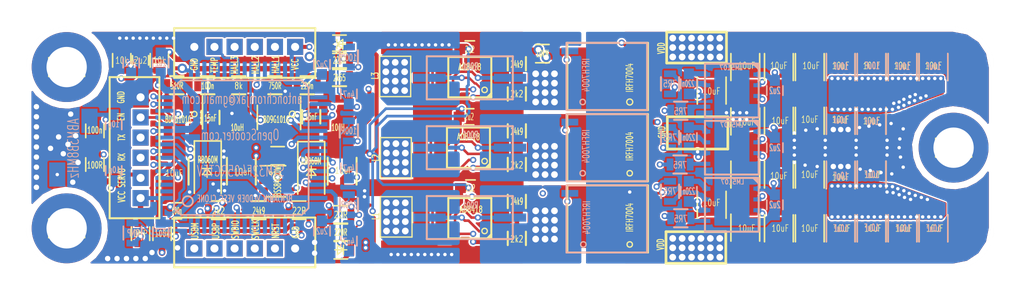
<source format=kicad_pcb>
(kicad_pcb (version 4) (host pcbnew 4.0.6)
  (layers (0 F.Cu signal) (1 In1.Cu signal) (2 In2.Cu signal) (31 B.Cu signal) (34 B.Paste user) (35 F.Paste user) (36 B.SilkS user) (37 F.SilkS user) (38 B.Mask user hide) (39 F.Mask user hide) (44 Edge.Cuts user hide))
  (net 0 "")
  (net 1 VDD)
  (net 2 "Net-(Q1-Pad1)")
  (net 3 "Net-(Q2-Pad1)")
  (net 4 VSS)
  (net 5 "Net-(Q3-Pad1)")
  (net 6 "Net-(Q5-Pad1)")
  (net 7 "Net-(Q6-Pad1)")
  (net 8 "Net-(C1-Pad1)")
  (net 9 "Net-(C2-Pad1)")
  (net 10 "Net-(C3-Pad1)")
  (net 11 "Net-(U4-Pad4)")
  (net 12 "Net-(U5-Pad4)")
  (net 13 "Net-(U6-Pad4)")
  (net 14 "Net-(U7-Pad4)")
  (net 15 "Net-(U7-Pad2)")
  (net 16 "Net-(U7-Pad3)")
  (net 17 "Net-(U7-Pad20)")
  (net 18 "Net-(U7-Pad21)")
  (net 19 "Net-(U7-Pad22)")
  (net 20 "Net-(U7-Pad23)")
  (net 21 "Net-(U7-Pad33)")
  (net 22 "Net-(U7-Pad40)")
  (net 23 "Net-(U7-Pad50)")
  (net 24 "Net-(U7-Pad51)")
  (net 25 "Net-(U7-Pad52)")
  (net 26 "Net-(U7-Pad53)")
  (net 27 "Net-(U7-Pad54)")
  (net 28 "Net-(U7-Pad55)")
  (net 29 "Net-(U7-Pad56)")
  (net 30 "Net-(U7-Pad25)")
  (net 31 "Net-(U7-Pad58)")
  (net 32 "Net-(U7-Pad59)")
  (net 33 "Net-(U7-Pad28)")
  (net 34 "Net-(U7-Pad29)")
  (net 35 "Net-(U7-Pad30)")
  (net 36 "Net-(P1-Pad1)")
  (net 37 "Net-(P2-Pad1)")
  (net 38 "Net-(P3-Pad1)")
  (net 39 SH1)
  (net 40 SH2)
  (net 41 SH3)
  (net 42 C1)
  (net 43 C2)
  (net 44 C3)
  (net 45 "Net-(C17-Pad2)")
  (net 46 "Net-(C18-Pad2)")
  (net 47 VCC)
  (net 48 SENS_SUPPLY)
  (net 49 "Net-(R6-Pad2)")
  (net 50 "Net-(R7-Pad2)")
  (net 51 "Net-(R8-Pad2)")
  (net 52 "Net-(R10-Pad2)")
  (net 53 "Net-(R11-Pad2)")
  (net 54 SENS_1)
  (net 55 SENS_2)
  (net 56 SENS_3)
  (net 57 I1)
  (net 58 I2)
  (net 59 I3)
  (net 60 LI1)
  (net 61 HI1)
  (net 62 LI2)
  (net 63 HI2)
  (net 64 LI3)
  (net 65 HI3)
  (net 66 "Net-(C23-Pad1)")
  (net 67 "Net-(C23-Pad2)")
  (net 68 "Net-(C22-Pad2)")
  (net 69 +9V)
  (net 70 "Net-(C26-Pad2)")
  (net 71 "Net-(C27-Pad1)")
  (net 72 "Net-(C27-Pad2)")
  (net 73 "Net-(P10-Pad2)")
  (net 74 USB-DM)
  (net 75 USB-DP)
  (net 76 "Net-(D3-Pad1)")
  (net 77 "Net-(D4-Pad1)")
  (net 78 LED_GREEN)
  (net 79 LED_RED)
  (net 80 HALL_1)
  (net 81 HALL_2)
  (net 82 HALL_3)
  (net 83 SWCLK)
  (net 84 SWDIO)
  (net 85 NRST)
  (net 86 "Net-(C30-Pad1)")
  (net 87 "Net-(C31-Pad1)")
  (net 88 SERVO)
  (net 89 "Net-(P10-Pad1)")
  (net 90 TEMP_MOTOR)
  (net 91 RX)
  (net 92 TX)
  (net 93 EN)
  (net 94 servoi)
  (net 95 "Net-(C77-Pad2)")
  (net 96 "Net-(R1-Pad3)")
  (net 97 "Net-(R1-Pad4)")
  (net 98 "Net-(R2-Pad3)")
  (net 99 "Net-(R2-Pad4)")
  (net 100 "Net-(R3-Pad3)")
  (net 101 "Net-(R3-Pad4)")
  (net 102 "Net-(Q4-Pad1)")
  (net 103 "Net-(R9-Pad2)")
  (net 104 "Net-(R4-Pad2)")
  (net 105 "Net-(R35-Pad1)")
  (net 106 "Net-(R35-Pad2)")
  (module TO_SOT_Packages_SMD:SOT-363_SC-70-6 (layer F.Cu) (at 86.6 93.5)
    (fp_text reference U10 hide)
    (fp_text value 2xfet)
    (pad 1 smd rect (at -0.95 -0.65) (size 0.65 0.4) (layers F.Cu F.Paste F.Mask) (net 4 VSS))
    (pad 3 smd rect (at -0.95 0.65) (size 0.65 0.4) (layers F.Cu F.Paste F.Mask) (net 104 "Net-(R4-Pad2)"))
    (pad 5 smd rect (at 0.95 0) (size 0.65 0.4) (layers F.Cu F.Paste F.Mask) (net 106 "Net-(R35-Pad2)"))
    (pad 2 smd rect (at -0.95 0) (size 0.65 0.4) (layers F.Cu F.Paste F.Mask) (net 69 +9V))
    (pad 4 smd rect (at 0.95 0.65) (size 0.65 0.4) (layers F.Cu F.Paste F.Mask) (net 1 VDD))
    (pad 6 smd rect (at 0.95 -0.65) (size 0.65 0.4) (layers F.Cu F.Paste F.Mask) (net 105 "Net-(R35-Pad1)"))
  )
  (module Resistors_SMD:R_0603 (layer F.Cu) (at 86.7 91.6 180)
    (fp_text reference R35 hide)
    (fp_text value 2k2)
    (pad 1 smd rect (at -0.75 0 180) (size 0.5 0.9) (layers F.Cu F.Paste F.Mask) (net 105 "Net-(R35-Pad1)"))
    (pad 2 smd rect (at 0.75 0 180) (size 0.5 0.9) (layers F.Cu F.Paste F.Mask) (net 106 "Net-(R35-Pad2)"))
  )
  (module Resistors_SMD:R_0603 (layer F.Cu) (at 77.9 84.5 270)
    (fp_text reference R34 hide)
    (fp_text value 10k)
    (pad 1 smd rect (at -0.75 0 270) (size 0.5 0.9) (layers F.Cu F.Paste F.Mask) (net 4 VSS))
    (pad 2 smd rect (at 0.75 0 270) (size 0.5 0.9) (layers F.Cu F.Paste F.Mask) (net 90 TEMP_MOTOR))
  )
  (module Capacitors_SMD:C_0603 (layer F.Cu) (at 76.5 84.5 270)
    (fp_text reference C78 hide)
    (fp_text value 2u2)
    (pad 1 smd rect (at -0.75 0 270) (size 0.8 0.75) (layers F.Cu F.Paste F.Mask) (net 4 VSS))
    (pad 2 smd rect (at 0.75 0 270) (size 0.8 0.75) (layers F.Cu F.Paste F.Mask) (net 90 TEMP_MOTOR))
  )
  (module Resistors_SMD:R_0603 (layer B.Cu) (at 75.9 97.35 270)
    (fp_text reference R33 hide)
    (fp_text value 10k)
    (pad 1 smd rect (at -0.75 0 270) (size 0.5 0.9) (layers B.Cu B.Paste B.Mask) (net 1 VDD))
    (pad 2 smd rect (at 0.75 0 270) (size 0.5 0.9) (layers B.Cu B.Paste B.Mask) (net 93 EN))
  )
  (module Resistors_SMD:R_0603 (layer F.Cu) (at 106.4 84)
    (fp_text reference R32 hide)
    (fp_text value 10kNTC)
    (pad 1 smd rect (at -0.75 0) (size 0.5 0.9) (layers F.Cu F.Paste F.Mask) (net 47 VCC))
    (pad 2 smd rect (at 0.75 0) (size 0.5 0.9) (layers F.Cu F.Paste F.Mask) (net 95 "Net-(C77-Pad2)"))
  )
  (module Resistors_SMD:R_0603 (layer F.Cu) (at 75.1 84.5 270)
    (fp_text reference R31 hide)
    (fp_text value 10k)
    (pad 1 smd rect (at -0.75 0 270) (size 0.5 0.9) (layers F.Cu F.Paste F.Mask) (net 4 VSS))
    (pad 2 smd rect (at 0.75 0 270) (size 0.5 0.9) (layers F.Cu F.Paste F.Mask) (net 95 "Net-(C77-Pad2)"))
  )
  (module Capacitors_SMD:C_0603 (layer B.Cu) (at 75.8 84.7 270)
    (fp_text reference C77 hide)
    (fp_text value 2u2)
    (pad 1 smd rect (at -0.75 0 270) (size 0.8 0.75) (layers B.Cu B.Paste B.Mask) (net 4 VSS))
    (pad 2 smd rect (at 0.75 0 270) (size 0.8 0.75) (layers B.Cu B.Paste B.Mask) (net 95 "Net-(C77-Pad2)"))
  )
  (module Pin_Headers:Pin_Header_Straight_1x01_Pitch1.27mm (layer F.Cu) (at 137 91)
    (fp_text reference REF** hide)
    (fp_text value Pin_Header_Straight_1x01_Pitch1.27mm hide)
    (pad 1 thru_hole circle (at 0 0) (size 5.2 5.2) (drill 3) (layers *.Cu *.Mask))
  )
  (module Resistors_SMD:R_0603 (layer F.Cu) (at 73.1 92.25 90)
    (fp_text reference R30 hide)
    (fp_text value 100R)
    (pad 1 smd rect (at -0.75 0 90) (size 0.5 0.9) (layers F.Cu F.Paste F.Mask) (net 94 servoi))
    (pad 2 smd rect (at 0.75 0 90) (size 0.5 0.9) (layers F.Cu F.Paste F.Mask) (net 88 SERVO))
  )
  (module Resistors_SMD:R_0603 (layer F.Cu) (at 73.1 89.75 270)
    (fp_text reference C76 hide)
    (fp_text value 100n)
    (pad 1 smd rect (at -0.75 0 270) (size 0.5 0.9) (layers F.Cu F.Paste F.Mask) (net 4 VSS))
    (pad 2 smd rect (at 0.75 0 270) (size 0.5 0.9) (layers F.Cu F.Paste F.Mask) (net 88 SERVO))
  )
  (module Resistors_SMD:R_0603 (layer F.Cu) (at 76.5 97.4 270)
    (fp_text reference R26 hide)
    (fp_text value 10k)
    (pad 1 smd rect (at -0.75 0 270) (size 0.5 0.9) (layers F.Cu F.Paste F.Mask) (net 47 VCC))
    (pad 2 smd rect (at 0.75 0 270) (size 0.5 0.9) (layers F.Cu F.Paste F.Mask) (net 93 EN))
  )
  (module Resistors_SMD:R_1206 (layer F.Cu) (at 119 95.25 90)
    (fp_text reference C73 hide)
    (fp_text value C)
    (pad 1 smd rect (at -1.45 0 90) (size 0.9 1.7) (layers F.Cu F.Paste F.Mask) (net 1 VDD))
    (pad 2 smd rect (at 1.45 0 90) (size 0.9 1.7) (layers F.Cu F.Paste F.Mask) (net 4 VSS))
  )
  (module Resistors_SMD:R_1206 (layer F.Cu) (at 119 86.75 270)
    (fp_text reference C72 hide)
    (fp_text value C)
    (pad 1 smd rect (at -1.45 0 270) (size 0.9 1.7) (layers F.Cu F.Paste F.Mask) (net 1 VDD))
    (pad 2 smd rect (at 1.45 0 270) (size 0.9 1.7) (layers F.Cu F.Paste F.Mask) (net 4 VSS))
  )
  (module Resistors_SMD:R_1206 (layer F.Cu) (at 121.5 93 270)
    (fp_text reference C71 hide)
    (fp_text value C)
    (pad 1 smd rect (at -1.45 0 270) (size 0.9 1.7) (layers F.Cu F.Paste F.Mask) (net 1 VDD))
    (pad 2 smd rect (at 1.45 0 270) (size 0.9 1.7) (layers F.Cu F.Paste F.Mask) (net 4 VSS))
  )
  (module Resistors_SMD:R_1206 (layer F.Cu) (at 121.5 96.95 90)
    (fp_text reference C70 hide)
    (fp_text value C)
    (pad 1 smd rect (at -1.45 0 90) (size 0.9 1.7) (layers F.Cu F.Paste F.Mask) (net 1 VDD))
    (pad 2 smd rect (at 1.45 0 90) (size 0.9 1.7) (layers F.Cu F.Paste F.Mask) (net 4 VSS))
  )
  (module Resistors_SMD:R_1206 (layer F.Cu) (at 121.5 89.05 90)
    (fp_text reference C69 hide)
    (fp_text value C)
    (pad 1 smd rect (at -1.45 0 90) (size 0.9 1.7) (layers F.Cu F.Paste F.Mask) (net 1 VDD))
    (pad 2 smd rect (at 1.45 0 90) (size 0.9 1.7) (layers F.Cu F.Paste F.Mask) (net 4 VSS))
  )
  (module Resistors_SMD:R_1206 (layer F.Cu) (at 121.5 85 270)
    (fp_text reference C68 hide)
    (fp_text value C)
    (pad 1 smd rect (at -1.45 0 270) (size 0.9 1.7) (layers F.Cu F.Paste F.Mask) (net 1 VDD))
    (pad 2 smd rect (at 1.45 0 270) (size 0.9 1.7) (layers F.Cu F.Paste F.Mask) (net 4 VSS))
  )
  (module Resistors_SMD:R_1206 (layer B.Cu) (at 130.9 97 90)
    (fp_text reference C67 hide)
    (fp_text value C)
    (pad 1 smd rect (at -1.45 0 90) (size 0.9 1.7) (layers B.Cu B.Paste B.Mask) (net 1 VDD))
    (pad 2 smd rect (at 1.45 0 90) (size 0.9 1.7) (layers B.Cu B.Paste B.Mask) (net 4 VSS))
  )
  (module Resistors_SMD:R_1206 (layer B.Cu) (at 130.9 93 270)
    (fp_text reference C66 hide)
    (fp_text value C)
    (pad 1 smd rect (at -1.45 0 270) (size 0.9 1.7) (layers B.Cu B.Paste B.Mask) (net 1 VDD))
    (pad 2 smd rect (at 1.45 0 270) (size 0.9 1.7) (layers B.Cu B.Paste B.Mask) (net 4 VSS))
  )
  (module Resistors_SMD:R_1206 (layer B.Cu) (at 130.9 89 90)
    (fp_text reference C65 hide)
    (fp_text value C)
    (pad 1 smd rect (at -1.45 0 90) (size 0.9 1.7) (layers B.Cu B.Paste B.Mask) (net 1 VDD))
    (pad 2 smd rect (at 1.45 0 90) (size 0.9 1.7) (layers B.Cu B.Paste B.Mask) (net 4 VSS))
  )
  (module Resistors_SMD:R_1206 (layer B.Cu) (at 130.9 85 270)
    (fp_text reference C64 hide)
    (fp_text value C)
    (pad 1 smd rect (at -1.45 0 270) (size 0.9 1.7) (layers B.Cu B.Paste B.Mask) (net 1 VDD))
    (pad 2 smd rect (at 1.45 0 270) (size 0.9 1.7) (layers B.Cu B.Paste B.Mask) (net 4 VSS))
  )
  (module Resistors_SMD:R_1206 (layer F.Cu) (at 130.9 97 90)
    (fp_text reference C59 hide)
    (fp_text value C)
    (pad 1 smd rect (at -1.45 0 90) (size 0.9 1.7) (layers F.Cu F.Paste F.Mask) (net 1 VDD))
    (pad 2 smd rect (at 1.45 0 90) (size 0.9 1.7) (layers F.Cu F.Paste F.Mask) (net 4 VSS))
  )
  (module Resistors_SMD:R_1206 (layer F.Cu) (at 130.9 93 270)
    (fp_text reference C58 hide)
    (fp_text value C)
    (pad 1 smd rect (at -1.45 0 270) (size 0.9 1.7) (layers F.Cu F.Paste F.Mask) (net 1 VDD))
    (pad 2 smd rect (at 1.45 0 270) (size 0.9 1.7) (layers F.Cu F.Paste F.Mask) (net 4 VSS))
  )
  (module Resistors_SMD:R_1206 (layer F.Cu) (at 130.9 89 90)
    (fp_text reference C57 hide)
    (fp_text value C)
    (pad 1 smd rect (at -1.45 0 90) (size 0.9 1.7) (layers F.Cu F.Paste F.Mask) (net 1 VDD))
    (pad 2 smd rect (at 1.45 0 90) (size 0.9 1.7) (layers F.Cu F.Paste F.Mask) (net 4 VSS))
  )
  (module Resistors_SMD:R_1206 (layer F.Cu) (at 130.9 85 270)
    (fp_text reference C56 hide)
    (fp_text value C)
    (pad 1 smd rect (at -1.45 0 270) (size 0.9 1.7) (layers F.Cu F.Paste F.Mask) (net 1 VDD))
    (pad 2 smd rect (at 1.45 0 270) (size 0.9 1.7) (layers F.Cu F.Paste F.Mask) (net 4 VSS))
  )
  (module Resistors_SMD:R_1206 (layer F.Cu) (at 128.6 97 90)
    (fp_text reference C55 hide)
    (fp_text value C)
    (pad 1 smd rect (at -1.45 0 90) (size 0.9 1.7) (layers F.Cu F.Paste F.Mask) (net 1 VDD))
    (pad 2 smd rect (at 1.45 0 90) (size 0.9 1.7) (layers F.Cu F.Paste F.Mask) (net 4 VSS))
  )
  (module Resistors_SMD:R_1206 (layer F.Cu) (at 128.6 93.05 270)
    (fp_text reference C54 hide)
    (fp_text value C)
    (pad 1 smd rect (at -1.45 0 270) (size 0.9 1.7) (layers F.Cu F.Paste F.Mask) (net 1 VDD))
    (pad 2 smd rect (at 1.45 0 270) (size 0.9 1.7) (layers F.Cu F.Paste F.Mask) (net 4 VSS))
  )
  (module Resistors_SMD:R_1206 (layer F.Cu) (at 128.6 89 90)
    (fp_text reference C53 hide)
    (fp_text value C)
    (pad 1 smd rect (at -1.45 0 90) (size 0.9 1.7) (layers F.Cu F.Paste F.Mask) (net 1 VDD))
    (pad 2 smd rect (at 1.45 0 90) (size 0.9 1.7) (layers F.Cu F.Paste F.Mask) (net 4 VSS))
  )
  (module Resistors_SMD:R_1206 (layer F.Cu) (at 128.6 85 270)
    (fp_text reference C52 hide)
    (fp_text value C)
    (pad 1 smd rect (at -1.45 0 270) (size 0.9 1.7) (layers F.Cu F.Paste F.Mask) (net 1 VDD))
    (pad 2 smd rect (at 1.45 0 270) (size 0.9 1.7) (layers F.Cu F.Paste F.Mask) (net 4 VSS))
  )
  (module Resistors_SMD:R_1206 (layer F.Cu) (at 126.3 97 90)
    (fp_text reference C51 hide)
    (fp_text value C)
    (pad 1 smd rect (at -1.45 0 90) (size 0.9 1.7) (layers F.Cu F.Paste F.Mask) (net 1 VDD))
    (pad 2 smd rect (at 1.45 0 90) (size 0.9 1.7) (layers F.Cu F.Paste F.Mask) (net 4 VSS))
  )
  (module Resistors_SMD:R_1206 (layer F.Cu) (at 126.3 93 270)
    (fp_text reference C50 hide)
    (fp_text value C)
    (pad 1 smd rect (at -1.45 0 270) (size 0.9 1.7) (layers F.Cu F.Paste F.Mask) (net 1 VDD))
    (pad 2 smd rect (at 1.45 0 270) (size 0.9 1.7) (layers F.Cu F.Paste F.Mask) (net 4 VSS))
  )
  (module Resistors_SMD:R_1206 (layer F.Cu) (at 126.3 89 90)
    (fp_text reference C49 hide)
    (fp_text value C)
    (pad 1 smd rect (at -1.45 0 90) (size 0.9 1.7) (layers F.Cu F.Paste F.Mask) (net 1 VDD))
    (pad 2 smd rect (at 1.45 0 90) (size 0.9 1.7) (layers F.Cu F.Paste F.Mask) (net 4 VSS))
  )
  (module Resistors_SMD:R_1206 (layer F.Cu) (at 126.3 85 270)
    (fp_text reference C48 hide)
    (fp_text value 10u)
    (pad 1 smd rect (at -1.45 0 270) (size 0.9 1.7) (layers F.Cu F.Paste F.Mask) (net 1 VDD))
    (pad 2 smd rect (at 1.45 0 270) (size 0.9 1.7) (layers F.Cu F.Paste F.Mask) (net 4 VSS))
  )
  (module Resistors_SMD:R_1206 (layer F.Cu) (at 124 97 90)
    (fp_text reference C47 hide)
    (fp_text value C)
    (pad 1 smd rect (at -1.45 0 90) (size 0.9 1.7) (layers F.Cu F.Paste F.Mask) (net 1 VDD))
    (pad 2 smd rect (at 1.45 0 90) (size 0.9 1.7) (layers F.Cu F.Paste F.Mask) (net 4 VSS))
  )
  (module Resistors_SMD:R_1206 (layer F.Cu) (at 124 93 270)
    (fp_text reference C46 hide)
    (fp_text value C)
    (pad 1 smd rect (at -1.45 0 270) (size 0.9 1.7) (layers F.Cu F.Paste F.Mask) (net 1 VDD))
    (pad 2 smd rect (at 1.45 0 270) (size 0.9 1.7) (layers F.Cu F.Paste F.Mask) (net 4 VSS))
  )
  (module Resistors_SMD:R_1206 (layer F.Cu) (at 124 89 90)
    (fp_text reference C45 hide)
    (fp_text value C)
    (pad 1 smd rect (at -1.45 0 90) (size 0.9 1.7) (layers F.Cu F.Paste F.Mask) (net 1 VDD))
    (pad 2 smd rect (at 1.45 0 90) (size 0.9 1.7) (layers F.Cu F.Paste F.Mask) (net 4 VSS))
  )
  (module Resistors_SMD:R_1206 (layer F.Cu) (at 124 85 270)
    (fp_text reference C44 hide)
    (fp_text value C)
    (pad 1 smd rect (at -1.45 0 270) (size 0.9 1.7) (layers F.Cu F.Paste F.Mask) (net 1 VDD))
    (pad 2 smd rect (at 1.45 0 270) (size 0.9 1.7) (layers F.Cu F.Paste F.Mask) (net 4 VSS))
  )
  (module Resistors_SMD:R_1206 (layer F.Cu) (at 135.5 97 90)
    (fp_text reference C43 hide)
    (fp_text value C)
    (pad 1 smd rect (at -1.45 0 90) (size 0.9 1.7) (layers F.Cu F.Paste F.Mask) (net 1 VDD))
    (pad 2 smd rect (at 1.45 0 90) (size 0.9 1.7) (layers F.Cu F.Paste F.Mask) (net 4 VSS))
  )
  (module Resistors_SMD:R_1206 (layer F.Cu) (at 133.2 97 90)
    (fp_text reference C42 hide)
    (fp_text value C)
    (pad 1 smd rect (at -1.45 0 90) (size 0.9 1.7) (layers F.Cu F.Paste F.Mask) (net 1 VDD))
    (pad 2 smd rect (at 1.45 0 90) (size 0.9 1.7) (layers F.Cu F.Paste F.Mask) (net 4 VSS))
  )
  (module Resistors_SMD:R_1206 (layer F.Cu) (at 135.5 85 270)
    (fp_text reference C41 hide)
    (fp_text value C)
    (pad 1 smd rect (at -1.45 0 270) (size 0.9 1.7) (layers F.Cu F.Paste F.Mask) (net 1 VDD))
    (pad 2 smd rect (at 1.45 0 270) (size 0.9 1.7) (layers F.Cu F.Paste F.Mask) (net 4 VSS))
  )
  (module Resistors_SMD:R_1206 (layer F.Cu) (at 133.2 85 270)
    (fp_text reference C40 hide)
    (fp_text value C)
    (pad 1 smd rect (at -1.45 0 270) (size 0.9 1.7) (layers F.Cu F.Paste F.Mask) (net 1 VDD))
    (pad 2 smd rect (at 1.45 0 270) (size 0.9 1.7) (layers F.Cu F.Paste F.Mask) (net 4 VSS))
  )
  (module Resistors_SMD:R_1206 (layer B.Cu) (at 135.5 97 90)
    (fp_text reference C38 hide)
    (fp_text value C)
    (pad 1 smd rect (at -1.45 0 90) (size 0.9 1.7) (layers B.Cu B.Paste B.Mask) (net 1 VDD))
    (pad 2 smd rect (at 1.45 0 90) (size 0.9 1.7) (layers B.Cu B.Paste B.Mask) (net 4 VSS))
  )
  (module Resistors_SMD:R_1206 (layer B.Cu) (at 133.2 97 90)
    (fp_text reference C37 hide)
    (fp_text value C)
    (pad 1 smd rect (at -1.45 0 90) (size 0.9 1.7) (layers B.Cu B.Paste B.Mask) (net 1 VDD))
    (pad 2 smd rect (at 1.45 0 90) (size 0.9 1.7) (layers B.Cu B.Paste B.Mask) (net 4 VSS))
  )
  (module Resistors_SMD:R_1206 (layer B.Cu) (at 128.6 93 270)
    (fp_text reference C34 hide)
    (fp_text value C)
    (pad 1 smd rect (at -1.45 0 270) (size 0.9 1.7) (layers B.Cu B.Paste B.Mask) (net 1 VDD))
    (pad 2 smd rect (at 1.45 0 270) (size 0.9 1.7) (layers B.Cu B.Paste B.Mask) (net 4 VSS))
  )
  (module Resistors_SMD:R_1206 (layer B.Cu) (at 128.6 97 90)
    (fp_text reference C33 hide)
    (fp_text value C)
    (pad 1 smd rect (at -1.45 0 90) (size 0.9 1.7) (layers B.Cu B.Paste B.Mask) (net 1 VDD))
    (pad 2 smd rect (at 1.45 0 90) (size 0.9 1.7) (layers B.Cu B.Paste B.Mask) (net 4 VSS))
  )
  (module Resistors_SMD:R_1206 (layer B.Cu) (at 128.6 89 90)
    (fp_text reference C13 hide)
    (fp_text value 10u)
    (pad 1 smd rect (at -1.45 0 90) (size 0.9 1.7) (layers B.Cu B.Paste B.Mask) (net 1 VDD))
    (pad 2 smd rect (at 1.45 0 90) (size 0.9 1.7) (layers B.Cu B.Paste B.Mask) (net 4 VSS))
  )
  (module Resistors_SMD:R_1206 (layer B.Cu) (at 133.2 85 270)
    (fp_text reference C12 hide)
    (fp_text value 10u)
    (pad 1 smd rect (at -1.45 0 270) (size 0.9 1.7) (layers B.Cu B.Paste B.Mask) (net 1 VDD))
    (pad 2 smd rect (at 1.45 0 270) (size 0.9 1.7) (layers B.Cu B.Paste B.Mask) (net 4 VSS))
  )
  (module Resistors_SMD:R_1206 (layer B.Cu) (at 128.6 85 270)
    (fp_text reference C5 hide)
    (fp_text value 10u)
    (pad 1 smd rect (at -1.45 0 270) (size 0.9 1.7) (layers B.Cu B.Paste B.Mask) (net 1 VDD))
    (pad 2 smd rect (at 1.45 0 270) (size 0.9 1.7) (layers B.Cu B.Paste B.Mask) (net 4 VSS))
  )
  (module Resistors_SMD:R_1206 (layer B.Cu) (at 135.5 85 270)
    (fp_text reference C4 hide)
    (fp_text value 10u)
    (pad 1 smd rect (at -1.45 0 270) (size 0.9 1.7) (layers B.Cu B.Paste B.Mask) (net 1 VDD))
    (pad 2 smd rect (at 1.45 0 270) (size 0.9 1.7) (layers B.Cu B.Paste B.Mask) (net 4 VSS))
  )
  (module mojaKniznica:5x3.2KRISTALL (layer B.Cu) (at 71.5 91 270)
    (fp_text reference X1 hide)
    (fp_text value CRYSTAL_SMD hide)
    (pad 3 smd rect (at -1.99898 1.19888 270) (size 1.80086 1.19888) (layers B.Cu B.Paste B.Mask) (net 4 VSS))
    (pad 2 smd rect (at 1.99898 1.19888 270) (size 1.80086 1.19888) (layers B.Cu B.Paste B.Mask) (net 87 "Net-(C31-Pad1)"))
    (pad 1 smd rect (at -1.99898 -1.19888 270) (size 1.80086 1.19888) (layers B.Cu B.Paste B.Mask) (net 86 "Net-(C30-Pad1)"))
    (pad 3 smd rect (at 1.99898 -1.19888 270) (size 1.80086 1.19888) (layers B.Cu B.Paste B.Mask) (net 4 VSS))
  )
  (module Capacitors_SMD:C_0603 (layer B.Cu) (at 74.5 92.7 90)
    (fp_text reference C31 hide)
    (fp_text value 18p)
    (pad 1 smd rect (at -0.75 0 90) (size 0.8 0.75) (layers B.Cu B.Paste B.Mask) (net 87 "Net-(C31-Pad1)"))
    (pad 2 smd rect (at 0.75 0 90) (size 0.8 0.75) (layers B.Cu B.Paste B.Mask) (net 4 VSS))
  )
  (module Capacitors_SMD:C_0603 (layer B.Cu) (at 74.5 89.3 270)
    (fp_text reference C30 hide)
    (fp_text value 18p)
    (pad 1 smd rect (at -0.75 0 270) (size 0.8 0.75) (layers B.Cu B.Paste B.Mask) (net 86 "Net-(C30-Pad1)"))
    (pad 2 smd rect (at 0.75 0 270) (size 0.8 0.75) (layers B.Cu B.Paste B.Mask) (net 4 VSS))
  )
  (module Resistors_SMD:R_0603 (layer F.Cu) (at 91.4 98.6 180)
    (fp_text reference R29 hide)
    (fp_text value 220R)
    (pad 1 smd rect (at -0.75 0 180) (size 0.5 0.9) (layers F.Cu F.Paste F.Mask) (net 4 VSS))
    (pad 2 smd rect (at 0.75 0 180) (size 0.5 0.9) (layers F.Cu F.Paste F.Mask) (net 76 "Net-(D3-Pad1)"))
  )
  (module Resistors_SMD:R_0603 (layer F.Cu) (at 91.3 83.3)
    (fp_text reference R28 hide)
    (fp_text value 220R)
    (pad 1 smd rect (at -0.75 0) (size 0.5 0.9) (layers F.Cu F.Paste F.Mask) (net 4 VSS))
    (pad 2 smd rect (at 0.75 0) (size 0.5 0.9) (layers F.Cu F.Paste F.Mask) (net 77 "Net-(D4-Pad1)"))
  )
  (module Resistors_SMD:R_0603 (layer F.Cu) (at 91.3 84.5)
    (fp_text reference D4 hide)
    (fp_text value LED)
    (pad 1 smd rect (at -0.75 0) (size 0.5 0.9) (layers F.Cu F.Paste F.Mask) (net 77 "Net-(D4-Pad1)"))
    (pad 2 smd rect (at 0.75 0) (size 0.5 0.9) (layers F.Cu F.Paste F.Mask) (net 79 LED_RED))
  )
  (module Resistors_SMD:R_0603 (layer F.Cu) (at 91.4 97.3)
    (fp_text reference D3 hide)
    (fp_text value LED)
    (pad 1 smd rect (at -0.75 0) (size 0.5 0.9) (layers F.Cu F.Paste F.Mask) (net 76 "Net-(D3-Pad1)"))
    (pad 2 smd rect (at 0.75 0) (size 0.5 0.9) (layers F.Cu F.Paste F.Mask) (net 78 LED_GREEN))
  )
  (module Resistors_SMD:R_0603 (layer F.Cu) (at 88.3 95.65)
    (fp_text reference R27 hide)
    (fp_text value 22R)
    (pad 1 smd rect (at -0.75 0) (size 0.5 0.9) (layers F.Cu F.Paste F.Mask) (net 73 "Net-(P10-Pad2)"))
    (pad 2 smd rect (at 0.75 0) (size 0.5 0.9) (layers F.Cu F.Paste F.Mask) (net 75 USB-DP))
  )
  (module Resistors_SMD:R_0603 (layer F.Cu) (at 91.4 96)
    (fp_text reference R25 hide)
    (fp_text value 22R)
    (pad 1 smd rect (at -0.75 0) (size 0.5 0.9) (layers F.Cu F.Paste F.Mask) (net 89 "Net-(P10-Pad1)"))
    (pad 2 smd rect (at 0.75 0) (size 0.5 0.9) (layers F.Cu F.Paste F.Mask) (net 74 USB-DM))
  )
  (module TO_SOT_Packages_SMD:SOT-23-6 (layer F.Cu) (at 86.8 88.75 270)
    (fp_text reference U9 hide)
    (fp_text value BD9G101G)
    (pad 1 smd rect (at -1.1 -0.95 270) (size 1.06 0.65) (layers F.Cu F.Paste F.Mask) (net 72 "Net-(C27-Pad2)"))
    (pad 2 smd rect (at -1.1 0 270) (size 1.06 0.65) (layers F.Cu F.Paste F.Mask) (net 4 VSS))
    (pad 3 smd rect (at -1.1 0.95 270) (size 1.06 0.65) (layers F.Cu F.Paste F.Mask) (net 70 "Net-(C26-Pad2)"))
    (pad 4 smd rect (at 1.1 0.95 270) (size 1.06 0.65) (layers F.Cu F.Paste F.Mask) (net 69 +9V))
    (pad 6 smd rect (at 1.1 -0.95 270) (size 1.06 0.65) (layers F.Cu F.Paste F.Mask) (net 71 "Net-(C27-Pad1)"))
    (pad 5 smd rect (at 1.1 0 270) (size 1.06 0.65) (layers F.Cu F.Paste F.Mask) (net 69 +9V))
  )
  (module Resistors_SMD:R_0603 (layer F.Cu) (at 91.3 85.75 180)
    (fp_text reference R24 hide)
    (fp_text value 2k55)
    (pad 1 smd rect (at -0.75 0 180) (size 0.5 0.9) (layers F.Cu F.Paste F.Mask) (net 47 VCC))
    (pad 2 smd rect (at 0.75 0 180) (size 0.5 0.9) (layers F.Cu F.Paste F.Mask) (net 70 "Net-(C26-Pad2)"))
  )
  (module Resistors_SMD:R_0603 (layer F.Cu) (at 86.5 86.35 180)
    (fp_text reference R23 hide)
    (fp_text value 750R)
    (pad 1 smd rect (at -0.75 0 180) (size 0.5 0.9) (layers F.Cu F.Paste F.Mask) (net 4 VSS))
    (pad 2 smd rect (at 0.75 0 180) (size 0.5 0.9) (layers F.Cu F.Paste F.Mask) (net 70 "Net-(C26-Pad2)"))
  )
  (module Diodes_SMD:D_SOD-123 (layer F.Cu) (at 89.2 92.8 270)
    (fp_text reference D2 hide)
    (fp_text value D_Schottky)
    (pad 1 smd rect (at -1.65 0 270) (size 0.9 1.2) (layers F.Cu F.Paste F.Mask) (net 71 "Net-(C27-Pad1)"))
    (pad 2 smd rect (at 1.65 0 270) (size 0.9 1.2) (layers F.Cu F.Paste F.Mask) (net 4 VSS))
  )
  (module Resistors_SMD:R_1206 (layer F.Cu) (at 91.5 92.75 90)
    (fp_text reference C29 hide)
    (fp_text value 10u)
    (pad 1 smd rect (at -1.45 0 90) (size 0.9 1.7) (layers F.Cu F.Paste F.Mask) (net 4 VSS))
    (pad 2 smd rect (at 1.45 0 90) (size 0.9 1.7) (layers F.Cu F.Paste F.Mask) (net 47 VCC))
  )
  (module Resistors_SMD:R_0603 (layer F.Cu) (at 89.2 88.7 90)
    (fp_text reference C27 hide)
    (fp_text value C)
    (pad 1 smd rect (at -0.75 0 90) (size 0.5 0.9) (layers F.Cu F.Paste F.Mask) (net 71 "Net-(C27-Pad1)"))
    (pad 2 smd rect (at 0.75 0 90) (size 0.5 0.9) (layers F.Cu F.Paste F.Mask) (net 72 "Net-(C27-Pad2)"))
  )
  (module Resistors_SMD:R_0603 (layer F.Cu) (at 88.9 86.35 180)
    (fp_text reference C26 hide)
    (fp_text value 220n)
    (pad 1 smd rect (at -0.75 0 180) (size 0.5 0.9) (layers F.Cu F.Paste F.Mask) (net 47 VCC))
    (pad 2 smd rect (at 0.75 0 180) (size 0.5 0.9) (layers F.Cu F.Paste F.Mask) (net 70 "Net-(C26-Pad2)"))
  )
  (module Resistors_SMD:R_0603 (layer F.Cu) (at 81.5 86.35)
    (fp_text reference C22 hide)
    (fp_text value 100n)
    (pad 1 smd rect (at -0.75 0) (size 0.5 0.9) (layers F.Cu F.Paste F.Mask) (net 69 +9V))
    (pad 2 smd rect (at 0.75 0) (size 0.5 0.9) (layers F.Cu F.Paste F.Mask) (net 68 "Net-(C22-Pad2)"))
  )
  (module TO_SOT_Packages_SMD:SOT-23-6 (layer F.Cu) (at 79.5 88.7 270)
    (fp_text reference U8 hide)
    (fp_text value BD9G101G)
    (pad 1 smd rect (at -1.1 -0.95 270) (size 1.06 0.65) (layers F.Cu F.Paste F.Mask) (net 67 "Net-(C23-Pad2)"))
    (pad 2 smd rect (at -1.1 0 270) (size 1.06 0.65) (layers F.Cu F.Paste F.Mask) (net 4 VSS))
    (pad 3 smd rect (at -1.1 0.95 270) (size 1.06 0.65) (layers F.Cu F.Paste F.Mask) (net 68 "Net-(C22-Pad2)"))
    (pad 4 smd rect (at 1.1 0.95 270) (size 1.06 0.65) (layers F.Cu F.Paste F.Mask) (net 93 EN))
    (pad 6 smd rect (at 1.1 -0.95 270) (size 1.06 0.65) (layers F.Cu F.Paste F.Mask) (net 66 "Net-(C23-Pad1)"))
    (pad 5 smd rect (at 1.1 0 270) (size 1.06 0.65) (layers F.Cu F.Paste F.Mask) (net 1 VDD))
  )
  (module Resistors_SMD:R_0603 (layer F.Cu) (at 83.8 86.35 180)
    (fp_text reference R22 hide)
    (fp_text value 8k)
    (pad 1 smd rect (at -0.75 0 180) (size 0.5 0.9) (layers F.Cu F.Paste F.Mask) (net 69 +9V))
    (pad 2 smd rect (at 0.75 0 180) (size 0.5 0.9) (layers F.Cu F.Paste F.Mask) (net 68 "Net-(C22-Pad2)"))
  )
  (module Resistors_SMD:R_0603 (layer F.Cu) (at 79.2 86.35 180)
    (fp_text reference R21 hide)
    (fp_text value 510R)
    (pad 1 smd rect (at -0.75 0 180) (size 0.5 0.9) (layers F.Cu F.Paste F.Mask) (net 4 VSS))
    (pad 2 smd rect (at 0.75 0 180) (size 0.5 0.9) (layers F.Cu F.Paste F.Mask) (net 68 "Net-(C22-Pad2)"))
  )
  (module Diodes_SMD:D_SOD-123 (layer F.Cu) (at 81.5 92.75 270)
    (fp_text reference D1 hide)
    (fp_text value D_Schottky)
    (pad 1 smd rect (at -1.65 0 270) (size 0.9 1.2) (layers F.Cu F.Paste F.Mask) (net 66 "Net-(C23-Pad1)"))
    (pad 2 smd rect (at 1.65 0 270) (size 0.9 1.2) (layers F.Cu F.Paste F.Mask) (net 4 VSS))
  )
  (module Resistors_SMD:R_1206 (layer F.Cu) (at 84 92.75 90)
    (fp_text reference C25 hide)
    (fp_text value 10u)
    (pad 1 smd rect (at -1.45 0 90) (size 0.9 1.7) (layers F.Cu F.Paste F.Mask) (net 4 VSS))
    (pad 2 smd rect (at 1.45 0 90) (size 0.9 1.7) (layers F.Cu F.Paste F.Mask) (net 69 +9V))
  )
  (module Resistors_SMD:R_1206 (layer F.Cu) (at 79 92.75 90)
    (fp_text reference C24 hide)
    (fp_text value 10u)
    (pad 1 smd rect (at -1.45 0 90) (size 0.9 1.7) (layers F.Cu F.Paste F.Mask) (net 4 VSS))
    (pad 2 smd rect (at 1.45 0 90) (size 0.9 1.7) (layers F.Cu F.Paste F.Mask) (net 1 VDD))
  )
  (module Resistors_SMD:R_0603 (layer F.Cu) (at 81.7 88.75 90)
    (fp_text reference C23 hide)
    (fp_text value C)
    (pad 1 smd rect (at -0.75 0 90) (size 0.5 0.9) (layers F.Cu F.Paste F.Mask) (net 66 "Net-(C23-Pad1)"))
    (pad 2 smd rect (at 0.75 0 90) (size 0.5 0.9) (layers F.Cu F.Paste F.Mask) (net 67 "Net-(C23-Pad2)"))
  )
  (module Resistors_SMD:R_0603 (layer B.Cu) (at 92 84.25 90)
    (fp_text reference R20 hide)
    (fp_text value 100R)
    (pad 1 smd rect (at -0.75 0 90) (size 0.5 0.9) (layers B.Cu B.Paste B.Mask) (net 59 I3))
    (pad 2 smd rect (at 0.75 0 90) (size 0.5 0.9) (layers B.Cu B.Paste B.Mask) (net 44 C3))
  )
  (module Resistors_SMD:R_0603 (layer B.Cu) (at 92 89.75 90)
    (fp_text reference R19 hide)
    (fp_text value 100R)
    (pad 1 smd rect (at -0.75 0 90) (size 0.5 0.9) (layers B.Cu B.Paste B.Mask) (net 58 I2))
    (pad 2 smd rect (at 0.75 0 90) (size 0.5 0.9) (layers B.Cu B.Paste B.Mask) (net 43 C2))
  )
  (module Resistors_SMD:R_0603 (layer B.Cu) (at 92 95.25 90)
    (fp_text reference R18 hide)
    (fp_text value 100R)
    (pad 1 smd rect (at -0.75 0 90) (size 0.5 0.9) (layers B.Cu B.Paste B.Mask) (net 57 I1))
    (pad 2 smd rect (at 0.75 0 90) (size 0.5 0.9) (layers B.Cu B.Paste B.Mask) (net 42 C1))
  )
  (module Resistors_SMD:R_0603 (layer F.Cu) (at 104.5 87 90)
    (fp_text reference R17 hide)
    (fp_text value 2k2)
    (pad 1 smd rect (at -0.75 0 90) (size 0.5 0.9) (layers F.Cu F.Paste F.Mask) (net 4 VSS))
    (pad 2 smd rect (at 0.75 0 90) (size 0.5 0.9) (layers F.Cu F.Paste F.Mask) (net 56 SENS_3))
  )
  (module Resistors_SMD:R_0603 (layer F.Cu) (at 104.5 84.75 90)
    (fp_text reference R16 hide)
    (fp_text value 25k5)
    (pad 1 smd rect (at -0.75 0 90) (size 0.5 0.9) (layers F.Cu F.Paste F.Mask) (net 56 SENS_3))
    (pad 2 smd rect (at 0.75 0 90) (size 0.5 0.9) (layers F.Cu F.Paste F.Mask) (net 41 SH3))
  )
  (module Resistors_SMD:R_0603 (layer F.Cu) (at 104.5 97.75 90)
    (fp_text reference R15 hide)
    (fp_text value 2k2)
    (pad 1 smd rect (at -0.75 0 90) (size 0.5 0.9) (layers F.Cu F.Paste F.Mask) (net 4 VSS))
    (pad 2 smd rect (at 0.75 0 90) (size 0.5 0.9) (layers F.Cu F.Paste F.Mask) (net 55 SENS_2))
  )
  (module Resistors_SMD:R_0603 (layer F.Cu) (at 104.5 95 90)
    (fp_text reference R14 hide)
    (fp_text value 25k5)
    (pad 1 smd rect (at -0.75 0 90) (size 0.5 0.9) (layers F.Cu F.Paste F.Mask) (net 55 SENS_2))
    (pad 2 smd rect (at 0.75 0 90) (size 0.5 0.9) (layers F.Cu F.Paste F.Mask) (net 40 SH2))
  )
  (module Resistors_SMD:R_0603 (layer F.Cu) (at 104.5 92.25 90)
    (fp_text reference R13 hide)
    (fp_text value 2k2)
    (pad 1 smd rect (at -0.75 0 90) (size 0.5 0.9) (layers F.Cu F.Paste F.Mask) (net 4 VSS))
    (pad 2 smd rect (at 0.75 0 90) (size 0.5 0.9) (layers F.Cu F.Paste F.Mask) (net 54 SENS_1))
  )
  (module Resistors_SMD:R_0603 (layer F.Cu) (at 104.5 89.75 90)
    (fp_text reference R12 hide)
    (fp_text value 25k5)
    (pad 1 smd rect (at -0.75 0 90) (size 0.5 0.9) (layers F.Cu F.Paste F.Mask) (net 54 SENS_1))
    (pad 2 smd rect (at 0.75 0 90) (size 0.5 0.9) (layers F.Cu F.Paste F.Mask) (net 39 SH1))
  )
  (module Resistors_SMD:R_0603 (layer B.Cu) (at 116.7 88.25)
    (fp_text reference R11 hide)
    (fp_text value 7R5)
    (pad 1 smd rect (at -0.75 0) (size 0.5 0.9) (layers B.Cu B.Paste B.Mask) (net 7 "Net-(Q6-Pad1)"))
    (pad 2 smd rect (at 0.75 0) (size 0.5 0.9) (layers B.Cu B.Paste B.Mask) (net 53 "Net-(R11-Pad2)"))
  )
  (module Resistors_SMD:R_0603 (layer B.Cu) (at 115.9 86.25 90)
    (fp_text reference R10 hide)
    (fp_text value 7R5)
    (pad 1 smd rect (at -0.75 0 90) (size 0.5 0.9) (layers B.Cu B.Paste B.Mask) (net 6 "Net-(Q5-Pad1)"))
    (pad 2 smd rect (at 0.75 0 90) (size 0.5 0.9) (layers B.Cu B.Paste B.Mask) (net 52 "Net-(R10-Pad2)"))
  )
  (module Resistors_SMD:R_0603 (layer B.Cu) (at 116.7 96.25)
    (fp_text reference R9 hide)
    (fp_text value 7R5)
    (pad 1 smd rect (at -0.75 0) (size 0.5 0.9) (layers B.Cu B.Paste B.Mask) (net 102 "Net-(Q4-Pad1)"))
    (pad 2 smd rect (at 0.75 0) (size 0.5 0.9) (layers B.Cu B.Paste B.Mask) (net 103 "Net-(R9-Pad2)"))
  )
  (module Resistors_SMD:R_0603 (layer B.Cu) (at 115.9 94.25 270)
    (fp_text reference R8 hide)
    (fp_text value 7R5)
    (pad 1 smd rect (at -0.75 0 270) (size 0.5 0.9) (layers B.Cu B.Paste B.Mask) (net 5 "Net-(Q3-Pad1)"))
    (pad 2 smd rect (at 0.75 0 270) (size 0.5 0.9) (layers B.Cu B.Paste B.Mask) (net 51 "Net-(R8-Pad2)"))
  )
  (module Resistors_SMD:R_0603 (layer B.Cu) (at 116.65 92.25)
    (fp_text reference R7 hide)
    (fp_text value 7R5)
    (pad 1 smd rect (at -0.75 0) (size 0.5 0.9) (layers B.Cu B.Paste B.Mask) (net 3 "Net-(Q2-Pad1)"))
    (pad 2 smd rect (at 0.75 0) (size 0.5 0.9) (layers B.Cu B.Paste B.Mask) (net 50 "Net-(R7-Pad2)"))
  )
  (module Resistors_SMD:R_0603 (layer B.Cu) (at 115.9 90.25 90)
    (fp_text reference R6 hide)
    (fp_text value 7R5)
    (pad 1 smd rect (at -0.75 0 90) (size 0.5 0.9) (layers B.Cu B.Paste B.Mask) (net 2 "Net-(Q1-Pad1)"))
    (pad 2 smd rect (at 0.75 0 90) (size 0.5 0.9) (layers B.Cu B.Paste B.Mask) (net 49 "Net-(R6-Pad2)"))
  )
  (module Resistors_SMD:R_0603 (layer F.Cu) (at 82.3 95.65)
    (fp_text reference R5 hide)
    (fp_text value 2k2)
    (pad 1 smd rect (at -0.75 0) (size 0.5 0.9) (layers F.Cu F.Paste F.Mask) (net 4 VSS))
    (pad 2 smd rect (at 0.75 0) (size 0.5 0.9) (layers F.Cu F.Paste F.Mask) (net 48 SENS_SUPPLY))
  )
  (module Resistors_SMD:R_0603 (layer F.Cu) (at 85.3 95.65)
    (fp_text reference R4 hide)
    (fp_text value 25k5)
    (pad 1 smd rect (at -0.75 0) (size 0.5 0.9) (layers F.Cu F.Paste F.Mask) (net 48 SENS_SUPPLY))
    (pad 2 smd rect (at 0.75 0) (size 0.5 0.9) (layers F.Cu F.Paste F.Mask) (net 104 "Net-(R4-Pad2)"))
  )
  (module Capacitors_SMD:C_0603 (layer B.Cu) (at 78 97.3 270)
    (fp_text reference C21 hide)
    (fp_text value 2u2)
    (pad 1 smd rect (at -0.75 0 270) (size 0.8 0.75) (layers B.Cu B.Paste B.Mask) (net 47 VCC))
    (pad 2 smd rect (at 0.75 0 270) (size 0.8 0.75) (layers B.Cu B.Paste B.Mask) (net 4 VSS))
  )
  (module Capacitors_SMD:C_0603 (layer F.Cu) (at 79.2 95.7 180)
    (fp_text reference C20 hide)
    (fp_text value 100n)
    (pad 1 smd rect (at -0.75 0 180) (size 0.8 0.75) (layers F.Cu F.Paste F.Mask) (net 4 VSS))
    (pad 2 smd rect (at 0.75 0 180) (size 0.8 0.75) (layers F.Cu F.Paste F.Mask) (net 85 NRST))
  )
  (module Capacitors_SMD:C_0603 (layer B.Cu) (at 78 84.7 90)
    (fp_text reference C19 hide)
    (fp_text value 2u2)
    (pad 1 smd rect (at -0.75 0 90) (size 0.8 0.75) (layers B.Cu B.Paste B.Mask) (net 47 VCC))
    (pad 2 smd rect (at 0.75 0 90) (size 0.8 0.75) (layers B.Cu B.Paste B.Mask) (net 4 VSS))
  )
  (module Capacitors_SMD:C_0603 (layer B.Cu) (at 90 97.2 90)
    (fp_text reference C18 hide)
    (fp_text value 2u2)
    (pad 1 smd rect (at -0.75 0 90) (size 0.8 0.75) (layers B.Cu B.Paste B.Mask) (net 4 VSS))
    (pad 2 smd rect (at 0.75 0 90) (size 0.8 0.75) (layers B.Cu B.Paste B.Mask) (net 46 "Net-(C18-Pad2)"))
  )
  (module Capacitors_SMD:C_0603 (layer B.Cu) (at 90 84.8 270)
    (fp_text reference C17 hide)
    (fp_text value 2u2)
    (pad 1 smd rect (at -0.75 0 270) (size 0.8 0.75) (layers B.Cu B.Paste B.Mask) (net 4 VSS))
    (pad 2 smd rect (at 0.75 0 270) (size 0.8 0.75) (layers B.Cu B.Paste B.Mask) (net 45 "Net-(C17-Pad2)"))
  )
  (module Capacitors_SMD:C_0603 (layer B.Cu) (at 92 87 270)
    (fp_text reference C16 hide)
    (fp_text value 4n7)
    (pad 1 smd rect (at -0.75 0 270) (size 0.8 0.75) (layers B.Cu B.Paste B.Mask) (net 4 VSS))
    (pad 2 smd rect (at 0.75 0 270) (size 0.8 0.75) (layers B.Cu B.Paste B.Mask) (net 44 C3))
  )
  (module Capacitors_SMD:C_0603 (layer B.Cu) (at 92 92.5 270)
    (fp_text reference C15 hide)
    (fp_text value 4n7)
    (pad 1 smd rect (at -0.75 0 270) (size 0.8 0.75) (layers B.Cu B.Paste B.Mask) (net 4 VSS))
    (pad 2 smd rect (at 0.75 0 270) (size 0.8 0.75) (layers B.Cu B.Paste B.Mask) (net 43 C2))
  )
  (module Capacitors_SMD:C_0603 (layer B.Cu) (at 92 97.95 270)
    (fp_text reference C14 hide)
    (fp_text value 4n7)
    (pad 1 smd rect (at -0.75 0 270) (size 0.8 0.75) (layers B.Cu B.Paste B.Mask) (net 4 VSS))
    (pad 2 smd rect (at 0.75 0 270) (size 0.8 0.75) (layers B.Cu B.Paste B.Mask) (net 42 C1))
  )
  (module Capacitors_SMD:C_0603 (layer F.Cu) (at 101 83.65 180)
    (fp_text reference C11 hide)
    (fp_text value 2u2)
    (pad 1 smd rect (at -0.75 0 180) (size 0.8 0.75) (layers F.Cu F.Paste F.Mask) (net 4 VSS))
    (pad 2 smd rect (at 0.75 0 180) (size 0.8 0.75) (layers F.Cu F.Paste F.Mask) (net 47 VCC))
  )
  (module Capacitors_SMD:C_0603 (layer F.Cu) (at 100.95 88.7 180)
    (fp_text reference C10 hide)
    (fp_text value 2u2)
    (pad 1 smd rect (at -0.75 0 180) (size 0.8 0.75) (layers F.Cu F.Paste F.Mask) (net 4 VSS))
    (pad 2 smd rect (at 0.75 0 180) (size 0.8 0.75) (layers F.Cu F.Paste F.Mask) (net 47 VCC))
  )
  (module Capacitors_SMD:C_0603 (layer F.Cu) (at 101.05 94 180)
    (fp_text reference C9 hide)
    (fp_text value 2u2)
    (pad 1 smd rect (at -0.75 0 180) (size 0.8 0.75) (layers F.Cu F.Paste F.Mask) (net 4 VSS))
    (pad 2 smd rect (at 0.75 0 180) (size 0.8 0.75) (layers F.Cu F.Paste F.Mask) (net 47 VCC))
  )
  (module Capacitors_SMD:C_0603 (layer B.Cu) (at 123.7 86.75 270)
    (fp_text reference C8 hide)
    (fp_text value 2u2)
    (pad 1 smd rect (at -0.75 0 270) (size 0.8 0.75) (layers B.Cu B.Paste B.Mask) (net 69 +9V))
    (pad 2 smd rect (at 0.75 0 270) (size 0.8 0.75) (layers B.Cu B.Paste B.Mask) (net 4 VSS))
  )
  (module Capacitors_SMD:C_0603 (layer B.Cu) (at 123.7 95.25 270)
    (fp_text reference C7 hide)
    (fp_text value 2u2)
    (pad 1 smd rect (at -0.75 0 270) (size 0.8 0.75) (layers B.Cu B.Paste B.Mask) (net 69 +9V))
    (pad 2 smd rect (at 0.75 0 270) (size 0.8 0.75) (layers B.Cu B.Paste B.Mask) (net 4 VSS))
  )
  (module Capacitors_SMD:C_0603 (layer B.Cu) (at 123.7 91 270)
    (fp_text reference C6 hide)
    (fp_text value 2u2)
    (pad 1 smd rect (at -0.75 0 270) (size 0.8 0.75) (layers B.Cu B.Paste B.Mask) (net 69 +9V))
    (pad 2 smd rect (at 0.75 0 270) (size 0.8 0.75) (layers B.Cu B.Paste B.Mask) (net 4 VSS))
  )
  (module Capacitors_SMD:C_0603 (layer B.Cu) (at 117.3 86.25 270)
    (fp_text reference C3 hide)
    (fp_text value 220n)
    (pad 1 smd rect (at -0.75 0 270) (size 0.8 0.75) (layers B.Cu B.Paste B.Mask) (net 10 "Net-(C3-Pad1)"))
    (pad 2 smd rect (at 0.75 0 270) (size 0.8 0.75) (layers B.Cu B.Paste B.Mask) (net 41 SH3))
  )
  (module Capacitors_SMD:C_0603 (layer B.Cu) (at 117.3 94.25 270)
    (fp_text reference C2 hide)
    (fp_text value 220n)
    (pad 1 smd rect (at -0.75 0 270) (size 0.8 0.75) (layers B.Cu B.Paste B.Mask) (net 9 "Net-(C2-Pad1)"))
    (pad 2 smd rect (at 0.75 0 270) (size 0.8 0.75) (layers B.Cu B.Paste B.Mask) (net 40 SH2))
  )
  (module Capacitors_SMD:C_0603 (layer B.Cu) (at 117.3 90.25 270)
    (fp_text reference C1 hide)
    (fp_text value 220n)
    (pad 1 smd rect (at -0.75 0 270) (size 0.8 0.75) (layers B.Cu B.Paste B.Mask) (net 8 "Net-(C1-Pad1)"))
    (pad 2 smd rect (at 0.75 0 270) (size 0.8 0.75) (layers B.Cu B.Paste B.Mask) (net 39 SH1))
  )
  (module Pin_Headers:Pin_Header_Straight_1x01_Pitch1.27mm (layer F.Cu) (at 71 97)
    (fp_text reference REF** hide)
    (fp_text value Pin_Header_Straight_1x01_Pitch1.27mm hide)
    (pad 1 thru_hole circle (at 0 0) (size 5.2 5.2) (drill 3) (layers *.Cu *.Mask))
  )
  (module Pin_Headers:Pin_Header_Straight_1x01_Pitch1.27mm (layer F.Cu) (at 71 85)
    (fp_text reference REF** hide)
    (fp_text value Pin_Header_Straight_1x01_Pitch1.27mm hide)
    (pad 1 thru_hole circle (at 0 0) (size 5.2 5.2) (drill 3) (layers *.Cu *.Mask))
  )
  (module Resistors_SMD:R_0603 (layer F.Cu) (at 78.1 97.4 270)
    (fp_text reference R36 hide)
    (fp_text value 2k2)
    (pad 1 smd rect (at -0.75 0 270) (size 0.5 0.9) (layers F.Cu F.Paste F.Mask) (net 1 VDD))
    (pad 2 smd rect (at 0.75 0 270) (size 0.5 0.9) (layers F.Cu F.Paste F.Mask) (net 106 "Net-(R35-Pad2)"))
  )
  (module kicad_subory:PQFN5x6B (layer F.Cu) (at 114.005 96.3 180)
    (fp_text reference Q4 hide)
    (fp_text value Q_NMOS_GSD)
    (pad 3 smd rect (at 5.77 -0.635 180) (size 0.79 0.5) (layers F.Cu F.Paste F.Mask) (net 40 SH2))
    (pad 3 smd rect (at 5.77 0.635 180) (size 0.79 0.5) (layers F.Cu F.Paste F.Mask) (net 40 SH2))
    (pad 3 smd rect (at 5.77 1.905 180) (size 0.79 0.5) (layers F.Cu F.Paste F.Mask) (net 40 SH2))
    (pad 1 smd rect (at 0 1.905 180) (size 1.25 0.5) (layers F.Cu F.Paste F.Mask) (net 102 "Net-(Q4-Pad1)"))
    (pad 2 smd rect (at 0 0.635 180) (size 1.25 0.5) (layers F.Cu F.Paste F.Mask) (net 4 VSS))
    (pad 2 smd rect (at 0 -0.635 180) (size 1.25 0.5) (layers F.Cu F.Paste F.Mask) (net 4 VSS))
    (pad 2 smd rect (at 0 -1.905 180) (size 1.25 0.5) (layers F.Cu F.Paste F.Mask) (net 4 VSS))
    (pad 3 smd rect (at 3.555 0 180) (size 3.65 4.31) (layers F.Cu F.Paste F.Mask) (net 40 SH2))
    (pad 3 smd rect (at 5.77 -1.905 180) (size 0.79 0.5) (layers F.Cu F.Paste F.Mask) (net 40 SH2))
  )
  (module kicad_subory:PQFN5x6B (layer B.Cu) (at 108.445 91)
    (fp_text reference Q1 hide)
    (fp_text value Q_NMOS_GSD)
    (pad 3 smd rect (at 5.77 0.635) (size 0.79 0.5) (layers B.Cu B.Paste B.Mask) (net 1 VDD))
    (pad 3 smd rect (at 5.77 -0.635) (size 0.79 0.5) (layers B.Cu B.Paste B.Mask) (net 1 VDD))
    (pad 3 smd rect (at 5.77 -1.905) (size 0.79 0.5) (layers B.Cu B.Paste B.Mask) (net 1 VDD))
    (pad 1 smd rect (at 0 -1.905) (size 1.25 0.5) (layers B.Cu B.Paste B.Mask) (net 2 "Net-(Q1-Pad1)"))
    (pad 2 smd rect (at 0 -0.635) (size 1.25 0.5) (layers B.Cu B.Paste B.Mask) (net 39 SH1))
    (pad 2 smd rect (at 0 0.635) (size 1.25 0.5) (layers B.Cu B.Paste B.Mask) (net 39 SH1))
    (pad 2 smd rect (at 0 1.905) (size 1.25 0.5) (layers B.Cu B.Paste B.Mask) (net 39 SH1))
    (pad 3 smd rect (at 3.555 0) (size 3.65 4.31) (layers B.Cu B.Paste B.Mask) (net 1 VDD))
    (pad 3 smd rect (at 5.77 1.905) (size 0.79 0.5) (layers B.Cu B.Paste B.Mask) (net 1 VDD))
  )
  (module kicad_subory:PQFN5x6B (layer F.Cu) (at 114 91 180)
    (fp_text reference Q2 hide)
    (fp_text value Q_NMOS_GSD)
    (pad 3 smd rect (at 5.77 -0.635 180) (size 0.79 0.5) (layers F.Cu F.Paste F.Mask) (net 39 SH1))
    (pad 3 smd rect (at 5.77 0.635 180) (size 0.79 0.5) (layers F.Cu F.Paste F.Mask) (net 39 SH1))
    (pad 3 smd rect (at 5.77 1.905 180) (size 0.79 0.5) (layers F.Cu F.Paste F.Mask) (net 39 SH1))
    (pad 1 smd rect (at 0 1.905 180) (size 1.25 0.5) (layers F.Cu F.Paste F.Mask) (net 3 "Net-(Q2-Pad1)"))
    (pad 2 smd rect (at 0 0.635 180) (size 1.25 0.5) (layers F.Cu F.Paste F.Mask) (net 4 VSS))
    (pad 2 smd rect (at 0 -0.635 180) (size 1.25 0.5) (layers F.Cu F.Paste F.Mask) (net 4 VSS))
    (pad 2 smd rect (at 0 -1.905 180) (size 1.25 0.5) (layers F.Cu F.Paste F.Mask) (net 4 VSS))
    (pad 3 smd rect (at 3.555 0 180) (size 3.65 4.31) (layers F.Cu F.Paste F.Mask) (net 39 SH1))
    (pad 3 smd rect (at 5.77 -1.905 180) (size 0.79 0.5) (layers F.Cu F.Paste F.Mask) (net 39 SH1))
  )
  (module kicad_subory:PQFN5x6B (layer B.Cu) (at 108.445 96.3)
    (fp_text reference Q3 hide)
    (fp_text value Q_NMOS_GSD)
    (pad 3 smd rect (at 5.77 0.635) (size 0.79 0.5) (layers B.Cu B.Paste B.Mask) (net 1 VDD))
    (pad 3 smd rect (at 5.77 -0.635) (size 0.79 0.5) (layers B.Cu B.Paste B.Mask) (net 1 VDD))
    (pad 3 smd rect (at 5.77 -1.905) (size 0.79 0.5) (layers B.Cu B.Paste B.Mask) (net 1 VDD))
    (pad 1 smd rect (at 0 -1.905) (size 1.25 0.5) (layers B.Cu B.Paste B.Mask) (net 5 "Net-(Q3-Pad1)"))
    (pad 2 smd rect (at 0 -0.635) (size 1.25 0.5) (layers B.Cu B.Paste B.Mask) (net 40 SH2))
    (pad 2 smd rect (at 0 0.635) (size 1.25 0.5) (layers B.Cu B.Paste B.Mask) (net 40 SH2))
    (pad 2 smd rect (at 0 1.905) (size 1.25 0.5) (layers B.Cu B.Paste B.Mask) (net 40 SH2))
    (pad 3 smd rect (at 3.555 0) (size 3.65 4.31) (layers B.Cu B.Paste B.Mask) (net 1 VDD))
    (pad 3 smd rect (at 5.77 1.905) (size 0.79 0.5) (layers B.Cu B.Paste B.Mask) (net 1 VDD))
  )
  (module kicad_subory:PQFN5x6B (layer B.Cu) (at 108.445 85.7)
    (fp_text reference Q5 hide)
    (fp_text value Q_NMOS_GSD)
    (pad 3 smd rect (at 5.77 0.635) (size 0.79 0.5) (layers B.Cu B.Paste B.Mask) (net 1 VDD))
    (pad 3 smd rect (at 5.77 -0.635) (size 0.79 0.5) (layers B.Cu B.Paste B.Mask) (net 1 VDD))
    (pad 3 smd rect (at 5.77 -1.905) (size 0.79 0.5) (layers B.Cu B.Paste B.Mask) (net 1 VDD))
    (pad 1 smd rect (at 0 -1.905) (size 1.25 0.5) (layers B.Cu B.Paste B.Mask) (net 6 "Net-(Q5-Pad1)"))
    (pad 2 smd rect (at 0 -0.635) (size 1.25 0.5) (layers B.Cu B.Paste B.Mask) (net 41 SH3))
    (pad 2 smd rect (at 0 0.635) (size 1.25 0.5) (layers B.Cu B.Paste B.Mask) (net 41 SH3))
    (pad 2 smd rect (at 0 1.905) (size 1.25 0.5) (layers B.Cu B.Paste B.Mask) (net 41 SH3))
    (pad 3 smd rect (at 3.555 0) (size 3.65 4.31) (layers B.Cu B.Paste B.Mask) (net 1 VDD))
    (pad 3 smd rect (at 5.77 1.905) (size 0.79 0.5) (layers B.Cu B.Paste B.Mask) (net 1 VDD))
  )
  (module kicad_subory:PQFN5x6B (layer F.Cu) (at 114.005 85.7 180)
    (fp_text reference Q6 hide)
    (fp_text value Q_NMOS_GSD)
    (pad 3 smd rect (at 5.77 -0.635 180) (size 0.79 0.5) (layers F.Cu F.Paste F.Mask) (net 41 SH3))
    (pad 3 smd rect (at 5.77 0.635 180) (size 0.79 0.5) (layers F.Cu F.Paste F.Mask) (net 41 SH3))
    (pad 3 smd rect (at 5.77 1.905 180) (size 0.79 0.5) (layers F.Cu F.Paste F.Mask) (net 41 SH3))
    (pad 1 smd rect (at 0 1.905 180) (size 1.25 0.5) (layers F.Cu F.Paste F.Mask) (net 7 "Net-(Q6-Pad1)"))
    (pad 2 smd rect (at 0 0.635 180) (size 1.25 0.5) (layers F.Cu F.Paste F.Mask) (net 4 VSS))
    (pad 2 smd rect (at 0 -0.635 180) (size 1.25 0.5) (layers F.Cu F.Paste F.Mask) (net 4 VSS))
    (pad 2 smd rect (at 0 -1.905 180) (size 1.25 0.5) (layers F.Cu F.Paste F.Mask) (net 4 VSS))
    (pad 3 smd rect (at 3.555 0 180) (size 3.65 4.31) (layers F.Cu F.Paste F.Mask) (net 41 SH3))
    (pad 3 smd rect (at 5.77 -1.905 180) (size 0.79 0.5) (layers F.Cu F.Paste F.Mask) (net 41 SH3))
  )
  (module kicad_subory:MSOP (layer F.Cu) (at 100.9 91 180)
    (fp_text reference U4 hide)
    (fp_text value AD8418)
    (pad 8 smd rect (at 2.105 -0.975 180) (size 0.89 0.42) (layers F.Cu F.Paste F.Mask) (net 97 "Net-(R1-Pad4)"))
    (pad 7 smd rect (at 2.105 -0.325 180) (size 0.89 0.42) (layers F.Cu F.Paste F.Mask) (net 47 VCC))
    (pad 6 smd rect (at 2.105 0.325 180) (size 0.89 0.42) (layers F.Cu F.Paste F.Mask) (net 47 VCC))
    (pad 5 smd rect (at 2.105 0.975 180) (size 0.89 0.42) (layers F.Cu F.Paste F.Mask) (net 57 I1))
    (pad 4 smd rect (at -2.105 0.975 180) (size 0.89 0.42) (layers F.Cu F.Paste F.Mask) (net 11 "Net-(U4-Pad4)"))
    (pad 3 smd rect (at -2.105 0.325 180) (size 0.89 0.42) (layers F.Cu F.Paste F.Mask) (net 4 VSS))
    (pad 2 smd rect (at -2.105 -0.325 180) (size 0.89 0.42) (layers F.Cu F.Paste F.Mask) (net 4 VSS))
    (pad 1 smd rect (at -2.105 -0.975 180) (size 0.89 0.42) (layers F.Cu F.Paste F.Mask) (net 96 "Net-(R1-Pad3)"))
  )
  (module kicad_subory:MSOP (layer F.Cu) (at 101 96.25 180)
    (fp_text reference U5 hide)
    (fp_text value AD8418)
    (pad 8 smd rect (at 2.105 -0.975 180) (size 0.89 0.42) (layers F.Cu F.Paste F.Mask) (net 99 "Net-(R2-Pad4)"))
    (pad 7 smd rect (at 2.105 -0.325 180) (size 0.89 0.42) (layers F.Cu F.Paste F.Mask) (net 47 VCC))
    (pad 6 smd rect (at 2.105 0.325 180) (size 0.89 0.42) (layers F.Cu F.Paste F.Mask) (net 47 VCC))
    (pad 5 smd rect (at 2.105 0.975 180) (size 0.89 0.42) (layers F.Cu F.Paste F.Mask) (net 58 I2))
    (pad 4 smd rect (at -2.105 0.975 180) (size 0.89 0.42) (layers F.Cu F.Paste F.Mask) (net 12 "Net-(U5-Pad4)"))
    (pad 3 smd rect (at -2.105 0.325 180) (size 0.89 0.42) (layers F.Cu F.Paste F.Mask) (net 4 VSS))
    (pad 2 smd rect (at -2.105 -0.325 180) (size 0.89 0.42) (layers F.Cu F.Paste F.Mask) (net 4 VSS))
    (pad 1 smd rect (at -2.105 -0.975 180) (size 0.89 0.42) (layers F.Cu F.Paste F.Mask) (net 98 "Net-(R2-Pad3)"))
  )
  (module kicad_subory:MSOP (layer F.Cu) (at 101 85.75 180)
    (fp_text reference U6 hide)
    (fp_text value AD8418)
    (pad 8 smd rect (at 2.105 -0.975 180) (size 0.89 0.42) (layers F.Cu F.Paste F.Mask) (net 101 "Net-(R3-Pad4)"))
    (pad 7 smd rect (at 2.105 -0.325 180) (size 0.89 0.42) (layers F.Cu F.Paste F.Mask) (net 47 VCC))
    (pad 6 smd rect (at 2.105 0.325 180) (size 0.89 0.42) (layers F.Cu F.Paste F.Mask) (net 47 VCC))
    (pad 5 smd rect (at 2.105 0.975 180) (size 0.89 0.42) (layers F.Cu F.Paste F.Mask) (net 59 I3))
    (pad 4 smd rect (at -2.105 0.975 180) (size 0.89 0.42) (layers F.Cu F.Paste F.Mask) (net 13 "Net-(U6-Pad4)"))
    (pad 3 smd rect (at -2.105 0.325 180) (size 0.89 0.42) (layers F.Cu F.Paste F.Mask) (net 4 VSS))
    (pad 2 smd rect (at -2.105 -0.325 180) (size 0.89 0.42) (layers F.Cu F.Paste F.Mask) (net 4 VSS))
    (pad 1 smd rect (at -2.105 -0.975 180) (size 0.89 0.42) (layers F.Cu F.Paste F.Mask) (net 100 "Net-(R3-Pad3)"))
  )
  (module crf1:lqfp64_pad_mod (layer B.Cu) (at 84 91 90)
    (fp_text reference U7 hide)
    (fp_text value STM32F40X_LQFP64 hide)
    (pad 4 smd rect (at -2.25044 -5.75056 90) (size 0.3 1.30048) (layers B.Cu B.Paste B.Mask) (net 14 "Net-(U7-Pad4)"))
    (pad 5 smd rect (at -1.75006 -5.75056 90) (size 0.3 1.30048) (layers B.Cu B.Paste B.Mask) (net 86 "Net-(C30-Pad1)"))
    (pad 6 smd rect (at -1.24968 -5.75056 90) (size 0.3 1.30048) (layers B.Cu B.Paste B.Mask) (net 87 "Net-(C31-Pad1)"))
    (pad 7 smd rect (at -0.7493 -5.75056 90) (size 0.3 1.30048) (layers B.Cu B.Paste B.Mask) (net 85 NRST))
    (pad 8 smd rect (at -0.24892 -5.75056 90) (size 0.3 1.30048) (layers B.Cu B.Paste B.Mask) (net 42 C1))
    (pad 1 smd rect (at -3.74904 -5.75056 90) (size 0.3 1.30048) (layers B.Cu B.Paste B.Mask) (net 47 VCC))
    (pad 2 smd rect (at -3.2512 -5.75056 90) (size 0.3 1.30048) (layers B.Cu B.Paste B.Mask) (net 15 "Net-(U7-Pad2)"))
    (pad 3 smd rect (at -2.75082 -5.75056 90) (size 0.3 1.30048) (layers B.Cu B.Paste B.Mask) (net 16 "Net-(U7-Pad3)"))
    (pad 17 smd rect (at 5.75056 -3.74904 90) (size 1.30048 0.3) (layers B.Cu B.Paste B.Mask) (net 95 "Net-(C77-Pad2)"))
    (pad 18 smd rect (at 5.75056 -3.2512 90) (size 1.30048 0.3) (layers B.Cu B.Paste B.Mask) (net 4 VSS))
    (pad 19 smd rect (at 5.75056 -2.75082 90) (size 1.30048 0.3) (layers B.Cu B.Paste B.Mask) (net 47 VCC))
    (pad 20 smd rect (at 5.75056 -2.25044 90) (size 1.30048 0.3) (layers B.Cu B.Paste B.Mask) (net 17 "Net-(U7-Pad20)"))
    (pad 21 smd rect (at 5.75056 -1.75006 90) (size 1.30048 0.3) (layers B.Cu B.Paste B.Mask) (net 18 "Net-(U7-Pad21)"))
    (pad 22 smd rect (at 5.75056 -1.24968 90) (size 1.30048 0.3) (layers B.Cu B.Paste B.Mask) (net 19 "Net-(U7-Pad22)"))
    (pad 23 smd rect (at 5.75056 -0.7493 90) (size 1.30048 0.3) (layers B.Cu B.Paste B.Mask) (net 20 "Net-(U7-Pad23)"))
    (pad 24 smd rect (at 5.75056 -0.24892 90) (size 1.30048 0.3) (layers B.Cu B.Paste B.Mask) (net 90 TEMP_MOTOR))
    (pad 33 smd rect (at 3.74904 5.75056 90) (size 0.3 1.30048) (layers B.Cu B.Paste B.Mask) (net 21 "Net-(U7-Pad33)"))
    (pad 34 smd rect (at 3.2512 5.75056 90) (size 0.3 1.30048) (layers B.Cu B.Paste B.Mask) (net 60 LI1))
    (pad 35 smd rect (at 2.75082 5.75056 90) (size 0.3 1.30048) (layers B.Cu B.Paste B.Mask) (net 62 LI2))
    (pad 36 smd rect (at 2.25044 5.75056 90) (size 0.3 1.30048) (layers B.Cu B.Paste B.Mask) (net 64 LI3))
    (pad 37 smd rect (at 1.75006 5.75056 90) (size 0.3 1.30048) (layers B.Cu B.Paste B.Mask) (net 80 HALL_1))
    (pad 38 smd rect (at 1.24968 5.75056 90) (size 0.3 1.30048) (layers B.Cu B.Paste B.Mask) (net 81 HALL_2))
    (pad 39 smd rect (at 0.7493 5.75056 90) (size 0.3 1.30048) (layers B.Cu B.Paste B.Mask) (net 82 HALL_3))
    (pad 40 smd rect (at 0.24892 5.75056 90) (size 0.3 1.30048) (layers B.Cu B.Paste B.Mask) (net 22 "Net-(U7-Pad40)"))
    (pad 49 smd rect (at -5.75056 3.74904 90) (size 1.30048 0.3) (layers B.Cu B.Paste B.Mask) (net 83 SWCLK))
    (pad 50 smd rect (at -5.75056 3.2512 90) (size 1.30048 0.3) (layers B.Cu B.Paste B.Mask) (net 23 "Net-(U7-Pad50)"))
    (pad 51 smd rect (at -5.75056 2.75082 90) (size 1.30048 0.3) (layers B.Cu B.Paste B.Mask) (net 24 "Net-(U7-Pad51)"))
    (pad 52 smd rect (at -5.75056 2.25044 90) (size 1.30048 0.3) (layers B.Cu B.Paste B.Mask) (net 25 "Net-(U7-Pad52)"))
    (pad 53 smd rect (at -5.75056 1.75006 90) (size 1.30048 0.3) (layers B.Cu B.Paste B.Mask) (net 26 "Net-(U7-Pad53)"))
    (pad 54 smd rect (at -5.75056 1.24968 90) (size 1.30048 0.3) (layers B.Cu B.Paste B.Mask) (net 27 "Net-(U7-Pad54)"))
    (pad 55 smd rect (at -5.75056 0.7493 90) (size 1.30048 0.3) (layers B.Cu B.Paste B.Mask) (net 28 "Net-(U7-Pad55)"))
    (pad 56 smd rect (at -5.75056 0.24892 90) (size 1.30048 0.3) (layers B.Cu B.Paste B.Mask) (net 29 "Net-(U7-Pad56)"))
    (pad 9 smd rect (at 0.24892 -5.75056 90) (size 0.3 1.30048) (layers B.Cu B.Paste B.Mask) (net 43 C2))
    (pad 10 smd rect (at 0.7493 -5.75056 90) (size 0.3 1.30048) (layers B.Cu B.Paste B.Mask) (net 44 C3))
    (pad 11 smd rect (at 1.24968 -5.75056 90) (size 0.3 1.30048) (layers B.Cu B.Paste B.Mask) (net 48 SENS_SUPPLY))
    (pad 25 smd rect (at 5.75056 0.24892 90) (size 1.30048 0.3) (layers B.Cu B.Paste B.Mask) (net 30 "Net-(U7-Pad25)"))
    (pad 26 smd rect (at 5.75056 0.7493 90) (size 1.30048 0.3) (layers B.Cu B.Paste B.Mask) (net 78 LED_GREEN))
    (pad 27 smd rect (at 5.75056 1.24968 90) (size 1.30048 0.3) (layers B.Cu B.Paste B.Mask) (net 79 LED_RED))
    (pad 41 smd rect (at -0.24892 5.75056 90) (size 0.3 1.30048) (layers B.Cu B.Paste B.Mask) (net 61 HI1))
    (pad 42 smd rect (at -0.7493 5.75056 90) (size 0.3 1.30048) (layers B.Cu B.Paste B.Mask) (net 63 HI2))
    (pad 43 smd rect (at -1.24968 5.75056 90) (size 0.3 1.30048) (layers B.Cu B.Paste B.Mask) (net 65 HI3))
    (pad 57 smd rect (at -5.75056 -0.24892 90) (size 1.30048 0.3) (layers B.Cu B.Paste B.Mask) (net 88 SERVO))
    (pad 58 smd rect (at -5.75056 -0.7493 90) (size 1.30048 0.3) (layers B.Cu B.Paste B.Mask) (net 31 "Net-(U7-Pad58)"))
    (pad 59 smd rect (at -5.75056 -1.24968 90) (size 1.30048 0.3) (layers B.Cu B.Paste B.Mask) (net 32 "Net-(U7-Pad59)"))
    (pad 12 smd rect (at 1.75006 -5.75056 90) (size 0.3 1.30048) (layers B.Cu B.Paste B.Mask) (net 4 VSS))
    (pad 13 smd rect (at 2.25044 -5.75056 90) (size 0.3 1.30048) (layers B.Cu B.Paste B.Mask) (net 47 VCC))
    (pad 14 smd rect (at 2.75082 -5.75056 90) (size 0.3 1.30048) (layers B.Cu B.Paste B.Mask) (net 54 SENS_1))
    (pad 15 smd rect (at 3.2512 -5.75056 90) (size 0.3 1.30048) (layers B.Cu B.Paste B.Mask) (net 55 SENS_2))
    (pad 16 smd rect (at 3.74904 -5.75056 90) (size 0.3 1.30048) (layers B.Cu B.Paste B.Mask) (net 56 SENS_3))
    (pad 28 smd rect (at 5.75056 1.75006 90) (size 1.30048 0.3) (layers B.Cu B.Paste B.Mask) (net 33 "Net-(U7-Pad28)"))
    (pad 29 smd rect (at 5.75056 2.25044 90) (size 1.30048 0.3) (layers B.Cu B.Paste B.Mask) (net 34 "Net-(U7-Pad29)"))
    (pad 30 smd rect (at 5.75056 2.75082 90) (size 1.30048 0.3) (layers B.Cu B.Paste B.Mask) (net 35 "Net-(U7-Pad30)"))
    (pad 31 smd rect (at 5.75056 3.2512 90) (size 1.30048 0.3) (layers B.Cu B.Paste B.Mask) (net 45 "Net-(C17-Pad2)"))
    (pad 32 smd rect (at 5.75056 3.74904 90) (size 1.30048 0.3) (layers B.Cu B.Paste B.Mask) (net 47 VCC))
    (pad 44 smd rect (at -1.75006 5.75056 90) (size 0.3 1.30048) (layers B.Cu B.Paste B.Mask) (net 74 USB-DM))
    (pad 45 smd rect (at -2.25044 5.75056 90) (size 0.3 1.30048) (layers B.Cu B.Paste B.Mask) (net 75 USB-DP))
    (pad 46 smd rect (at -2.75082 5.75056 90) (size 0.3 1.30048) (layers B.Cu B.Paste B.Mask) (net 84 SWDIO))
    (pad 47 smd rect (at -3.2512 5.75056 90) (size 0.3 1.30048) (layers B.Cu B.Paste B.Mask) (net 46 "Net-(C18-Pad2)"))
    (pad 48 smd rect (at -3.74904 5.75056 90) (size 0.3 1.30048) (layers B.Cu B.Paste B.Mask) (net 47 VCC))
    (pad 60 smd rect (at -5.75056 -1.75006 90) (size 1.30048 0.3) (layers B.Cu B.Paste B.Mask) (net 4 VSS))
    (pad 61 smd rect (at -5.75056 -2.25044 90) (size 1.30048 0.3) (layers B.Cu B.Paste B.Mask) (net 91 RX))
    (pad 62 smd rect (at -5.75056 -2.75082 90) (size 1.30048 0.3) (layers B.Cu B.Paste B.Mask) (net 92 TX))
    (pad 63 smd rect (at -5.75056 -3.2512 90) (size 1.30048 0.3) (layers B.Cu B.Paste B.Mask) (net 4 VSS))
    (pad 64 smd rect (at -5.75056 -3.74904 90) (size 1.30048 0.3) (layers B.Cu B.Paste B.Mask) (net 47 VCC))
  )
  (module kicad_subory:WSON (layer B.Cu) (at 120.5 91 90)
    (fp_text reference U1 hide)
    (fp_text value LM5107)
    (pad 7 smd rect (at 0.4 -1.9 90) (size 0.3 0.6) (layers B.Cu B.Paste B.Mask) (net 49 "Net-(R6-Pad2)"))
    (pad 4 smd rect (at 0 0 90) (size 3 2.6) (layers B.Cu B.Paste B.Mask) (net 4 VSS))
    (pad 6 smd rect (at -0.4 -1.9 90) (size 0.3 0.6) (layers B.Cu B.Paste B.Mask) (net 39 SH1))
    (pad 5 smd rect (at -1.2 -1.9 90) (size 0.3 0.6) (layers B.Cu B.Paste B.Mask) (net 50 "Net-(R7-Pad2)"))
    (pad 8 smd rect (at 1.2 -1.9 90) (size 0.3 0.6) (layers B.Cu B.Paste B.Mask) (net 8 "Net-(C1-Pad1)"))
    (pad 3 smd rect (at -0.4 1.9 90) (size 0.3 0.6) (layers B.Cu B.Paste B.Mask) (net 60 LI1))
    (pad 2 smd rect (at 0.4 1.9 90) (size 0.3 0.6) (layers B.Cu B.Paste B.Mask) (net 61 HI1))
    (pad 1 smd rect (at 1.2 1.9 90) (size 0.3 0.6) (layers B.Cu B.Paste B.Mask) (net 69 +9V))
    (pad 4 smd rect (at -1.2 1.9 90) (size 0.3 0.6) (layers B.Cu B.Paste B.Mask) (net 4 VSS))
  )
  (module kicad_subory:WSON (layer B.Cu) (at 120.5 95.25 90)
    (fp_text reference U2 hide)
    (fp_text value LM5107)
    (pad 7 smd rect (at 0.4 -1.9 90) (size 0.3 0.6) (layers B.Cu B.Paste B.Mask) (net 51 "Net-(R8-Pad2)"))
    (pad 4 smd rect (at 0 0 90) (size 3 2.6) (layers B.Cu B.Paste B.Mask) (net 4 VSS))
    (pad 6 smd rect (at -0.4 -1.9 90) (size 0.3 0.6) (layers B.Cu B.Paste B.Mask) (net 40 SH2))
    (pad 5 smd rect (at -1.2 -1.9 90) (size 0.3 0.6) (layers B.Cu B.Paste B.Mask) (net 103 "Net-(R9-Pad2)"))
    (pad 8 smd rect (at 1.2 -1.9 90) (size 0.3 0.6) (layers B.Cu B.Paste B.Mask) (net 9 "Net-(C2-Pad1)"))
    (pad 3 smd rect (at -0.4 1.9 90) (size 0.3 0.6) (layers B.Cu B.Paste B.Mask) (net 62 LI2))
    (pad 2 smd rect (at 0.4 1.9 90) (size 0.3 0.6) (layers B.Cu B.Paste B.Mask) (net 63 HI2))
    (pad 1 smd rect (at 1.2 1.9 90) (size 0.3 0.6) (layers B.Cu B.Paste B.Mask) (net 69 +9V))
    (pad 4 smd rect (at -1.2 1.9 90) (size 0.3 0.6) (layers B.Cu B.Paste B.Mask) (net 4 VSS))
  )
  (module kicad_subory:WSON (layer B.Cu) (at 120.5 86.75 90)
    (fp_text reference U3 hide)
    (fp_text value LM5107)
    (pad 7 smd rect (at 0.4 -1.9 90) (size 0.3 0.6) (layers B.Cu B.Paste B.Mask) (net 52 "Net-(R10-Pad2)"))
    (pad 4 smd rect (at 0 0 90) (size 3 2.6) (layers B.Cu B.Paste B.Mask) (net 4 VSS))
    (pad 6 smd rect (at -0.4 -1.9 90) (size 0.3 0.6) (layers B.Cu B.Paste B.Mask) (net 41 SH3))
    (pad 5 smd rect (at -1.2 -1.9 90) (size 0.3 0.6) (layers B.Cu B.Paste B.Mask) (net 53 "Net-(R11-Pad2)"))
    (pad 8 smd rect (at 1.2 -1.9 90) (size 0.3 0.6) (layers B.Cu B.Paste B.Mask) (net 10 "Net-(C3-Pad1)"))
    (pad 3 smd rect (at -0.4 1.9 90) (size 0.3 0.6) (layers B.Cu B.Paste B.Mask) (net 64 LI3))
    (pad 2 smd rect (at 0.4 1.9 90) (size 0.3 0.6) (layers B.Cu B.Paste B.Mask) (net 65 HI3))
    (pad 1 smd rect (at 1.2 1.9 90) (size 0.3 0.6) (layers B.Cu B.Paste B.Mask) (net 69 +9V))
    (pad 4 smd rect (at -1.2 1.9 90) (size 0.3 0.6) (layers B.Cu B.Paste B.Mask) (net 4 VSS))
  )
  (module kicad_subory:PFD3215 (layer F.Cu) (at 83.7 88.75 90)
    (fp_text reference L1 hide)
    (fp_text value PFD3215)
    (pad 4 smd rect (at -1.425 -0.7365 90) (size 0.61 0.711) (layers F.Cu F.Paste F.Mask) (net 69 +9V))
    (pad 1 smd rect (at -1.425 0.7365 90) (size 0.61 0.711) (layers F.Cu F.Paste F.Mask) (net 69 +9V))
    (pad 3 smd rect (at 1.425 -0.7365 90) (size 0.61 0.711) (layers F.Cu F.Paste F.Mask) (net 66 "Net-(C23-Pad1)"))
    (pad 2 smd rect (at 1.425 0.7365 90) (size 0.61 0.711) (layers F.Cu F.Paste F.Mask) (net 66 "Net-(C23-Pad1)"))
  )
  (module kicad_subory:PFD3215 (layer F.Cu) (at 91.2 88.7 90)
    (fp_text reference L2 hide)
    (fp_text value PFD3215)
    (pad 4 smd rect (at -1.425 -0.7365 90) (size 0.61 0.711) (layers F.Cu F.Paste F.Mask) (net 47 VCC))
    (pad 1 smd rect (at -1.425 0.7365 90) (size 0.61 0.711) (layers F.Cu F.Paste F.Mask) (net 47 VCC))
    (pad 3 smd rect (at 1.425 -0.7365 90) (size 0.61 0.711) (layers F.Cu F.Paste F.Mask) (net 71 "Net-(C27-Pad1)"))
    (pad 2 smd rect (at 1.425 0.7365 90) (size 0.61 0.711) (layers F.Cu F.Paste F.Mask) (net 71 "Net-(C27-Pad1)"))
  )
  (module kicad_subory:JST_ZH_1.5_6-Pin (layer F.Cu) (at 84.25 83.5)
    (fp_text reference P9 hide)
    (fp_text value CONN_01X06 hide)
    (pad 3 thru_hole rect (at 0.75 0) (size 1.2 1.2) (drill 0.6) (layers *.Cu *.Mask) (net 81 HALL_2))
    (pad 4 thru_hole rect (at -0.75 0) (size 1.2 1.2) (drill 0.6) (layers *.Cu *.Mask) (net 82 HALL_3))
    (pad 2 thru_hole rect (at 2.25 0) (size 1.2 1.2) (drill 0.6) (layers *.Cu *.Mask) (net 80 HALL_1))
    (pad 1 thru_hole rect (at 3.75 0) (size 1.2 1.2) (drill 0.6) (layers *.Cu *.Mask) (net 47 VCC))
    (pad 5 thru_hole rect (at -2.25 0) (size 1.2 1.2) (drill 0.6) (layers *.Cu *.Mask) (net 90 TEMP_MOTOR))
    (pad 6 thru_hole rect (at -3.75 0) (size 1.2 1.2) (drill 0.6) (layers *.Cu *.Mask) (net 4 VSS))
  )
  (module kicad_subory:JST_ZH_1.5_6-Pin (layer F.Cu) (at 84.25 98.5 180)
    (fp_text reference P10 hide)
    (fp_text value CONN_01X06)
    (pad 3 thru_hole rect (at 0.75 0 180) (size 1.2 1.2) (drill 0.6) (layers *.Cu *.Mask) (net 84 SWDIO))
    (pad 4 thru_hole rect (at -0.75 0 180) (size 1.2 1.2) (drill 0.6) (layers *.Cu *.Mask) (net 83 SWCLK))
    (pad 2 thru_hole rect (at 2.25 0 180) (size 1.2 1.2) (drill 0.6) (layers *.Cu *.Mask) (net 73 "Net-(P10-Pad2)"))
    (pad 1 thru_hole rect (at 3.75 0 180) (size 1.2 1.2) (drill 0.6) (layers *.Cu *.Mask) (net 89 "Net-(P10-Pad1)"))
    (pad 5 thru_hole rect (at -2.25 0 180) (size 1.2 1.2) (drill 0.6) (layers *.Cu *.Mask) (net 85 NRST))
    (pad 6 thru_hole rect (at -3.75 0 180) (size 1.2 1.2) (drill 0.6) (layers *.Cu *.Mask) (net 4 VSS))
  )
  (module kicad_subory:prekov (layer F.Cu) (at 120 82.45 180)
    (fp_text reference P7 hide)
    (fp_text value CONN_1)
    (pad 1 thru_hole rect (at 0.4 -0.4 180) (size 0.7 0.7) (drill 0.5) (layers *.Cu *.Mask) (net 1 VDD))
    (pad 1 thru_hole rect (at 0.4 -1.1 180) (size 0.7 0.7) (drill 0.5) (layers *.Cu *.Mask) (net 1 VDD))
    (pad 1 thru_hole rect (at 0.4 -1.8 180) (size 0.7 0.7) (drill 0.5) (layers *.Cu *.Mask) (net 1 VDD))
    (pad 1 thru_hole rect (at 1.1 -1.8 180) (size 0.7 0.7) (drill 0.5) (layers *.Cu *.Mask) (net 1 VDD))
    (pad 1 thru_hole rect (at 1.1 -1.1 180) (size 0.7 0.7) (drill 0.5) (layers *.Cu *.Mask) (net 1 VDD))
    (pad 1 thru_hole rect (at 1.1 -0.4 180) (size 0.7 0.7) (drill 0.5) (layers *.Cu *.Mask) (net 1 VDD))
    (pad 1 thru_hole rect (at 1.8 -0.4 180) (size 0.7 0.7) (drill 0.5) (layers *.Cu *.Mask) (net 1 VDD))
    (pad 1 thru_hole rect (at 1.8 -1.1 180) (size 0.7 0.7) (drill 0.5) (layers *.Cu *.Mask) (net 1 VDD))
    (pad 1 thru_hole rect (at 1.8 -1.8 180) (size 0.7 0.7) (drill 0.5) (layers *.Cu *.Mask) (net 1 VDD))
    (pad 1 thru_hole rect (at 2.5 -1.8 180) (size 0.7 0.7) (drill 0.5) (layers *.Cu *.Mask) (net 1 VDD))
    (pad 1 thru_hole rect (at 2.5 -1.1 180) (size 0.7 0.7) (drill 0.5) (layers *.Cu *.Mask) (net 1 VDD))
    (pad 1 thru_hole rect (at 2.5 -0.4 180) (size 0.7 0.7) (drill 0.5) (layers *.Cu *.Mask) (net 1 VDD))
    (pad 1 thru_hole rect (at 3.2 -0.4 180) (size 0.7 0.7) (drill 0.5) (layers *.Cu *.Mask) (net 1 VDD))
    (pad 1 thru_hole rect (at 3.2 -1.1 180) (size 0.7 0.7) (drill 0.5) (layers *.Cu *.Mask) (net 1 VDD))
    (pad 1 thru_hole rect (at 3.2 -1.8 180) (size 0.7 0.7) (drill 0.5) (layers *.Cu *.Mask) (net 1 VDD))
    (pad 1 thru_hole rect (at 3.9 -1.8 180) (size 0.7 0.7) (drill 0.5) (layers *.Cu *.Mask) (net 1 VDD))
    (pad 1 thru_hole rect (at 3.9 -1.1 180) (size 0.7 0.7) (drill 0.5) (layers *.Cu *.Mask) (net 1 VDD))
    (pad 1 thru_hole rect (at 3.9 -0.4 180) (size 0.7 0.7) (drill 0.5) (layers *.Cu *.Mask) (net 1 VDD))
  )
  (module kicad_subory:prekov (layer F.Cu) (at 120 97.35 180)
    (fp_text reference P8 hide)
    (fp_text value CONN_1)
    (pad 1 thru_hole rect (at 0.4 -0.4 180) (size 0.7 0.7) (drill 0.5) (layers *.Cu *.Mask) (net 1 VDD))
    (pad 1 thru_hole rect (at 0.4 -1.1 180) (size 0.7 0.7) (drill 0.5) (layers *.Cu *.Mask) (net 1 VDD))
    (pad 1 thru_hole rect (at 0.4 -1.8 180) (size 0.7 0.7) (drill 0.5) (layers *.Cu *.Mask) (net 1 VDD))
    (pad 1 thru_hole rect (at 1.1 -1.8 180) (size 0.7 0.7) (drill 0.5) (layers *.Cu *.Mask) (net 1 VDD))
    (pad 1 thru_hole rect (at 1.1 -1.1 180) (size 0.7 0.7) (drill 0.5) (layers *.Cu *.Mask) (net 1 VDD))
    (pad 1 thru_hole rect (at 1.1 -0.4 180) (size 0.7 0.7) (drill 0.5) (layers *.Cu *.Mask) (net 1 VDD))
    (pad 1 thru_hole rect (at 1.8 -0.4 180) (size 0.7 0.7) (drill 0.5) (layers *.Cu *.Mask) (net 1 VDD))
    (pad 1 thru_hole rect (at 1.8 -1.1 180) (size 0.7 0.7) (drill 0.5) (layers *.Cu *.Mask) (net 1 VDD))
    (pad 1 thru_hole rect (at 1.8 -1.8 180) (size 0.7 0.7) (drill 0.5) (layers *.Cu *.Mask) (net 1 VDD))
    (pad 1 thru_hole rect (at 2.5 -1.8 180) (size 0.7 0.7) (drill 0.5) (layers *.Cu *.Mask) (net 1 VDD))
    (pad 1 thru_hole rect (at 2.5 -1.1 180) (size 0.7 0.7) (drill 0.5) (layers *.Cu *.Mask) (net 1 VDD))
    (pad 1 thru_hole rect (at 2.5 -0.4 180) (size 0.7 0.7) (drill 0.5) (layers *.Cu *.Mask) (net 1 VDD))
    (pad 1 thru_hole rect (at 3.2 -0.4 180) (size 0.7 0.7) (drill 0.5) (layers *.Cu *.Mask) (net 1 VDD))
    (pad 1 thru_hole rect (at 3.2 -1.1 180) (size 0.7 0.7) (drill 0.5) (layers *.Cu *.Mask) (net 1 VDD))
    (pad 1 thru_hole rect (at 3.2 -1.8 180) (size 0.7 0.7) (drill 0.5) (layers *.Cu *.Mask) (net 1 VDD))
    (pad 1 thru_hole rect (at 3.9 -1.8 180) (size 0.7 0.7) (drill 0.5) (layers *.Cu *.Mask) (net 1 VDD))
    (pad 1 thru_hole rect (at 3.9 -1.1 180) (size 0.7 0.7) (drill 0.5) (layers *.Cu *.Mask) (net 1 VDD))
    (pad 1 thru_hole rect (at 3.9 -0.4 180) (size 0.7 0.7) (drill 0.5) (layers *.Cu *.Mask) (net 1 VDD))
  )
  (module kicad_subory:JST_ZH_1.5_6-Pin (layer F.Cu) (at 76.5 91 270)
    (fp_text reference P11 hide)
    (fp_text value CONN_01X06)
    (pad 3 thru_hole rect (at 0.75 0 270) (size 1.2 1.2) (drill 0.6) (layers *.Cu *.Mask) (net 91 RX))
    (pad 4 thru_hole rect (at -0.75 0 270) (size 1.2 1.2) (drill 0.6) (layers *.Cu *.Mask) (net 92 TX))
    (pad 2 thru_hole rect (at 2.25 0 270) (size 1.2 1.2) (drill 0.6) (layers *.Cu *.Mask) (net 94 servoi))
    (pad 1 thru_hole rect (at 3.75 0 270) (size 1.2 1.2) (drill 0.6) (layers *.Cu *.Mask) (net 47 VCC))
    (pad 5 thru_hole rect (at -2.25 0 270) (size 1.2 1.2) (drill 0.6) (layers *.Cu *.Mask) (net 93 EN))
    (pad 6 thru_hole rect (at -3.75 0 270) (size 1.2 1.2) (drill 0.6) (layers *.Cu *.Mask) (net 4 VSS))
  )
  (module kicad_subory:prekov (layer F.Cu) (at 115.8 91)
    (fp_text reference P12 hide)
    (fp_text value CONN_1)
    (pad 1 smd rect (at 0.4 -0.4) (size 0.7 0.7) (layers F.Cu F.Paste F.Mask) (net 4 VSS))
    (pad 1 smd rect (at 0.4 -1.1) (size 0.7 0.7) (layers F.Cu F.Paste F.Mask) (net 4 VSS))
    (pad 1 smd rect (at 0.4 -1.8) (size 0.7 0.7) (layers F.Cu F.Paste F.Mask) (net 4 VSS))
    (pad 1 smd rect (at 1.1 -1.8) (size 0.7 0.7) (layers F.Cu F.Paste F.Mask) (net 4 VSS))
    (pad 1 smd rect (at 1.1 -1.1) (size 0.7 0.7) (layers F.Cu F.Paste F.Mask) (net 4 VSS))
    (pad 1 smd rect (at 1.1 -0.4) (size 0.7 0.7) (layers F.Cu F.Paste F.Mask) (net 4 VSS))
    (pad 1 smd rect (at 1.8 -0.4) (size 0.7 0.7) (layers F.Cu F.Paste F.Mask) (net 4 VSS))
    (pad 1 smd rect (at 1.8 -1.1) (size 0.7 0.7) (layers F.Cu F.Paste F.Mask) (net 4 VSS))
    (pad 1 smd rect (at 1.8 -1.8) (size 0.7 0.7) (layers F.Cu F.Paste F.Mask) (net 4 VSS))
    (pad 1 smd rect (at 2.5 -1.8) (size 0.7 0.7) (layers F.Cu F.Paste F.Mask) (net 4 VSS))
    (pad 1 smd rect (at 2.5 -1.1) (size 0.7 0.7) (layers F.Cu F.Paste F.Mask) (net 4 VSS))
    (pad 1 smd rect (at 2.5 -0.4) (size 0.7 0.7) (layers F.Cu F.Paste F.Mask) (net 4 VSS))
    (pad 1 smd rect (at 3.2 -0.4) (size 0.7 0.7) (layers F.Cu F.Paste F.Mask) (net 4 VSS))
    (pad 1 smd rect (at 3.2 -1.1) (size 0.7 0.7) (layers F.Cu F.Paste F.Mask) (net 4 VSS))
    (pad 1 smd rect (at 3.2 -1.8) (size 0.7 0.7) (layers F.Cu F.Paste F.Mask) (net 4 VSS))
    (pad 1 smd rect (at 3.9 -1.8) (size 0.7 0.7) (layers F.Cu F.Paste F.Mask) (net 4 VSS))
    (pad 1 smd rect (at 3.9 -1.1) (size 0.7 0.7) (layers F.Cu F.Paste F.Mask) (net 4 VSS))
    (pad 1 smd rect (at 3.9 -0.4) (size 0.7 0.7) (layers F.Cu F.Paste F.Mask) (net 4 VSS))
  )
  (module kicad_subory:prekov (layer F.Cu) (at 96.6 93.9 90)
    (fp_text reference P1 hide)
    (fp_text value CONN_1)
    (pad 1 thru_hole rect (at 1.1 -1.8 90) (size 0.7 0.7) (drill 0.5) (layers *.Cu *.Mask) (net 36 "Net-(P1-Pad1)"))
    (pad 1 thru_hole rect (at 1.1 -1.1 90) (size 0.7 0.7) (drill 0.5) (layers *.Cu *.Mask) (net 36 "Net-(P1-Pad1)"))
    (pad 1 thru_hole rect (at 1.1 -0.4 90) (size 0.7 0.7) (drill 0.5) (layers *.Cu *.Mask) (net 36 "Net-(P1-Pad1)"))
    (pad 1 thru_hole rect (at 1.8 -0.4 90) (size 0.7 0.7) (drill 0.5) (layers *.Cu *.Mask) (net 36 "Net-(P1-Pad1)"))
    (pad 1 thru_hole rect (at 1.8 -1.1 90) (size 0.7 0.7) (drill 0.5) (layers *.Cu *.Mask) (net 36 "Net-(P1-Pad1)"))
    (pad 1 thru_hole rect (at 1.8 -1.8 90) (size 0.7 0.7) (drill 0.5) (layers *.Cu *.Mask) (net 36 "Net-(P1-Pad1)"))
    (pad 1 thru_hole rect (at 2.5 -1.8 90) (size 0.7 0.7) (drill 0.5) (layers *.Cu *.Mask) (net 36 "Net-(P1-Pad1)"))
    (pad 1 thru_hole rect (at 2.5 -1.1 90) (size 0.7 0.7) (drill 0.5) (layers *.Cu *.Mask) (net 36 "Net-(P1-Pad1)"))
    (pad 1 thru_hole rect (at 2.5 -0.4 90) (size 0.7 0.7) (drill 0.5) (layers *.Cu *.Mask) (net 36 "Net-(P1-Pad1)"))
    (pad 1 thru_hole rect (at 3.2 -0.4 90) (size 0.7 0.7) (drill 0.5) (layers *.Cu *.Mask) (net 36 "Net-(P1-Pad1)"))
    (pad 1 thru_hole rect (at 3.2 -1.1 90) (size 0.7 0.7) (drill 0.5) (layers *.Cu *.Mask) (net 36 "Net-(P1-Pad1)"))
    (pad 1 thru_hole rect (at 3.2 -1.8 90) (size 0.7 0.7) (drill 0.5) (layers *.Cu *.Mask) (net 36 "Net-(P1-Pad1)"))
  )
  (module kicad_subory:prekov (layer F.Cu) (at 94.4 94 270)
    (fp_text reference P2 hide)
    (fp_text value CONN_1)
    (pad 1 thru_hole rect (at 1.1 -1.8 270) (size 0.7 0.7) (drill 0.5) (layers *.Cu *.Mask) (net 37 "Net-(P2-Pad1)"))
    (pad 1 thru_hole rect (at 1.1 -1.1 270) (size 0.7 0.7) (drill 0.5) (layers *.Cu *.Mask) (net 37 "Net-(P2-Pad1)"))
    (pad 1 thru_hole rect (at 1.1 -0.4 270) (size 0.7 0.7) (drill 0.5) (layers *.Cu *.Mask) (net 37 "Net-(P2-Pad1)"))
    (pad 1 thru_hole rect (at 1.8 -0.4 270) (size 0.7 0.7) (drill 0.5) (layers *.Cu *.Mask) (net 37 "Net-(P2-Pad1)"))
    (pad 1 thru_hole rect (at 1.8 -1.1 270) (size 0.7 0.7) (drill 0.5) (layers *.Cu *.Mask) (net 37 "Net-(P2-Pad1)"))
    (pad 1 thru_hole rect (at 1.8 -1.8 270) (size 0.7 0.7) (drill 0.5) (layers *.Cu *.Mask) (net 37 "Net-(P2-Pad1)"))
    (pad 1 thru_hole rect (at 2.5 -1.8 270) (size 0.7 0.7) (drill 0.5) (layers *.Cu *.Mask) (net 37 "Net-(P2-Pad1)"))
    (pad 1 thru_hole rect (at 2.5 -1.1 270) (size 0.7 0.7) (drill 0.5) (layers *.Cu *.Mask) (net 37 "Net-(P2-Pad1)"))
    (pad 1 thru_hole rect (at 2.5 -0.4 270) (size 0.7 0.7) (drill 0.5) (layers *.Cu *.Mask) (net 37 "Net-(P2-Pad1)"))
    (pad 1 thru_hole rect (at 3.2 -0.4 270) (size 0.7 0.7) (drill 0.5) (layers *.Cu *.Mask) (net 37 "Net-(P2-Pad1)"))
    (pad 1 thru_hole rect (at 3.2 -1.1 270) (size 0.7 0.7) (drill 0.5) (layers *.Cu *.Mask) (net 37 "Net-(P2-Pad1)"))
    (pad 1 thru_hole rect (at 3.2 -1.8 270) (size 0.7 0.7) (drill 0.5) (layers *.Cu *.Mask) (net 37 "Net-(P2-Pad1)"))
  )
  (module kicad_subory:prekov (layer F.Cu) (at 96.55 87.85 90)
    (fp_text reference P3 hide)
    (fp_text value CONN_1)
    (pad 1 thru_hole rect (at 1.1 -1.8 90) (size 0.7 0.7) (drill 0.5) (layers *.Cu *.Mask) (net 38 "Net-(P3-Pad1)"))
    (pad 1 thru_hole rect (at 1.1 -1.1 90) (size 0.7 0.7) (drill 0.5) (layers *.Cu *.Mask) (net 38 "Net-(P3-Pad1)"))
    (pad 1 thru_hole rect (at 1.1 -0.4 90) (size 0.7 0.7) (drill 0.5) (layers *.Cu *.Mask) (net 38 "Net-(P3-Pad1)"))
    (pad 1 thru_hole rect (at 1.8 -0.4 90) (size 0.7 0.7) (drill 0.5) (layers *.Cu *.Mask) (net 38 "Net-(P3-Pad1)"))
    (pad 1 thru_hole rect (at 1.8 -1.1 90) (size 0.7 0.7) (drill 0.5) (layers *.Cu *.Mask) (net 38 "Net-(P3-Pad1)"))
    (pad 1 thru_hole rect (at 1.8 -1.8 90) (size 0.7 0.7) (drill 0.5) (layers *.Cu *.Mask) (net 38 "Net-(P3-Pad1)"))
    (pad 1 thru_hole rect (at 2.5 -1.8 90) (size 0.7 0.7) (drill 0.5) (layers *.Cu *.Mask) (net 38 "Net-(P3-Pad1)"))
    (pad 1 thru_hole rect (at 2.5 -1.1 90) (size 0.7 0.7) (drill 0.5) (layers *.Cu *.Mask) (net 38 "Net-(P3-Pad1)"))
    (pad 1 thru_hole rect (at 2.5 -0.4 90) (size 0.7 0.7) (drill 0.5) (layers *.Cu *.Mask) (net 38 "Net-(P3-Pad1)"))
    (pad 1 thru_hole rect (at 3.2 -0.4 90) (size 0.7 0.7) (drill 0.5) (layers *.Cu *.Mask) (net 38 "Net-(P3-Pad1)"))
    (pad 1 thru_hole rect (at 3.2 -1.1 90) (size 0.7 0.7) (drill 0.5) (layers *.Cu *.Mask) (net 38 "Net-(P3-Pad1)"))
    (pad 1 thru_hole rect (at 3.2 -1.8 90) (size 0.7 0.7) (drill 0.5) (layers *.Cu *.Mask) (net 38 "Net-(P3-Pad1)"))
  )
  (module kicad_subory:prekov (layer F.Cu) (at 105.5 89.8 270)
    (fp_text reference P4 hide)
    (fp_text value CONN_1)
    (pad 1 thru_hole rect (at 1.1 -1.8 270) (size 0.7 0.7) (drill 0.5) (layers *.Cu *.Mask) (net 39 SH1))
    (pad 1 thru_hole rect (at 1.1 -1.1 270) (size 0.7 0.7) (drill 0.5) (layers *.Cu *.Mask) (net 39 SH1))
    (pad 1 thru_hole rect (at 1.1 -0.4 270) (size 0.7 0.7) (drill 0.5) (layers *.Cu *.Mask) (net 39 SH1))
    (pad 1 thru_hole rect (at 1.8 -0.4 270) (size 0.7 0.7) (drill 0.5) (layers *.Cu *.Mask) (net 39 SH1))
    (pad 1 thru_hole rect (at 1.8 -1.1 270) (size 0.7 0.7) (drill 0.5) (layers *.Cu *.Mask) (net 39 SH1))
    (pad 1 thru_hole rect (at 1.8 -1.8 270) (size 0.7 0.7) (drill 0.5) (layers *.Cu *.Mask) (net 39 SH1))
    (pad 1 thru_hole rect (at 2.5 -1.8 270) (size 0.7 0.7) (drill 0.5) (layers *.Cu *.Mask) (net 39 SH1))
    (pad 1 thru_hole rect (at 2.5 -1.1 270) (size 0.7 0.7) (drill 0.5) (layers *.Cu *.Mask) (net 39 SH1))
    (pad 1 thru_hole rect (at 2.5 -0.4 270) (size 0.7 0.7) (drill 0.5) (layers *.Cu *.Mask) (net 39 SH1))
    (pad 1 thru_hole rect (at 3.2 -0.4 270) (size 0.7 0.7) (drill 0.5) (layers *.Cu *.Mask) (net 39 SH1))
    (pad 1 thru_hole rect (at 3.2 -1.1 270) (size 0.7 0.7) (drill 0.5) (layers *.Cu *.Mask) (net 39 SH1))
    (pad 1 thru_hole rect (at 3.2 -1.8 270) (size 0.7 0.7) (drill 0.5) (layers *.Cu *.Mask) (net 39 SH1))
  )
  (module kicad_subory:prekov (layer F.Cu) (at 107.7 98.9 90)
    (fp_text reference P5 hide)
    (fp_text value CONN_1)
    (pad 1 thru_hole rect (at 1.1 -1.8 90) (size 0.7 0.7) (drill 0.5) (layers *.Cu *.Mask) (net 40 SH2))
    (pad 1 thru_hole rect (at 1.1 -1.1 90) (size 0.7 0.7) (drill 0.5) (layers *.Cu *.Mask) (net 40 SH2))
    (pad 1 thru_hole rect (at 1.1 -0.4 90) (size 0.7 0.7) (drill 0.5) (layers *.Cu *.Mask) (net 40 SH2))
    (pad 1 thru_hole rect (at 1.8 -0.4 90) (size 0.7 0.7) (drill 0.5) (layers *.Cu *.Mask) (net 40 SH2))
    (pad 1 thru_hole rect (at 1.8 -1.1 90) (size 0.7 0.7) (drill 0.5) (layers *.Cu *.Mask) (net 40 SH2))
    (pad 1 thru_hole rect (at 1.8 -1.8 90) (size 0.7 0.7) (drill 0.5) (layers *.Cu *.Mask) (net 40 SH2))
    (pad 1 thru_hole rect (at 2.5 -1.8 90) (size 0.7 0.7) (drill 0.5) (layers *.Cu *.Mask) (net 40 SH2))
    (pad 1 thru_hole rect (at 2.5 -1.1 90) (size 0.7 0.7) (drill 0.5) (layers *.Cu *.Mask) (net 40 SH2))
    (pad 1 thru_hole rect (at 2.5 -0.4 90) (size 0.7 0.7) (drill 0.5) (layers *.Cu *.Mask) (net 40 SH2))
    (pad 1 thru_hole rect (at 3.2 -0.4 90) (size 0.7 0.7) (drill 0.5) (layers *.Cu *.Mask) (net 40 SH2))
    (pad 1 thru_hole rect (at 3.2 -1.1 90) (size 0.7 0.7) (drill 0.5) (layers *.Cu *.Mask) (net 40 SH2))
    (pad 1 thru_hole rect (at 3.2 -1.8 90) (size 0.7 0.7) (drill 0.5) (layers *.Cu *.Mask) (net 40 SH2))
  )
  (module kicad_subory:prekov (layer F.Cu) (at 107.7 88.7 90)
    (fp_text reference P6 hide)
    (fp_text value CONN_1)
    (pad 1 thru_hole rect (at 1.1 -1.8 90) (size 0.7 0.7) (drill 0.5) (layers *.Cu *.Mask) (net 41 SH3))
    (pad 1 thru_hole rect (at 1.1 -1.1 90) (size 0.7 0.7) (drill 0.5) (layers *.Cu *.Mask) (net 41 SH3))
    (pad 1 thru_hole rect (at 1.1 -0.4 90) (size 0.7 0.7) (drill 0.5) (layers *.Cu *.Mask) (net 41 SH3))
    (pad 1 thru_hole rect (at 1.8 -0.4 90) (size 0.7 0.7) (drill 0.5) (layers *.Cu *.Mask) (net 41 SH3))
    (pad 1 thru_hole rect (at 1.8 -1.1 90) (size 0.7 0.7) (drill 0.5) (layers *.Cu *.Mask) (net 41 SH3))
    (pad 1 thru_hole rect (at 1.8 -1.8 90) (size 0.7 0.7) (drill 0.5) (layers *.Cu *.Mask) (net 41 SH3))
    (pad 1 thru_hole rect (at 2.5 -1.8 90) (size 0.7 0.7) (drill 0.5) (layers *.Cu *.Mask) (net 41 SH3))
    (pad 1 thru_hole rect (at 2.5 -1.1 90) (size 0.7 0.7) (drill 0.5) (layers *.Cu *.Mask) (net 41 SH3))
    (pad 1 thru_hole rect (at 2.5 -0.4 90) (size 0.7 0.7) (drill 0.5) (layers *.Cu *.Mask) (net 41 SH3))
    (pad 1 thru_hole rect (at 3.2 -0.4 90) (size 0.7 0.7) (drill 0.5) (layers *.Cu *.Mask) (net 41 SH3))
    (pad 1 thru_hole rect (at 3.2 -1.1 90) (size 0.7 0.7) (drill 0.5) (layers *.Cu *.Mask) (net 41 SH3))
    (pad 1 thru_hole rect (at 3.2 -1.8 90) (size 0.7 0.7) (drill 0.5) (layers *.Cu *.Mask) (net 41 SH3))
  )
  (module mojaKniznica:2512Rv1 (layer B.Cu) (at 101 85.8)
    (fp_text reference R3 hide)
    (fp_text value RSENS)
    (pad 3 smd rect (at -3 0) (size 2.4 0.6) (layers B.Cu B.Paste B.Mask) (net 100 "Net-(R3-Pad3)"))
    (pad 4 smd rect (at 3 0) (size 2.4 0.6) (layers B.Cu B.Paste B.Mask) (net 101 "Net-(R3-Pad4)"))
    (pad 1 smd rect (at -3 1.4) (size 2.4 1.2) (layers B.Cu B.Paste B.Mask) (net 38 "Net-(P3-Pad1)"))
    (pad 2 smd rect (at 3 1.4) (size 2.4 1.2) (layers B.Cu B.Paste B.Mask) (net 41 SH3))
    (pad 1 smd rect (at -3 -1.4) (size 2.4 1.2) (layers B.Cu B.Paste B.Mask) (net 38 "Net-(P3-Pad1)"))
    (pad 2 smd rect (at 3 -1.4) (size 2.4 1.2) (layers B.Cu B.Paste B.Mask) (net 41 SH3))
  )
  (module mojaKniznica:2512Rv1 (layer B.Cu) (at 101 91)
    (fp_text reference R1 hide)
    (fp_text value RSENS)
    (pad 3 smd rect (at -3 0) (size 2.4 0.6) (layers B.Cu B.Paste B.Mask) (net 96 "Net-(R1-Pad3)"))
    (pad 4 smd rect (at 3 0) (size 2.4 0.6) (layers B.Cu B.Paste B.Mask) (net 97 "Net-(R1-Pad4)"))
    (pad 1 smd rect (at -3 1.4) (size 2.4 1.2) (layers B.Cu B.Paste B.Mask) (net 36 "Net-(P1-Pad1)"))
    (pad 2 smd rect (at 3 1.4) (size 2.4 1.2) (layers B.Cu B.Paste B.Mask) (net 39 SH1))
    (pad 1 smd rect (at -3 -1.4) (size 2.4 1.2) (layers B.Cu B.Paste B.Mask) (net 36 "Net-(P1-Pad1)"))
    (pad 2 smd rect (at 3 -1.4) (size 2.4 1.2) (layers B.Cu B.Paste B.Mask) (net 39 SH1))
  )
  (module mojaKniznica:2512Rv1 (layer B.Cu) (at 101 96.2)
    (fp_text reference R2 hide)
    (fp_text value RSENS)
    (pad 3 smd rect (at -3 0) (size 2.4 0.6) (layers B.Cu B.Paste B.Mask) (net 98 "Net-(R2-Pad3)"))
    (pad 4 smd rect (at 3 0) (size 2.4 0.6) (layers B.Cu B.Paste B.Mask) (net 99 "Net-(R2-Pad4)"))
    (pad 1 smd rect (at -3 1.4) (size 2.4 1.2) (layers B.Cu B.Paste B.Mask) (net 37 "Net-(P2-Pad1)"))
    (pad 2 smd rect (at 3 1.4) (size 2.4 1.2) (layers B.Cu B.Paste B.Mask) (net 40 SH2))
    (pad 1 smd rect (at -3 -1.4) (size 2.4 1.2) (layers B.Cu B.Paste B.Mask) (net 37 "Net-(P2-Pad1)"))
    (pad 2 smd rect (at 3 -1.4) (size 2.4 1.2) (layers B.Cu B.Paste B.Mask) (net 40 SH2))
  )
  (gr_text LM5107 (at 120.45 85.05) (layer B.SilkS) (effects (font (size 0.35 0.3) (thickness 0.0625)) (justify mirror)))
  (gr_text LM5107 (at 120.5 89.3) (layer B.SilkS) (effects (font (size 0.35 0.3) (thickness 0.0625)) (justify mirror)))
  (gr_text LM5107 (at 120.55 93.55) (layer B.SilkS) (effects (font (size 0.35 0.3) (thickness 0.0625)) (justify mirror)))
  (gr_text "BENJAMIN VEDDER VESC CLONE" (at 84.25 94.8) (layer B.SilkS) (effects (font (size 0.5 0.3) (thickness 0.0625)) (justify mirror)))
  (gr_text OpenScooter.com (at 83.9 90.05) (layer B.SilkS) (effects (font (size 0.8 0.45) (thickness 0.0625)) (justify mirror)))
  (gr_text antonchromjak@gmail.com (at 84.05 87.35) (layer B.SilkS) (effects (font (size 0.8 0.45) (thickness 0.0625)) (justify mirror)))
  (gr_text STM32F405RGT6V (at 83.95 92.75) (layer B.SilkS) (effects (font (size 0.8 0.5) (thickness 0.0625)) (justify mirror)))
  (gr_text ABM3B8MHz (at 71.5 91.05 90) (layer B.SilkS) (effects (font (size 0.8 0.5) (thickness 0.0625)) (justify mirror)))
  (gr_text 10p (at 74.55 92.65) (layer B.SilkS) (effects (font (size 0.45 0.3) (thickness 0.0625)) (justify mirror)))
  (gr_text 10p (at 74.5 89.25) (layer B.SilkS) (effects (font (size 0.45 0.3) (thickness 0.0625)) (justify mirror)))
  (gr_text DNP (at 75.95 97.35) (layer B.SilkS) (effects (font (size 0.5 0.3) (thickness 0.0625)) (justify mirror)))
  (gr_text 2u2 (at 75.8 84.7) (layer B.SilkS) (effects (font (size 0.5 0.3) (thickness 0.0625)) (justify mirror)))
  (gr_text 2u2 (at 78 84.7) (layer B.SilkS) (effects (font (size 0.5 0.3) (thickness 0.0625)) (justify mirror)))
  (gr_text 2u2 (at 78 97.3) (layer B.SilkS) (effects (font (size 0.5 0.3) (thickness 0.0625)) (justify mirror)))
  (gr_text 2u2 (at 90 97.2) (layer B.SilkS) (effects (font (size 0.5 0.3) (thickness 0.0625)) (justify mirror)))
  (gr_text 2u2 (at 90 84.8) (layer B.SilkS) (effects (font (size 0.5 0.3) (thickness 0.0625)) (justify mirror)))
  (gr_text 4n7 (at 92 87.05) (layer B.SilkS) (effects (font (size 0.5 0.3) (thickness 0.0625)) (justify mirror)))
  (gr_text 4n7 (at 92 92.55) (layer B.SilkS) (effects (font (size 0.5 0.3) (thickness 0.0625)) (justify mirror)))
  (gr_text 4n7 (at 92 98) (layer B.SilkS) (effects (font (size 0.5 0.3) (thickness 0.0625)) (justify mirror)))
  (gr_text 100R (at 92 95.25) (layer B.SilkS) (effects (font (size 0.5 0.3) (thickness 0.0625)) (justify mirror)))
  (gr_text 100R (at 92 89.75) (layer B.SilkS) (effects (font (size 0.5 0.3) (thickness 0.0625)) (justify mirror)))
  (gr_text 100R (at 92 84.3) (layer B.SilkS) (effects (font (size 0.5 0.3) (thickness 0.0625)) (justify mirror)))
  (gr_text IRFH7004 (at 109.65 85.6 90) (layer B.SilkS) (effects (font (size 0.5 0.35) (thickness 0.0625)) (justify mirror)))
  (gr_circle (center 109.4 87.6) (end 109.6 87.6) (layer B.SilkS) (width 0.1))
  (gr_text IRFH7004 (at 109.65 90.9 90) (layer B.SilkS) (effects (font (size 0.5 0.35) (thickness 0.0625)) (justify mirror)))
  (gr_circle (center 109.4 92.9) (end 109.6 92.9) (layer B.SilkS) (width 0.1))
  (gr_circle (center 109.45 98.2) (end 109.65 98.2) (layer B.SilkS) (width 0.1))
  (gr_text IRFH7004 (at 109.7 96.2 90) (layer B.SilkS) (effects (font (size 0.5 0.35) (thickness 0.0625)) (justify mirror)))
  (gr_text 7R5 (at 116.7 96.3) (layer B.SilkS) (effects (font (size 0.5 0.35) (thickness 0.0625)) (justify mirror)))
  (gr_text 7R5 (at 115.9 94.25) (layer B.SilkS) (effects (font (size 0.5 0.35) (thickness 0.0625)) (justify mirror)))
  (gr_text 7R5 (at 116.65 92.3) (layer B.SilkS) (effects (font (size 0.5 0.35) (thickness 0.0625)) (justify mirror)))
  (gr_text 7R5 (at 115.9 90.25) (layer B.SilkS) (effects (font (size 0.5 0.35) (thickness 0.0625)) (justify mirror)))
  (gr_text 7R5 (at 116.7 88.3) (layer B.SilkS) (effects (font (size 0.5 0.35) (thickness 0.0625)) (justify mirror)))
  (gr_text 7R5 (at 115.9 86.25) (layer B.SilkS) (effects (font (size 0.5 0.35) (thickness 0.0625)) (justify mirror)))
  (gr_text 220n (at 117.25 86.25) (layer B.SilkS) (effects (font (size 0.5 0.25) (thickness 0.0625)) (justify mirror)))
  (gr_text 220n (at 117.3 90.25) (layer B.SilkS) (effects (font (size 0.5 0.25) (thickness 0.0625)) (justify mirror)))
  (gr_text 220n (at 117.3 94.25) (layer B.SilkS) (effects (font (size 0.5 0.25) (thickness 0.0625)) (justify mirror)))
  (gr_text 2u2 (at 123.7 95.25) (layer B.SilkS) (effects (font (size 0.5 0.3) (thickness 0.075)) (justify mirror)))
  (gr_text 2u2 (at 123.7 91) (layer B.SilkS) (effects (font (size 0.5 0.3) (thickness 0.075)) (justify mirror)))
  (gr_text 2u2 (at 123.7 86.75) (layer B.SilkS) (effects (font (size 0.5 0.3) (thickness 0.075)) (justify mirror)))
  (gr_text R001 (at 101.05 95.3) (layer B.SilkS) (effects (font (size 0.5 0.3) (thickness 0.075)) (justify mirror)))
  (gr_text R001 (at 101.05 90.05) (layer B.SilkS) (effects (font (size 0.5 0.3) (thickness 0.075)) (justify mirror)))
  (gr_text R001 (at 101.05 84.95) (layer B.SilkS) (effects (font (size 0.5 0.3) (thickness 0.075)) (justify mirror)))
  (gr_text 10uF (at 135.5 97) (layer B.SilkS) (effects (font (size 0.5 0.3) (thickness 0.075)) (justify mirror)))
  (gr_text 10uF (at 133.25 97) (layer B.SilkS) (effects (font (size 0.5 0.3) (thickness 0.075)) (justify mirror)))
  (gr_text 10uF (at 130.9 96.95) (layer B.SilkS) (effects (font (size 0.5 0.3) (thickness 0.075)) (justify mirror)))
  (gr_text 10uF (at 128.6 97) (layer B.SilkS) (effects (font (size 0.5 0.3) (thickness 0.075)) (justify mirror)))
  (gr_text 10uF (at 130.9 93) (layer B.SilkS) (effects (font (size 0.5 0.3) (thickness 0.075)) (justify mirror)))
  (gr_text 10uF (at 128.6 93.1) (layer B.SilkS) (effects (font (size 0.5 0.3) (thickness 0.075)) (justify mirror)))
  (gr_text 10uF (at 130.9 89.05) (layer B.SilkS) (effects (font (size 0.5 0.3) (thickness 0.075)) (justify mirror)))
  (gr_text 10uF (at 128.55 88.95) (layer B.SilkS) (effects (font (size 0.5 0.3) (thickness 0.075)) (justify mirror)))
  (gr_text 10uF (at 135.5 84.95) (layer B.SilkS) (effects (font (size 0.5 0.3) (thickness 0.075)) (justify mirror)))
  (gr_text 10uF (at 133.2 84.95) (layer B.SilkS) (effects (font (size 0.5 0.3) (thickness 0.075)) (justify mirror)))
  (gr_text 10uF (at 130.95 84.9) (layer B.SilkS) (effects (font (size 0.5 0.3) (thickness 0.075)) (justify mirror)))
  (gr_text 10uF (at 128.6 84.95) (layer B.SilkS) (effects (font (size 0.5 0.3) (thickness 0.075)) (justify mirror)))
  (gr_text BSS8402DW (at 86.7 93.5 90) (layer F.SilkS) (effects (font (size 0.5 0.25) (thickness 0.0625))))
  (gr_text 2u2 (at 101.05 94) (layer F.SilkS) (effects (font (size 0.5 0.25) (thickness 0.05))))
  (gr_text 2u2 (at 100.95 88.7) (layer F.SilkS) (effects (font (size 0.5 0.25) (thickness 0.05))))
  (gr_text 2u2 (at 101 83.7) (layer F.SilkS) (effects (font (size 0.5 0.25) (thickness 0.05))))
  (gr_text 10kN (at 106.4 84) (layer F.SilkS) (effects (font (size 0.5 0.25) (thickness 0.0625))))
  (gr_text 24k9 (at 104.5 95) (layer F.SilkS) (effects (font (size 0.5 0.25) (thickness 0.0625))))
  (gr_text 2k2 (at 104.5 97.8) (layer F.SilkS) (effects (font (size 0.5 0.35) (thickness 0.0625))))
  (gr_text 2k2 (at 104.5 87) (layer F.SilkS) (effects (font (size 0.5 0.35) (thickness 0.0625))))
  (gr_text 24k9 (at 104.5 84.8) (layer F.SilkS) (effects (font (size 0.5 0.25) (thickness 0.0625))))
  (gr_text 24k9 (at 104.5 89.8) (layer F.SilkS) (effects (font (size 0.5 0.25) (thickness 0.0625))))
  (gr_text 2k2 (at 104.5 92.3) (layer F.SilkS) (effects (font (size 0.5 0.35) (thickness 0.0625))))
  (gr_circle (center 112.9 98.2) (end 113.1 98.2) (layer F.SilkS) (width 0.1))
  (gr_circle (center 112.9 92.9) (end 113.1 92.9) (layer F.SilkS) (width 0.1))
  (gr_circle (center 112.9 87.6) (end 113.1 87.7) (layer F.SilkS) (width 0.1))
  (gr_circle (center 102.1 86.7) (end 102.3 86.7) (layer F.SilkS) (width 0.1))
  (gr_circle (center 102.1 92) (end 102.3 92) (layer F.SilkS) (width 0.1))
  (gr_circle (center 102.1 97.2) (end 102.3 97.2) (layer F.SilkS) (width 0.1))
  (gr_text AD8418 (at 101.1 95.6) (layer F.SilkS) (effects (font (size 0.5 0.3) (thickness 0.0625))))
  (gr_text AD8418 (at 100.9 90.2) (layer F.SilkS) (effects (font (size 0.5 0.3) (thickness 0.0625))))
  (gr_text AD8418 (at 101 85) (layer F.SilkS) (effects (font (size 0.5 0.3) (thickness 0.0625))))
  (gr_text IRFH7004 (at 112.9 96.2 90) (layer F.SilkS) (effects (font (size 0.5 0.3) (thickness 0.0625))))
  (gr_text IRFH7004 (at 112.9 90.9 90) (layer F.SilkS) (effects (font (size 0.5 0.3) (thickness 0.0625))))
  (gr_text IRFH7004 (at 112.9 85.8 90) (layer F.SilkS) (effects (font (size 0.5 0.3) (thickness 0.0625))))
  (gr_text 100R (at 73.1 92.3) (layer F.SilkS) (effects (font (size 0.5 0.3) (thickness 0.0625))))
  (gr_text 100n (at 73.1 89.7) (layer F.SilkS) (effects (font (size 0.5 0.3) (thickness 0.0625))))
  (gr_text RB060M (at 89.2 92) (layer F.SilkS) (effects (font (size 0.5 0.25) (thickness 0.0625))))
  (gr_text RB060M (at 81.5 91.9) (layer F.SilkS) (effects (font (size 0.5 0.25) (thickness 0.0625))))
  (gr_text BD9G101G (at 86.6 88.9) (layer F.SilkS) (effects (font (size 0.5 0.25) (thickness 0.0625))))
  (gr_text BD9G101G (at 79.3 88.9) (layer F.SilkS) (effects (font (size 0.5 0.25) (thickness 0.0625))))
  (gr_text 10uH (at 91.2 89.5) (layer F.SilkS) (effects (font (size 0.5 0.25) (thickness 0.0625))))
  (gr_text 10uH (at 83.7 89.5) (layer F.SilkS) (effects (font (size 0.5 0.25) (thickness 0.0625))))
  (gr_text 15nF (at 89.2 88.7) (layer F.SilkS) (effects (font (size 0.5 0.25) (thickness 0.0625))))
  (gr_text 15nF (at 81.7 88.8) (layer F.SilkS) (effects (font (size 0.5 0.25) (thickness 0.0625))))
  (gr_text 10k (at 77.9 84.5) (layer F.SilkS) (effects (font (size 0.5 0.35) (thickness 0.05))))
  (gr_text 2u2 (at 76.5 84.5) (layer F.SilkS) (effects (font (size 0.5 0.35) (thickness 0.05))))
  (gr_text 10k (at 75.1 84.5) (layer F.SilkS) (effects (font (size 0.5 0.35) (thickness 0.05))))
  (gr_text 10uF (at 135.6 97) (layer F.SilkS) (effects (font (size 0.5 0.35) (thickness 0.05))))
  (gr_text 10uF (at 133.3 97) (layer F.SilkS) (effects (font (size 0.5 0.35) (thickness 0.05))))
  (gr_text 10uF (at 131 97) (layer F.SilkS) (effects (font (size 0.5 0.35) (thickness 0.05))))
  (gr_text 10uF (at 128.7 97) (layer F.SilkS) (effects (font (size 0.5 0.35) (thickness 0.05))))
  (gr_text 10uF (at 126.3 97) (layer F.SilkS) (effects (font (size 0.5 0.35) (thickness 0.05))))
  (gr_text 10uF (at 124.1 97) (layer F.SilkS) (effects (font (size 0.5 0.35) (thickness 0.05))))
  (gr_text 10uF (at 121.6 97) (layer F.SilkS) (effects (font (size 0.5 0.35) (thickness 0.05))))
  (gr_text 10uF (at 119 95.1) (layer F.SilkS) (effects (font (size 0.5 0.35) (thickness 0.05))))
  (gr_text 10uF (at 124 93.1) (layer F.SilkS) (effects (font (size 0.5 0.35) (thickness 0.05))))
  (gr_text 10uF (at 126.3 93) (layer F.SilkS) (effects (font (size 0.5 0.35) (thickness 0.05))))
  (gr_text 10uF (at 128.6 93.2) (layer F.SilkS) (effects (font (size 0.5 0.35) (thickness 0.05))))
  (gr_text 10uF (at 131 93) (layer F.SilkS) (effects (font (size 0.5 0.35) (thickness 0.05))))
  (gr_text 10uF (at 130.9 89) (layer F.SilkS) (effects (font (size 0.5 0.35) (thickness 0.05))))
  (gr_text 10uF (at 128.6 88.9) (layer F.SilkS) (effects (font (size 0.5 0.35) (thickness 0.05))))
  (gr_text 10uF (at 126.3 88.9) (layer F.SilkS) (effects (font (size 0.5 0.35) (thickness 0.05))))
  (gr_text 10uF (at 124.1 89) (layer F.SilkS) (effects (font (size 0.5 0.35) (thickness 0.05))))
  (gr_text 10uF (at 121.6 89.1) (layer F.SilkS) (effects (font (size 0.5 0.35) (thickness 0.05))))
  (gr_text 10uF (at 119 86.8) (layer F.SilkS) (effects (font (size 0.5 0.35) (thickness 0.05))))
  (gr_text 10uF (at 135.5 84.9) (layer F.SilkS) (effects (font (size 0.5 0.35) (thickness 0.05))))
  (gr_text 10uF (at 133.2 84.9) (layer F.SilkS) (effects (font (size 0.5 0.35) (thickness 0.05))))
  (gr_text 10uF (at 130.9 84.9) (layer F.SilkS) (effects (font (size 0.5 0.35) (thickness 0.05))))
  (gr_text 10uF (at 128.6 84.9) (layer F.SilkS) (effects (font (size 0.5 0.35) (thickness 0.05))))
  (gr_text 10uF (at 126.4 84.9) (layer F.SilkS) (effects (font (size 0.5 0.35) (thickness 0.05))))
  (gr_text 10uF (at 124 84.9) (layer F.SilkS) (effects (font (size 0.5 0.35) (thickness 0.05))))
  (gr_text 10uF (at 121.6 84.9) (layer F.SilkS) (effects (font (size 0.5 0.35) (thickness 0.05))))
  (gr_text 10uF (at 84.1 92.8) (layer F.SilkS) (effects (font (size 0.5 0.35) (thickness 0.05))))
  (gr_text 10uF (at 91.6 92.7) (layer F.SilkS) (effects (font (size 0.5 0.35) (thickness 0.05))))
  (gr_text 10uF (at 79 92.9) (layer F.SilkS) (effects (font (size 0.5 0.35) (thickness 0.05))))
  (gr_text DNP (at 76.5 97.4) (layer F.SilkS) (effects (font (size 0.5 0.35) (thickness 0.05))))
  (gr_text 100k (at 78.1 97.4) (layer F.SilkS) (effects (font (size 0.5 0.3) (thickness 0.05))))
  (gr_text 100n (at 79.2 95.7) (layer F.SilkS) (effects (font (size 0.5 0.2) (thickness 0.05))))
  (gr_text 2k2 (at 82.3 95.7) (layer F.SilkS) (effects (font (size 0.5 0.35) (thickness 0.0625))))
  (gr_text 24k9 (at 85.3 95.7) (layer F.SilkS) (effects (font (size 0.5 0.25) (thickness 0.0625))))
  (gr_text 22R (at 88.3 95.7) (layer F.SilkS) (effects (font (size 0.5 0.35) (thickness 0.0625))))
  (gr_text 22R (at 91.4 96) (layer F.SilkS) (effects (font (size 0.5 0.35) (thickness 0.0625))))
  (gr_text 220R (at 91.4 97.3) (layer F.SilkS) (effects (font (size 0.5 0.25) (thickness 0.0625))))
  (gr_text 220R (at 91.3 84.5) (layer F.SilkS) (effects (font (size 0.5 0.25) (thickness 0.0625))))
  (gr_text 2k55 (at 91.3 85.8) (layer F.SilkS) (effects (font (size 0.5 0.25) (thickness 0.0625))))
  (gr_text 220n (at 88.9 86.4) (layer F.SilkS) (effects (font (size 0.5 0.25) (thickness 0.0625))))
  (gr_text 750R (at 86.5 86.4) (layer F.SilkS) (effects (font (size 0.5 0.25) (thickness 0.0625))))
  (gr_text 8k (at 83.8 86.4) (layer F.SilkS) (effects (font (size 0.5 0.35) (thickness 0.0625))))
  (gr_text 100n (at 81.5 86.4) (layer F.SilkS) (effects (font (size 0.5 0.25) (thickness 0.0625))))
  (gr_text 510R (at 79.2 86.4) (layer F.SilkS) (effects (font (size 0.5 0.25) (thickness 0.0625))))
  (gr_circle (center 80.5 88.5) (end 80.7 88.5) (layer F.SilkS) (width 0.1))
  (gr_circle (center 87.8 88.5) (end 87.7 88.3) (layer F.SilkS) (width 0.1))
  (gr_circle (center 86.2 92.9) (end 86.2 92.8) (layer F.SilkS) (width 0.1))
  (gr_arc (start 137 85) (end 137 82) (angle 90) (layer Edge.Cuts) (width 0.001))
  (gr_line (start 96.6 84.2) (end 94.3 84.2) (layer F.SilkS) (width 0.1))
  (gr_line (start 96.6 87.2) (end 96.6 84.2) (layer F.SilkS) (width 0.1))
  (gr_line (start 94.3 87.2) (end 96.6 87.2) (layer F.SilkS) (width 0.1))
  (gr_line (start 94.3 84.2) (end 94.3 87.2) (layer F.SilkS) (width 0.1))
  (gr_line (start 94.35 90.25) (end 94.35 93.25) (layer F.SilkS) (width 0.1))
  (gr_line (start 96.65 90.25) (end 94.35 90.25) (layer F.SilkS) (width 0.1))
  (gr_line (start 96.65 93.25) (end 96.65 90.25) (layer F.SilkS) (width 0.1))
  (gr_line (start 94.35 93.25) (end 96.65 93.25) (layer F.SilkS) (width 0.1))
  (gr_line (start 94.35 94.65) (end 94.35 97.65) (layer F.SilkS) (width 0.1))
  (gr_line (start 96.7 94.65) (end 94.35 94.65) (layer F.SilkS) (width 0.1))
  (gr_line (start 96.7 97.65) (end 96.7 94.65) (layer F.SilkS) (width 0.1))
  (gr_line (start 94.35 97.65) (end 96.7 97.65) (layer F.SilkS) (width 0.1))
  (gr_text L3 (at 93.95 85.65 90) (layer F.SilkS) (effects (font (size 0.5 0.3) (thickness 0.075))))
  (gr_text L2 (at 94 91.75 90) (layer F.SilkS) (effects (font (size 0.5 0.3) (thickness 0.075))))
  (gr_text L1 (at 94 96.1 90) (layer F.SilkS) (effects (font (size 0.5 0.3) (thickness 0.075))))
  (gr_line (start 81.45 92.55) (end 81.1 92.55) (layer F.SilkS) (width 0.1))
  (gr_line (start 81.1 93) (end 81.45 92.55) (layer F.SilkS) (width 0.1))
  (gr_line (start 81.8 93) (end 81.1 93) (layer F.SilkS) (width 0.1))
  (gr_line (start 81.45 92.55) (end 81.8 93) (layer F.SilkS) (width 0.1))
  (gr_line (start 81.45 92.55) (end 81.8 92.55) (layer F.SilkS) (width 0.1))
  (gr_line (start 81.45 92.3) (end 81.45 93.2) (layer F.SilkS) (width 0.1))
  (gr_line (start 89.2 92.6) (end 88.85 92.6) (layer F.SilkS) (width 0.1))
  (gr_line (start 88.85 93.05) (end 89.2 92.6) (layer F.SilkS) (width 0.1))
  (gr_line (start 89.55 93.05) (end 88.85 93.05) (layer F.SilkS) (width 0.1))
  (gr_line (start 89.2 92.6) (end 89.55 93.05) (layer F.SilkS) (width 0.1))
  (gr_line (start 89.2 92.6) (end 89.55 92.6) (layer F.SilkS) (width 0.1))
  (gr_line (start 89.2 92.35) (end 89.2 93.25) (layer F.SilkS) (width 0.1))
  (gr_line (start 91.6 98.6) (end 91.6 98.25) (layer F.SilkS) (width 0.1))
  (gr_line (start 91.15 98.25) (end 91.6 98.6) (layer F.SilkS) (width 0.1))
  (gr_line (start 91.15 98.95) (end 91.15 98.25) (layer F.SilkS) (width 0.1))
  (gr_line (start 91.6 98.6) (end 91.15 98.95) (layer F.SilkS) (width 0.1))
  (gr_line (start 91.6 98.6) (end 91.6 98.95) (layer F.SilkS) (width 0.1))
  (gr_line (start 91.85 98.6) (end 90.95 98.6) (layer F.SilkS) (width 0.1))
  (gr_line (start 91.1 83.3) (end 91.1 83.65) (layer F.SilkS) (width 0.1))
  (gr_line (start 91.1 83.3) (end 91.1 82.95) (layer F.SilkS) (width 0.1))
  (gr_line (start 91.55 83.65) (end 91.1 83.3) (layer F.SilkS) (width 0.1))
  (gr_line (start 91.55 82.95) (end 91.55 83.65) (layer F.SilkS) (width 0.1))
  (gr_line (start 91.1 83.3) (end 91.55 82.95) (layer F.SilkS) (width 0.1))
  (gr_line (start 90.85 83.3) (end 91.75 83.3) (layer F.SilkS) (width 0.1))
  (gr_text VDD (at 115.25 83.6 90) (layer F.SilkS) (effects (font (size 0.5 0.3) (thickness 0.075))))
  (gr_text VDD (at 115.2 98.2 90) (layer F.SilkS) (effects (font (size 0.5 0.3) (thickness 0.075))))
  (gr_line (start 120.05 97.25) (end 115.6 97.25) (layer F.SilkS) (width 0.2))
  (gr_line (start 120.05 99.6) (end 120.05 97.25) (layer F.SilkS) (width 0.2))
  (gr_line (start 115.6 99.6) (end 120.05 99.6) (layer F.SilkS) (width 0.2))
  (gr_line (start 115.6 97.25) (end 115.6 99.6) (layer F.SilkS) (width 0.2))
  (gr_line (start 115.65 84.7) (end 115.65 82.4) (layer F.SilkS) (width 0.2))
  (gr_line (start 120.1 84.7) (end 115.65 84.7) (layer F.SilkS) (width 0.2))
  (gr_line (start 120.1 82.4) (end 120.1 84.7) (layer F.SilkS) (width 0.2))
  (gr_line (start 115.65 82.4) (end 120.1 82.4) (layer F.SilkS) (width 0.2))
  (gr_line (start 115.7 91.1) (end 115.7 88.7) (layer F.SilkS) (width 0.2))
  (gr_line (start 120.2 91.1) (end 115.7 91.1) (layer F.SilkS) (width 0.2))
  (gr_line (start 120.2 88.7) (end 120.2 91.1) (layer F.SilkS) (width 0.2))
  (gr_line (start 115.7 88.7) (end 120.2 88.7) (layer F.SilkS) (width 0.2))
  (gr_text GND (at 115.3 89.85 90) (layer F.SilkS) (effects (font (size 0.5 0.3) (thickness 0.075))))
  (gr_text VCC (at 88 84.8 90) (layer F.SilkS) (effects (font (size 0.5 0.3) (thickness 0.075))))
  (gr_text HALL1 (at 86.55 84.8 90) (layer F.SilkS) (effects (font (size 0.5 0.3) (thickness 0.075))))
  (gr_text HALL2 (at 85.05 84.85 90) (layer F.SilkS) (effects (font (size 0.5 0.3) (thickness 0.075))))
  (gr_text HALL3 (at 83.5 84.85 90) (layer F.SilkS) (effects (font (size 0.5 0.3) (thickness 0.075))))
  (gr_text TEMP (at 82 84.85 90) (layer F.SilkS) (effects (font (size 0.5 0.3) (thickness 0.075))))
  (gr_text GND (at 80.5 84.8 90) (layer F.SilkS) (effects (font (size 0.5 0.3) (thickness 0.075))))
  (gr_text VCC (at 75.1 94.65 90) (layer F.SilkS) (effects (font (size 0.5 0.3) (thickness 0.075))))
  (gr_text SERVO (at 75.1 93.25 90) (layer F.SilkS) (effects (font (size 0.5 0.3) (thickness 0.075))))
  (gr_text RX (at 75.1 91.7 90) (layer F.SilkS) (effects (font (size 0.5 0.3) (thickness 0.075))))
  (gr_text TX (at 75.1 90.25 90) (layer F.SilkS) (effects (font (size 0.5 0.3) (thickness 0.075))))
  (gr_text EN (at 75.05 88.7 90) (layer F.SilkS) (effects (font (size 0.5 0.3) (thickness 0.075))))
  (gr_text GND (at 75.05 87.25 90) (layer F.SilkS) (effects (font (size 0.5 0.3) (thickness 0.075))))
  (gr_text USBP (at 82.1 97.2 90) (layer F.SilkS) (effects (font (size 0.5 0.3) (thickness 0.075))))
  (gr_text USBM (at 80.55 97.2 90) (layer F.SilkS) (effects (font (size 0.5 0.3) (thickness 0.075))))
  (gr_text GND (at 88.05 97.3 90) (layer F.SilkS) (effects (font (size 0.5 0.3) (thickness 0.075))))
  (gr_text NRST (at 86.55 97.2 90) (layer F.SilkS) (effects (font (size 0.5 0.3) (thickness 0.075))))
  (gr_text SWCLK (at 85.05 97.1 90) (layer F.SilkS) (effects (font (size 0.5 0.3) (thickness 0.075))))
  (gr_text SWDIO (at 83.55 97.1 90) (layer F.SilkS) (effects (font (size 0.5 0.3) (thickness 0.075))))
  (gr_arc (start 71 85) (end 68 85) (angle 90) (layer Edge.Cuts) (width 0.001))
  (gr_arc (start 71 97) (end 71 100) (angle 90) (layer Edge.Cuts) (width 0.001))
  (gr_arc (start 137 97) (end 140 97) (angle 90) (layer Edge.Cuts) (width 0.001))
  (gr_line (start 68 85) (end 68 97) (layer Edge.Cuts) (width 0.001))
  (gr_line (start 140 85) (end 140 97) (layer Edge.Cuts) (width 0.001))
  (gr_line (start 71 100) (end 137 100) (layer Edge.Cuts) (width 0.001))
  (gr_line (start 71 82) (end 137 82) (layer Edge.Cuts) (width 0.001))
  (segment (start 79.071601 96.652001) (end 79.105025 97.3) (width 0.3) (layer F.Cu) (net 1))
  (segment (start 79.105025 97.3) (end 79.1205 97.6) (width 0.3) (layer F.Cu) (net 1))
  (segment (start 87.254011 97.195989) (end 79.209036 97.195989) (width 0.3) (layer F.Cu) (net 1))
  (segment (start 79.209036 97.195989) (end 79.105025 97.3) (width 0.3) (layer F.Cu) (net 1))
  (segment (start 87.656639 96.792999) (end 87.656639 96.793361) (width 0.3) (layer F.Cu) (net 1))
  (segment (start 87.656639 96.793361) (end 87.254011 97.195989) (width 0.3) (layer F.Cu) (net 1))
  (segment (start 88.407001 97.056639) (end 88.143361 96.792999) (width 0.3) (layer F.Cu) (net 1))
  (segment (start 88.143361 96.792999) (end 87.656639 96.792999) (width 0.3) (layer F.Cu) (net 1))
  (segment (start 88.476661 97.523339) (end 88.473339 97.523339) (width 0.3) (layer F.Cu) (net 1))
  (segment (start 88.473339 97.523339) (end 88.407001 97.457001) (width 0.3) (layer F.Cu) (net 1))
  (segment (start 88.407001 97.457001) (end 88.407001 97.056639) (width 0.3) (layer F.Cu) (net 1))
  (segment (start 87.55 94.15) (end 87.935999 94.15) (width 0.15) (layer F.Cu) (net 1))
  (segment (start 87.935999 94.15) (end 88.1 93.985999) (width 0.15) (layer F.Cu) (net 1))
  (via (at 88.1 93.985999) (size 0.46) (drill 0.254) (layers F.Cu B.Cu) (net 1))
  (segment (start 112 91) (end 112 93.277001) (width 0.4) (layer B.Cu) (net 1))
  (segment (start 112 93.277001) (end 113.022998 94.299999) (width 0.4) (layer B.Cu) (net 1))
  (via (at 112.9 94.299999) (size 0.46) (drill 0.254) (layers F.Cu B.Cu) (net 1))
  (segment (start 112 91) (end 112 93.823022) (width 0.4) (layer B.Cu) (net 1))
  (segment (start 112 93.823022) (end 112.632002 94.455024) (width 0.4) (layer B.Cu) (net 1))
  (segment (start 133.05 91.7) (end 133.05 92.25) (width 0.19) (layer F.Cu) (net 1))
  (segment (start 133.05 92.25) (end 133.25 92.45) (width 0.19) (layer F.Cu) (net 1))
  (via (at 133.25 92.45) (size 0.46) (drill 0.254) (layers F.Cu B.Cu) (net 1))
  (segment (start 132.95 91) (end 132.95 91.6) (width 0.19) (layer B.Cu) (net 1))
  (segment (start 132.95 91.6) (end 133.05 91.7) (width 0.19) (layer B.Cu) (net 1))
  (via (at 133.05 91.7) (size 0.46) (drill 0.254) (layers F.Cu B.Cu) (net 1))
  (segment (start 133 90.35) (end 133 89.85) (width 0.19) (layer F.Cu) (net 1))
  (segment (start 133 89.85) (end 133.25 89.6) (width 0.19) (layer F.Cu) (net 1))
  (via (at 133.25 89.6) (size 0.46) (drill 0.254) (layers F.Cu B.Cu) (net 1))
  (segment (start 132.95 91) (end 132.95 90.4) (width 0.19) (layer B.Cu) (net 1))
  (segment (start 132.95 90.4) (end 133 90.35) (width 0.19) (layer B.Cu) (net 1))
  (via (at 133 90.35) (size 0.46) (drill 0.254) (layers F.Cu B.Cu) (net 1))
  (segment (start 132.05 91) (end 132.95 91) (width 0.19) (layer F.Cu) (net 1))
  (via (at 132.95 91) (size 0.46) (drill 0.254) (layers F.Cu B.Cu) (net 1))
  (segment (start 131.6 92.85) (end 132.3 92.85) (width 0.19) (layer B.Cu) (net 1))
  (segment (start 132.3 92.85) (end 132.4 92.95) (width 0.19) (layer B.Cu) (net 1))
  (via (at 132.4 92.95) (size 0.46) (drill 0.254) (layers F.Cu B.Cu) (net 1))
  (segment (start 130.8 92.7) (end 131.45 92.7) (width 0.19) (layer F.Cu) (net 1))
  (via (at 131.6 92.85) (size 0.46) (drill 0.254) (layers F.Cu B.Cu) (net 1))
  (segment (start 131.45 92.7) (end 131.6 92.85) (width 0.19) (layer F.Cu) (net 1))
  (segment (start 130.05 92.6) (end 130.7 92.6) (width 0.19) (layer B.Cu) (net 1))
  (segment (start 130.7 92.6) (end 130.8 92.7) (width 0.19) (layer B.Cu) (net 1))
  (via (at 130.8 92.7) (size 0.46) (drill 0.254) (layers F.Cu B.Cu) (net 1))
  (segment (start 129.15 92.4) (end 129.85 92.4) (width 0.19) (layer F.Cu) (net 1))
  (segment (start 129.85 92.4) (end 130.05 92.6) (width 0.19) (layer F.Cu) (net 1))
  (via (at 130.05 92.6) (size 0.46) (drill 0.254) (layers F.Cu B.Cu) (net 1))
  (segment (start 131.5 89.3) (end 132.25 89.3) (width 0.19) (layer B.Cu) (net 1))
  (segment (start 132.25 89.3) (end 132.35 89.2) (width 0.19) (layer B.Cu) (net 1))
  (via (at 132.35 89.2) (size 0.46) (drill 0.254) (layers F.Cu B.Cu) (net 1))
  (segment (start 130.7 89.4) (end 131.4 89.4) (width 0.19) (layer F.Cu) (net 1))
  (segment (start 131.4 89.4) (end 131.5 89.3) (width 0.19) (layer F.Cu) (net 1))
  (via (at 131.5 89.3) (size 0.46) (drill 0.254) (layers F.Cu B.Cu) (net 1))
  (segment (start 130 89.5) (end 130.6 89.5) (width 0.19) (layer B.Cu) (net 1))
  (segment (start 130.6 89.5) (end 130.7 89.4) (width 0.19) (layer B.Cu) (net 1))
  (via (at 130.7 89.4) (size 0.46) (drill 0.254) (layers F.Cu B.Cu) (net 1))
  (segment (start 129.75 90.45) (end 129.75 89.75) (width 0.19) (layer F.Cu) (net 1))
  (segment (start 129.75 89.75) (end 130 89.5) (width 0.19) (layer F.Cu) (net 1))
  (via (at 130 89.5) (size 0.46) (drill 0.254) (layers F.Cu B.Cu) (net 1))
  (segment (start 132.05 90.45) (end 132.05 91.55) (width 0.19) (layer B.Cu) (net 1))
  (via (at 132.05 91.55) (size 0.46) (drill 0.254) (layers F.Cu B.Cu) (net 1))
  (segment (start 132.05 91) (end 132.05 90.45) (width 0.19) (layer F.Cu) (net 1))
  (via (at 132.05 90.45) (size 0.46) (drill 0.254) (layers F.Cu B.Cu) (net 1))
  (segment (start 130.9 91.55) (end 131.5 91.55) (width 0.19) (layer B.Cu) (net 1))
  (segment (start 131.5 91.55) (end 132.05 91) (width 0.19) (layer B.Cu) (net 1))
  (via (at 132.05 91) (size 0.46) (drill 0.254) (layers F.Cu B.Cu) (net 1))
  (segment (start 129.75 91) (end 129.75 91.55) (width 0.19) (layer F.Cu) (net 1))
  (via (at 129.75 91.55) (size 0.46) (drill 0.254) (layers F.Cu B.Cu) (net 1))
  (segment (start 129.923 90.45) (end 129.75 90.45) (width 0.127) (layer B.Cu) (net 1))
  (segment (start 129.75 90.45) (end 128.6 90.45) (width 0.127) (layer B.Cu) (net 1))
  (segment (start 129.75 91) (end 129.75 90.45) (width 0.19) (layer B.Cu) (net 1))
  (via (at 129.75 90.45) (size 0.46) (drill 0.254) (layers F.Cu B.Cu) (net 1))
  (segment (start 130.9 90.45) (end 130.3 90.45) (width 0.19) (layer F.Cu) (net 1))
  (segment (start 130.3 90.45) (end 129.75 91) (width 0.19) (layer F.Cu) (net 1))
  (via (at 129.75 91) (size 0.46) (drill 0.254) (layers F.Cu B.Cu) (net 1))
  (segment (start 125.95 92.3) (end 126.75 92.3) (width 0.19) (layer B.Cu) (net 1))
  (segment (start 126.75 92.3) (end 126.85 92.4) (width 0.19) (layer B.Cu) (net 1))
  (via (at 126.85 92.4) (size 0.46) (drill 0.254) (layers F.Cu B.Cu) (net 1))
  (segment (start 125.15 92.1) (end 125.75 92.1) (width 0.19) (layer F.Cu) (net 1))
  (via (at 125.95 92.3) (size 0.46) (drill 0.254) (layers F.Cu B.Cu) (net 1))
  (segment (start 125.75 92.1) (end 125.95 92.3) (width 0.19) (layer F.Cu) (net 1))
  (segment (start 126 89.7) (end 126.75 89.7) (width 0.19) (layer B.Cu) (net 1))
  (via (at 126.85 89.6) (size 0.46) (drill 0.254) (layers F.Cu B.Cu) (net 1))
  (segment (start 126.75 89.7) (end 126.85 89.6) (width 0.19) (layer B.Cu) (net 1))
  (segment (start 125.15 89.9) (end 125.8 89.9) (width 0.19) (layer F.Cu) (net 1))
  (segment (start 125.8 89.9) (end 126 89.7) (width 0.19) (layer F.Cu) (net 1))
  (via (at 126 89.7) (size 0.46) (drill 0.254) (layers F.Cu B.Cu) (net 1))
  (segment (start 127.45 91) (end 127.45 91.55) (width 0.19) (layer B.Cu) (net 1))
  (via (at 127.45 91.55) (size 0.46) (drill 0.254) (layers F.Cu B.Cu) (net 1))
  (segment (start 127.277 90.45) (end 127.45 90.45) (width 0.127) (layer F.Cu) (net 1))
  (segment (start 127.45 90.45) (end 128.6 90.45) (width 0.127) (layer F.Cu) (net 1))
  (segment (start 127.45 91) (end 127.45 90.45) (width 0.19) (layer B.Cu) (net 1))
  (via (at 127.45 90.45) (size 0.46) (drill 0.254) (layers F.Cu B.Cu) (net 1))
  (segment (start 126.3 91.55) (end 126.9 91.55) (width 0.19) (layer F.Cu) (net 1))
  (segment (start 126.9 91.55) (end 127.45 91) (width 0.19) (layer F.Cu) (net 1))
  (via (at 127.45 91) (size 0.46) (drill 0.254) (layers F.Cu B.Cu) (net 1))
  (segment (start 125.15 91.55) (end 125.15 92.1) (width 0.19) (layer B.Cu) (net 1))
  (via (at 125.15 92.1) (size 0.46) (drill 0.254) (layers F.Cu B.Cu) (net 1))
  (segment (start 125.15 91) (end 125.15 91.55) (width 0.19) (layer F.Cu) (net 1))
  (via (at 125.15 91.55) (size 0.46) (drill 0.254) (layers F.Cu B.Cu) (net 1))
  (segment (start 125.15 90.45) (end 125.15 89.9) (width 0.19) (layer B.Cu) (net 1))
  (via (at 125.15 89.9) (size 0.46) (drill 0.254) (layers F.Cu B.Cu) (net 1))
  (segment (start 124.977 90.45) (end 125.15 90.45) (width 0.127) (layer F.Cu) (net 1))
  (segment (start 125.15 90.45) (end 126.3 90.45) (width 0.127) (layer F.Cu) (net 1))
  (segment (start 125.15 91) (end 125.15 90.45) (width 0.19) (layer B.Cu) (net 1))
  (via (at 125.15 90.45) (size 0.46) (drill 0.254) (layers F.Cu B.Cu) (net 1))
  (segment (start 126.3 90.45) (end 125.7 90.45) (width 0.19) (layer F.Cu) (net 1))
  (segment (start 125.7 90.45) (end 125.15 91) (width 0.19) (layer F.Cu) (net 1))
  (via (at 125.15 91) (size 0.46) (drill 0.254) (layers F.Cu B.Cu) (net 1))
  (segment (start 78.659499 97.459499) (end 77.359499 97.459499) (width 0.127) (layer B.Cu) (net 1))
  (segment (start 77.359499 97.459499) (end 76.5 96.6) (width 0.127) (layer B.Cu) (net 1))
  (segment (start 79.1205 97.6) (end 78.8 97.6) (width 0.127) (layer B.Cu) (net 1))
  (segment (start 76.5 96.6) (end 75.9 96.6) (width 0.127) (layer B.Cu) (net 1))
  (segment (start 78.8 97.6) (end 78.659499 97.459499) (width 0.127) (layer B.Cu) (net 1))
  (segment (start 128.6 92.4) (end 129.15 92.4) (width 0.7) (layer F.Cu) (net 1))
  (segment (start 128.05 92.4) (end 128.6 92.4) (width 0.7) (layer F.Cu) (net 1))
  (via (at 128.6 92.4) (size 0.7) (drill 0.4) (layers F.Cu B.Cu) (net 1))
  (segment (start 128.05 89.65) (end 128.6 89.65) (width 0.7) (layer B.Cu) (net 1))
  (segment (start 128.6 89.65) (end 129.15 89.65) (width 0.7) (layer B.Cu) (net 1))
  (segment (start 129.15 89.65) (end 128.6 89.65) (width 0.7) (layer F.Cu) (net 1))
  (via (at 128.6 89.65) (size 0.7) (drill 0.4) (layers F.Cu B.Cu) (net 1))
  (segment (start 129.15 92.4) (end 129.15 91.7) (width 0.7) (layer F.Cu) (net 1))
  (via (at 129.15 92.4) (size 0.7) (drill 0.4) (layers F.Cu B.Cu) (net 1))
  (via (at 128.05 92.4) (size 0.7) (drill 0.4) (layers F.Cu B.Cu) (net 1))
  (segment (start 129.15 90.35) (end 129.15 89.65) (width 0.7) (layer B.Cu) (net 1))
  (via (at 129.15 89.65) (size 0.7) (drill 0.4) (layers F.Cu B.Cu) (net 1))
  (via (at 128.05 89.65) (size 0.7) (drill 0.4) (layers F.Cu B.Cu) (net 1))
  (segment (start 130.9 97.3) (end 130.9 98.45) (width 0.127) (layer F.Cu) (net 1))
  (segment (start 130.9 98.45) (end 130.9 97.3) (width 0.127) (layer B.Cu) (net 1))
  (segment (start 130.9 91.55) (end 131.877 91.55) (width 0.127) (layer B.Cu) (net 1))
  (segment (start 134.227 93.9) (end 135.7 93.9) (width 0.127) (layer B.Cu) (net 1))
  (segment (start 135.7 93.9) (end 136.8 95) (width 0.127) (layer B.Cu) (net 1))
  (segment (start 131.877 91.55) (end 134.227 93.9) (width 0.127) (layer B.Cu) (net 1))
  (segment (start 136.8 95) (end 136.8 96.573) (width 0.127) (layer B.Cu) (net 1))
  (segment (start 136.8 96.573) (end 135.5 97.873) (width 0.127) (layer B.Cu) (net 1))
  (segment (start 135.5 97.873) (end 135.5 98.45) (width 0.127) (layer B.Cu) (net 1))
  (segment (start 128.6 98.45) (end 127.623 98.45) (width 0.127) (layer B.Cu) (net 1))
  (segment (start 127.623 98.45) (end 119.6 98.45) (width 0.127) (layer B.Cu) (net 1))
  (segment (start 133.2 98.45) (end 134.177 98.45) (width 0.127) (layer B.Cu) (net 1))
  (segment (start 134.177 98.45) (end 135.5 98.45) (width 0.127) (layer B.Cu) (net 1))
  (segment (start 130.9 98.45) (end 131.877 98.45) (width 0.127) (layer B.Cu) (net 1))
  (segment (start 131.877 98.45) (end 133.2 98.45) (width 0.127) (layer B.Cu) (net 1))
  (segment (start 128.6 98.45) (end 129.577 98.45) (width 0.127) (layer B.Cu) (net 1))
  (segment (start 129.577 98.45) (end 130.9 98.45) (width 0.127) (layer B.Cu) (net 1))
  (segment (start 128.6 90.45) (end 128.6 91.55) (width 0.127) (layer B.Cu) (net 1))
  (segment (start 130.9 90.45) (end 129.923 90.45) (width 0.127) (layer B.Cu) (net 1))
  (segment (start 130.9 91.55) (end 130.9 90.45) (width 0.127) (layer B.Cu) (net 1))
  (segment (start 133.4 88.3) (end 133.4 88.35) (width 0.127) (layer B.Cu) (net 1))
  (segment (start 133.4 88.35) (end 131.3 90.45) (width 0.127) (layer B.Cu) (net 1))
  (segment (start 131.3 90.45) (end 130.9 90.45) (width 0.127) (layer B.Cu) (net 1))
  (segment (start 134.9 88.3) (end 133.4 88.3) (width 0.127) (layer B.Cu) (net 1))
  (segment (start 135.6 87.6) (end 134.9 88.3) (width 0.127) (layer B.Cu) (net 1))
  (segment (start 136.6 87.6) (end 135.6 87.6) (width 0.127) (layer B.Cu) (net 1))
  (segment (start 136.9 87.3) (end 136.6 87.6) (width 0.127) (layer B.Cu) (net 1))
  (segment (start 136.9 85.527) (end 136.9 87.3) (width 0.127) (layer B.Cu) (net 1))
  (segment (start 135.5 83.55) (end 135.5 84.127) (width 0.127) (layer B.Cu) (net 1))
  (segment (start 135.5 84.127) (end 136.9 85.527) (width 0.127) (layer B.Cu) (net 1))
  (segment (start 133.2 83.55) (end 134.177 83.55) (width 0.127) (layer B.Cu) (net 1))
  (segment (start 134.177 83.55) (end 135.5 83.55) (width 0.127) (layer B.Cu) (net 1))
  (segment (start 130.9 83.55) (end 131.877 83.55) (width 0.127) (layer B.Cu) (net 1))
  (segment (start 131.877 83.55) (end 133.2 83.55) (width 0.127) (layer B.Cu) (net 1))
  (segment (start 128.6 83.55) (end 129.577 83.55) (width 0.127) (layer B.Cu) (net 1))
  (segment (start 129.577 83.55) (end 130.9 83.55) (width 0.127) (layer B.Cu) (net 1))
  (segment (start 119.6 83.55) (end 120.077 83.55) (width 0.127) (layer B.Cu) (net 1))
  (segment (start 120.077 83.55) (end 128.6 83.55) (width 0.127) (layer B.Cu) (net 1))
  (segment (start 133.2 98.45) (end 134.177 98.45) (width 0.127) (layer F.Cu) (net 1))
  (segment (start 134.177 98.45) (end 135.5 98.45) (width 0.127) (layer F.Cu) (net 1))
  (segment (start 130.9 98.45) (end 131.877 98.45) (width 0.127) (layer F.Cu) (net 1))
  (segment (start 131.877 98.45) (end 133.2 98.45) (width 0.127) (layer F.Cu) (net 1))
  (segment (start 128.6 98.45) (end 129.577 98.45) (width 0.127) (layer F.Cu) (net 1))
  (segment (start 129.577 98.45) (end 130.9 98.45) (width 0.127) (layer F.Cu) (net 1))
  (segment (start 126.3 98.45) (end 127.277 98.45) (width 0.127) (layer F.Cu) (net 1))
  (segment (start 127.277 98.45) (end 128.6 98.45) (width 0.127) (layer F.Cu) (net 1))
  (segment (start 124 98.45) (end 124.977 98.45) (width 0.127) (layer F.Cu) (net 1))
  (segment (start 124.977 98.45) (end 126.3 98.45) (width 0.127) (layer F.Cu) (net 1))
  (segment (start 121.5 98.4) (end 123.95 98.4) (width 0.127) (layer F.Cu) (net 1))
  (segment (start 123.95 98.4) (end 124 98.45) (width 0.127) (layer F.Cu) (net 1))
  (segment (start 121.5 98.4) (end 119.65 98.4) (width 0.127) (layer F.Cu) (net 1))
  (segment (start 119.65 98.4) (end 119.6 98.45) (width 0.127) (layer F.Cu) (net 1))
  (segment (start 119 96.7) (end 119 97.65) (width 0.127) (layer F.Cu) (net 1))
  (segment (start 119 97.65) (end 118.9 97.75) (width 0.127) (layer F.Cu) (net 1))
  (segment (start 136.9 87.3) (end 136.9 85.527) (width 0.127) (layer F.Cu) (net 1))
  (segment (start 136.9 85.527) (end 135.5 84.127) (width 0.127) (layer F.Cu) (net 1))
  (segment (start 135.5 84.127) (end 135.5 83.55) (width 0.127) (layer F.Cu) (net 1))
  (segment (start 136.6 87.6) (end 136.9 87.3) (width 0.127) (layer F.Cu) (net 1))
  (segment (start 135.6 87.6) (end 136.6 87.6) (width 0.127) (layer F.Cu) (net 1))
  (segment (start 134.9 88.3) (end 135.6 87.6) (width 0.127) (layer F.Cu) (net 1))
  (segment (start 133.45 88.3) (end 134.9 88.3) (width 0.127) (layer F.Cu) (net 1))
  (segment (start 130.9 90.45) (end 131.3 90.45) (width 0.127) (layer F.Cu) (net 1))
  (segment (start 131.3 90.45) (end 133.45 88.3) (width 0.127) (layer F.Cu) (net 1))
  (segment (start 130.9 90.45) (end 130.9 91.55) (width 0.127) (layer F.Cu) (net 1))
  (segment (start 128.6 90.45) (end 129.577 90.45) (width 0.127) (layer F.Cu) (net 1))
  (segment (start 129.577 90.45) (end 130.9 90.45) (width 0.127) (layer F.Cu) (net 1))
  (segment (start 128.6 90.45) (end 128.6 91.6) (width 0.127) (layer F.Cu) (net 1))
  (segment (start 126.3 90.45) (end 127.277 90.45) (width 0.127) (layer F.Cu) (net 1))
  (segment (start 126.3 90.45) (end 126.3 91.55) (width 0.127) (layer F.Cu) (net 1))
  (segment (start 124 90.45) (end 124.977 90.45) (width 0.127) (layer F.Cu) (net 1))
  (segment (start 124 90.45) (end 124 91.55) (width 0.127) (layer F.Cu) (net 1))
  (segment (start 121.5 91.55) (end 121.5 90.5) (width 0.127) (layer F.Cu) (net 1))
  (segment (start 121.5 90.5) (end 121.9 90.5) (width 0.127) (layer F.Cu) (net 1))
  (segment (start 121.9 90.5) (end 122.427 91.027) (width 0.127) (layer F.Cu) (net 1))
  (segment (start 122.427 91.027) (end 123.023 91.027) (width 0.127) (layer F.Cu) (net 1))
  (segment (start 123.023 91.027) (end 123.6 90.45) (width 0.127) (layer F.Cu) (net 1))
  (segment (start 123.6 90.45) (end 124 90.45) (width 0.127) (layer F.Cu) (net 1))
  (segment (start 133.2 83.55) (end 134.177 83.55) (width 0.127) (layer F.Cu) (net 1))
  (segment (start 134.177 83.55) (end 135.5 83.55) (width 0.127) (layer F.Cu) (net 1))
  (segment (start 130.9 83.55) (end 131.877 83.55) (width 0.127) (layer F.Cu) (net 1))
  (segment (start 131.877 83.55) (end 133.2 83.55) (width 0.127) (layer F.Cu) (net 1))
  (segment (start 128.6 83.55) (end 129.577 83.55) (width 0.127) (layer F.Cu) (net 1))
  (segment (start 129.577 83.55) (end 130.9 83.55) (width 0.127) (layer F.Cu) (net 1))
  (segment (start 126.3 83.55) (end 127.277 83.55) (width 0.127) (layer F.Cu) (net 1))
  (segment (start 127.277 83.55) (end 128.6 83.55) (width 0.127) (layer F.Cu) (net 1))
  (segment (start 124 83.55) (end 124.977 83.55) (width 0.127) (layer F.Cu) (net 1))
  (segment (start 124.977 83.55) (end 126.3 83.55) (width 0.127) (layer F.Cu) (net 1))
  (segment (start 121.5 83.55) (end 122.477 83.55) (width 0.127) (layer F.Cu) (net 1))
  (segment (start 122.477 83.55) (end 124 83.55) (width 0.127) (layer F.Cu) (net 1))
  (segment (start 119.6 83.55) (end 120.077 83.55) (width 0.127) (layer F.Cu) (net 1))
  (segment (start 120.077 83.55) (end 121.5 83.55) (width 0.127) (layer F.Cu) (net 1))
  (via (at 88.476661 97.523339) (size 0.46) (drill 0.254) (layers F.Cu B.Cu) (net 1))
  (via (at 79.1205 97.6) (size 0.46) (drill 0.254) (layers F.Cu B.Cu) (net 1))
  (segment (start 79.071601 97.648899) (end 79.1205 97.6) (width 0.127) (layer F.Cu) (net 1))
  (segment (start 79.5 89.85) (end 79.5 90.8) (width 0.127) (layer F.Cu) (net 1))
  (segment (start 79.5 90.8) (end 79 91.3) (width 0.127) (layer F.Cu) (net 1))
  (segment (start 79 92.05) (end 79 91.3) (width 0.3) (layer F.Cu) (net 1))
  (segment (start 77.772999 93.277001) (end 79 92.05) (width 0.3) (layer F.Cu) (net 1))
  (segment (start 77.772999 96.596601) (end 77.772999 93.277001) (width 0.3) (layer F.Cu) (net 1))
  (segment (start 77.828399 96.652001) (end 77.772999 96.596601) (width 0.3) (layer F.Cu) (net 1))
  (segment (start 79.071601 96.652001) (end 77.828399 96.652001) (width 0.3) (layer F.Cu) (net 1))
  (segment (start 79.146601 96.727001) (end 79.071601 96.652001) (width 0.3) (layer F.Cu) (net 1))
  (segment (start 111.657001 92.212001) (end 110.445 91) (width 0.4) (layer B.Cu) (net 1))
  (segment (start 111.707001 92.262001) (end 110.445 91) (width 0.5) (layer B.Cu) (net 1))
  (segment (start 111.662001 97.362001) (end 110.45 96.15) (width 0.4) (layer B.Cu) (net 1))
  (segment (start 111.727999 97.427999) (end 110.45 96.15) (width 0.5) (layer B.Cu) (net 1))
  (segment (start 111.662001 87.062001) (end 110.45 85.85) (width 0.4) (layer B.Cu) (net 1))
  (segment (start 111.727999 87.127999) (end 110.45 85.85) (width 0.5) (layer B.Cu) (net 1))
  (segment (start 108.1 89.702002) (end 108.1 89.44) (width 0.3) (layer B.Cu) (net 2))
  (segment (start 108.1 89.44) (end 108.445 89.095) (width 0.3) (layer B.Cu) (net 2))
  (via (at 115.392998 91) (size 0.46) (drill 0.254) (layers F.Cu B.Cu) (net 2))
  (segment (start 116.25 91) (end 115.5 91) (width 0.2) (layer B.Cu) (net 2))
  (segment (start 108.1 89.702002) (end 108.1 89.672001) (width 0.4) (layer F.Cu) (net 2))
  (via (at 108.1 89.702002) (size 0.46) (drill 0.254) (layers F.Cu B.Cu) (net 2))
  (segment (start 115.142998 92.25) (end 115.9 92.25) (width 0.3) (layer B.Cu) (net 3))
  (segment (start 114.967002 89.095) (end 114.967002 89.1) (width 0.4) (layer F.Cu) (net 3))
  (segment (start 114.962002 89.095) (end 114.967002 89.095) (width 0.127) (layer F.Cu) (net 3))
  (via (at 114.967002 89.095) (size 0.46) (drill 0.254) (layers F.Cu B.Cu) (net 3))
  (via (at 115.142998 92.25) (size 0.46) (drill 0.254) (layers F.Cu B.Cu) (net 3))
  (segment (start 116 92.25) (end 115.142998 92.25) (width 0.2) (layer B.Cu) (net 3))
  (segment (start 114 89.095) (end 114.962002 89.095) (width 0.4) (layer F.Cu) (net 3))
  (segment (start 81.9 93.7) (end 82.25 93.7) (width 0.3) (layer B.Cu) (net 4))
  (segment (start 82.25 93.7) (end 82.75 94.2) (width 0.3) (layer B.Cu) (net 4))
  (segment (start 82.7 93.7) (end 82.7 94.15) (width 0.3) (layer B.Cu) (net 4))
  (segment (start 82.7 94.15) (end 82.75 94.2) (width 0.3) (layer B.Cu) (net 4))
  (segment (start 82.3 94.2) (end 82.75 94.2) (width 0.3) (layer B.Cu) (net 4))
  (segment (start 85.709819 95.909819) (end 84.05 94.25) (width 0.127) (layer B.Cu) (net 4))
  (segment (start 84.05 94.25) (end 84 94.2) (width 0.3) (layer B.Cu) (net 4))
  (segment (start 84 94.2) (end 82.75 94.2) (width 0.3) (layer B.Cu) (net 4))
  (segment (start 83 94.2) (end 82.75 94.2) (width 0.2) (layer B.Cu) (net 4))
  (via (at 82.75 94.2) (size 0.46) (drill 0.254) (layers F.Cu B.Cu) (net 4))
  (segment (start 85.037673 94.561881) (end 84.361881 94.561881) (width 0.3) (layer F.Cu) (net 4))
  (segment (start 84.361881 94.561881) (end 84 94.2) (width 0.3) (layer F.Cu) (net 4))
  (segment (start 84.813832 94.186168) (end 84.813832 94.33804) (width 0.3) (layer F.Cu) (net 4))
  (segment (start 84.813832 94.33804) (end 85.037673 94.561881) (width 0.3) (layer F.Cu) (net 4))
  (via (at 85.037673 94.561881) (size 0.46) (drill 0.254) (layers F.Cu B.Cu) (net 4))
  (segment (start 75.45 82.85) (end 74.95 82.85) (width 0.3) (layer B.Cu) (net 4))
  (via (at 74.95 82.85) (size 0.46) (drill 0.254) (layers F.Cu B.Cu) (net 4))
  (segment (start 75.95 82.85) (end 75.45 82.85) (width 0.3) (layer F.Cu) (net 4))
  (via (at 75.45 82.85) (size 0.46) (drill 0.254) (layers F.Cu B.Cu) (net 4))
  (segment (start 76.45 82.85) (end 75.95 82.85) (width 0.3) (layer B.Cu) (net 4))
  (via (at 75.95 82.85) (size 0.46) (drill 0.254) (layers F.Cu B.Cu) (net 4))
  (segment (start 76.95 82.85) (end 76.45 82.85) (width 0.3) (layer F.Cu) (net 4))
  (via (at 76.45 82.85) (size 0.46) (drill 0.254) (layers F.Cu B.Cu) (net 4))
  (segment (start 77.45 82.85) (end 76.95 82.85) (width 0.3) (layer B.Cu) (net 4))
  (via (at 76.95 82.85) (size 0.46) (drill 0.254) (layers F.Cu B.Cu) (net 4))
  (segment (start 77.95 82.85) (end 77.45 82.85) (width 0.3) (layer F.Cu) (net 4))
  (via (at 77.45 82.85) (size 0.46) (drill 0.254) (layers F.Cu B.Cu) (net 4))
  (segment (start 78.45 82.85) (end 77.95 82.85) (width 0.3) (layer B.Cu) (net 4))
  (via (at 77.95 82.85) (size 0.46) (drill 0.254) (layers F.Cu B.Cu) (net 4))
  (segment (start 78.95 82.85) (end 78.45 82.85) (width 0.3) (layer F.Cu) (net 4))
  (via (at 78.45 82.85) (size 0.46) (drill 0.254) (layers F.Cu B.Cu) (net 4))
  (segment (start 80.5 83.5) (end 79.6 83.5) (width 0.3) (layer B.Cu) (net 4))
  (segment (start 79.6 83.5) (end 78.95 82.85) (width 0.3) (layer B.Cu) (net 4))
  (via (at 78.95 82.85) (size 0.46) (drill 0.254) (layers F.Cu B.Cu) (net 4))
  (segment (start 91.5 94.2) (end 91.5 93.3) (width 0.3) (layer F.Cu) (net 4))
  (segment (start 91.5 93.3) (end 92.833798 91.966202) (width 0.3) (layer F.Cu) (net 4))
  (segment (start 92.833798 91.966202) (end 93.802565 91.966202) (width 0.3) (layer F.Cu) (net 4))
  (segment (start 93.802565 91.966202) (end 94.066205 91.702562) (width 0.3) (layer F.Cu) (net 4))
  (segment (start 94.066205 91.702562) (end 94.066205 84.117603) (width 0.3) (layer F.Cu) (net 4))
  (segment (start 94.066205 84.117603) (end 92.498602 82.55) (width 0.3) (layer F.Cu) (net 4))
  (segment (start 78.752001 85.402001) (end 78.752001 84.748399) (width 0.5) (layer B.Cu) (net 4))
  (segment (start 78.752001 84.748399) (end 78 83.996398) (width 0.5) (layer B.Cu) (net 4))
  (segment (start 78 83.996398) (end 78 83.95) (width 0.5) (layer B.Cu) (net 4))
  (segment (start 78.875 85.510952) (end 78.860952 85.510952) (width 0.5) (layer B.Cu) (net 4))
  (segment (start 78.860952 85.510952) (end 78.752001 85.402001) (width 0.5) (layer B.Cu) (net 4))
  (segment (start 91.5 94.2) (end 89.45 94.2) (width 0.4) (layer F.Cu) (net 4))
  (segment (start 89.45 94.2) (end 89.2 94.45) (width 0.4) (layer F.Cu) (net 4))
  (segment (start 89.739761 83.345469) (end 89.739761 84.540651) (width 0.4) (layer F.Cu) (net 4))
  (segment (start 89.739761 84.540651) (end 89.157422 85.12299) (width 0.4) (layer F.Cu) (net 4))
  (segment (start 89.157422 85.12299) (end 80.632238 85.12299) (width 0.4) (layer F.Cu) (net 4))
  (segment (start 80.632238 85.12299) (end 79.928604 84.419356) (width 0.4) (layer F.Cu) (net 4))
  (segment (start 79.928604 84.419356) (end 79.183357 84.419356) (width 0.4) (layer F.Cu) (net 4))
  (segment (start 80.7488 85.24944) (end 80.7488 83.7488) (width 0.19) (layer B.Cu) (net 4))
  (segment (start 80.7488 83.7488) (end 80.5 83.5) (width 0.19) (layer B.Cu) (net 4))
  (segment (start 93.55 83.7) (end 93.9 83.35) (width 0.19) (layer B.Cu) (net 4))
  (segment (start 93.9 83.35) (end 94.95 83.35) (width 0.19) (layer B.Cu) (net 4))
  (segment (start 93.55 85.265) (end 93.55 83.7) (width 0.19) (layer B.Cu) (net 4))
  (segment (start 92 86.25) (end 92.565 86.25) (width 0.19) (layer B.Cu) (net 4))
  (segment (start 92.565 86.25) (end 93.55 85.265) (width 0.19) (layer B.Cu) (net 4))
  (segment (start 78 83.95) (end 78 83.975) (width 0.5) (layer B.Cu) (net 4))
  (segment (start 78.875 85.510952) (end 80.67217 87.308122) (width 0.5) (layer B.Cu) (net 4))
  (segment (start 80.67217 87.308122) (end 80.67217 89.145352) (width 0.5) (layer B.Cu) (net 4))
  (segment (start 80.67217 89.145352) (end 80.188511 89.629011) (width 0.5) (layer B.Cu) (net 4))
  (segment (start 78.65 83.885999) (end 78.064001 83.885999) (width 0.5) (layer B.Cu) (net 4))
  (segment (start 78.064001 83.885999) (end 78 83.95) (width 0.5) (layer B.Cu) (net 4))
  (segment (start 80.5 83.5) (end 79.7 83.5) (width 0.2) (layer B.Cu) (net 4))
  (segment (start 79.7 83.5) (end 79.25 83.05) (width 0.2) (layer B.Cu) (net 4))
  (segment (start 79.25 83.05) (end 76.675 83.05) (width 0.2) (layer B.Cu) (net 4))
  (segment (start 76.675 83.05) (end 75.8 83.925) (width 0.2) (layer B.Cu) (net 4))
  (segment (start 75.8 83.925) (end 75.8 83.95) (width 0.2) (layer B.Cu) (net 4))
  (segment (start 89.45 98.05) (end 88.45 98.05) (width 0.2) (layer F.Cu) (net 4))
  (segment (start 88.45 98.05) (end 88 98.5) (width 0.2) (layer F.Cu) (net 4))
  (segment (start 89.45 98.85) (end 89.45 98.05) (width 0.2) (layer F.Cu) (net 4))
  (segment (start 91 83.3) (end 90.55 83.3) (width 0.2) (layer F.Cu) (net 4))
  (segment (start 90 84.05) (end 90.25 84.05) (width 0.2) (layer B.Cu) (net 4))
  (segment (start 90.25 84.05) (end 91 83.3) (width 0.2) (layer B.Cu) (net 4))
  (segment (start 81.55 95.65) (end 81.55 95.585072) (width 0.127) (layer F.Cu) (net 4))
  (via (at 81.484578 95.51965) (size 0.46) (drill 0.254) (layers F.Cu B.Cu) (net 4))
  (segment (start 81.55 95.585072) (end 81.484578 95.51965) (width 0.127) (layer F.Cu) (net 4))
  (segment (start 93.25 98.45) (end 93.25 98.05) (width 0.3) (layer F.Cu) (net 4))
  (segment (start 91.835997 94.885997) (end 91.5 94.55) (width 0.3) (layer F.Cu) (net 4))
  (segment (start 91.5 94.55) (end 91.5 94.2) (width 0.3) (layer F.Cu) (net 4))
  (segment (start 93.264003 95.564003) (end 92.585997 94.885997) (width 0.3) (layer F.Cu) (net 4))
  (segment (start 92.585997 94.885997) (end 91.835997 94.885997) (width 0.3) (layer F.Cu) (net 4))
  (via (at 93.25 98.45) (size 0.46) (drill 0.254) (layers F.Cu B.Cu) (net 4))
  (segment (start 91.5 94.2) (end 91.9 94.2) (width 0.3) (layer F.Cu) (net 4))
  (via (at 93.25 98.05) (size 0.46) (drill 0.254) (layers F.Cu B.Cu) (net 4))
  (segment (start 93.264003 95.564003) (end 93.264003 98.035997) (width 0.3) (layer F.Cu) (net 4))
  (segment (start 93.264003 98.035997) (end 93.25 98.05) (width 0.3) (layer F.Cu) (net 4))
  (segment (start 82.7 91.25) (end 82.7 89.05) (width 0.3) (layer B.Cu) (net 4))
  (segment (start 82.7 89.05) (end 83.3 88.45) (width 0.3) (layer B.Cu) (net 4))
  (via (at 83.3 88.45) (size 0.46) (drill 0.254) (layers F.Cu B.Cu) (net 4))
  (segment (start 82.698666 91.700001) (end 82.698666 91.251334) (width 0.3) (layer F.Cu) (net 4))
  (segment (start 82.698666 91.251334) (end 82.7 91.25) (width 0.3) (layer F.Cu) (net 4))
  (via (at 82.7 91.25) (size 0.46) (drill 0.254) (layers F.Cu B.Cu) (net 4))
  (segment (start 87.265511 86.8) (end 87.265511 87.855351) (width 0.3) (layer B.Cu) (net 4))
  (segment (start 87.265511 87.855351) (end 83.420861 91.700001) (width 0.3) (layer B.Cu) (net 4))
  (segment (start 83.420861 91.700001) (end 82.698666 91.700001) (width 0.3) (layer B.Cu) (net 4))
  (via (at 82.698666 91.700001) (size 0.46) (drill 0.254) (layers F.Cu B.Cu) (net 4))
  (segment (start 91.5 99.45) (end 90.05 99.45) (width 0.3) (layer F.Cu) (net 4))
  (segment (start 90.05 99.45) (end 89.45 98.85) (width 0.3) (layer F.Cu) (net 4))
  (segment (start 92.15 98.6) (end 92.15 98.8) (width 0.3) (layer F.Cu) (net 4))
  (segment (start 92.15 98.8) (end 91.5 99.45) (width 0.3) (layer F.Cu) (net 4))
  (segment (start 92 97.2) (end 92 97.225) (width 0.3) (layer B.Cu) (net 4))
  (segment (start 93.882 99.107) (end 94.824731 99.107) (width 0.3) (layer B.Cu) (net 4))
  (segment (start 94.824731 99.107) (end 95.15 99.107) (width 0.3) (layer B.Cu) (net 4))
  (segment (start 133.2 86.45) (end 133.2 87.3) (width 0.3) (layer B.Cu) (net 4))
  (segment (start 133.2 87.3) (end 133.3 87.4) (width 0.3) (layer B.Cu) (net 4))
  (segment (start 133.2 86.45) (end 133.2 87.05) (width 0.3) (layer B.Cu) (net 4))
  (segment (start 133.2 87.05) (end 132.55 87.7) (width 0.3) (layer B.Cu) (net 4))
  (segment (start 133.2 86.45) (end 133.55 86.45) (width 0.3) (layer B.Cu) (net 4))
  (segment (start 133.55 86.45) (end 134.15 87.05) (width 0.3) (layer B.Cu) (net 4))
  (segment (start 132.5 94.35) (end 132.1 94.35) (width 0.3) (layer B.Cu) (net 4))
  (segment (start 132.1 94.35) (end 132.05 94.3) (width 0.3) (layer B.Cu) (net 4))
  (via (at 132.05 94.3) (size 0.46) (drill 0.254) (layers F.Cu B.Cu) (net 4))
  (segment (start 133.35 94.7) (end 133.65 94.7) (width 0.3) (layer F.Cu) (net 4))
  (segment (start 133.65 94.7) (end 133.8 94.85) (width 0.3) (layer F.Cu) (net 4))
  (via (at 133.8 94.85) (size 0.46) (drill 0.254) (layers F.Cu B.Cu) (net 4))
  (segment (start 132.95 94.5) (end 133.15 94.5) (width 0.3) (layer B.Cu) (net 4))
  (segment (start 133.15 94.5) (end 133.35 94.7) (width 0.3) (layer B.Cu) (net 4))
  (via (at 133.35 94.7) (size 0.46) (drill 0.254) (layers F.Cu B.Cu) (net 4))
  (segment (start 132.5 94.35) (end 132.8 94.35) (width 0.3) (layer F.Cu) (net 4))
  (segment (start 132.8 94.35) (end 132.95 94.5) (width 0.3) (layer F.Cu) (net 4))
  (via (at 132.95 94.5) (size 0.46) (drill 0.254) (layers F.Cu B.Cu) (net 4))
  (segment (start 132.85 94.05) (end 132.8 94.05) (width 0.3) (layer B.Cu) (net 4))
  (segment (start 132.8 94.05) (end 132.5 94.35) (width 0.3) (layer B.Cu) (net 4))
  (via (at 132.5 94.35) (size 0.46) (drill 0.254) (layers F.Cu B.Cu) (net 4))
  (segment (start 134.6 94.7) (end 134.9 94.7) (width 0.3) (layer F.Cu) (net 4))
  (segment (start 134.9 94.7) (end 135.05 94.85) (width 0.3) (layer F.Cu) (net 4))
  (via (at 135.05 94.85) (size 0.46) (drill 0.254) (layers F.Cu B.Cu) (net 4))
  (segment (start 134.15 94.55) (end 134.45 94.55) (width 0.3) (layer B.Cu) (net 4))
  (segment (start 134.45 94.55) (end 134.6 94.7) (width 0.3) (layer B.Cu) (net 4))
  (via (at 134.6 94.7) (size 0.46) (drill 0.254) (layers F.Cu B.Cu) (net 4))
  (segment (start 133.7 94.4) (end 134 94.4) (width 0.3) (layer F.Cu) (net 4))
  (segment (start 134 94.4) (end 134.15 94.55) (width 0.3) (layer F.Cu) (net 4))
  (via (at 134.15 94.55) (size 0.46) (drill 0.254) (layers F.Cu B.Cu) (net 4))
  (segment (start 133.3 94.2) (end 133.5 94.2) (width 0.3) (layer B.Cu) (net 4))
  (segment (start 133.5 94.2) (end 133.7 94.4) (width 0.3) (layer B.Cu) (net 4))
  (via (at 133.7 94.4) (size 0.46) (drill 0.254) (layers F.Cu B.Cu) (net 4))
  (segment (start 132.85 94.05) (end 133.15 94.05) (width 0.3) (layer F.Cu) (net 4))
  (segment (start 133.15 94.05) (end 133.3 94.2) (width 0.3) (layer F.Cu) (net 4))
  (via (at 133.3 94.2) (size 0.46) (drill 0.254) (layers F.Cu B.Cu) (net 4))
  (segment (start 132.45 93.9) (end 132.7 93.9) (width 0.3) (layer B.Cu) (net 4))
  (segment (start 132.7 93.9) (end 132.85 94.05) (width 0.3) (layer B.Cu) (net 4))
  (via (at 132.85 94.05) (size 0.46) (drill 0.254) (layers F.Cu B.Cu) (net 4))
  (segment (start 132 93.85) (end 132.4 93.85) (width 0.3) (layer F.Cu) (net 4))
  (segment (start 132.4 93.85) (end 132.45 93.9) (width 0.3) (layer F.Cu) (net 4))
  (via (at 132.45 93.9) (size 0.46) (drill 0.254) (layers F.Cu B.Cu) (net 4))
  (segment (start 95.65 99.107) (end 95.15 99.107) (width 0.3) (layer B.Cu) (net 4))
  (via (at 95.15 98.95) (size 0.46) (drill 0.254) (layers F.Cu B.Cu) (net 4))
  (segment (start 96.15 99.107) (end 95.65 99.107) (width 0.3) (layer F.Cu) (net 4))
  (via (at 95.65 98.95) (size 0.46) (drill 0.254) (layers F.Cu B.Cu) (net 4))
  (segment (start 96.65 99.107) (end 96.15 99.107) (width 0.3) (layer B.Cu) (net 4))
  (via (at 96.15 98.95) (size 0.46) (drill 0.254) (layers F.Cu B.Cu) (net 4))
  (segment (start 97.15 99.107) (end 96.65 99.107) (width 0.3) (layer F.Cu) (net 4))
  (via (at 96.65 98.95) (size 0.46) (drill 0.254) (layers F.Cu B.Cu) (net 4))
  (segment (start 97.65 99.107) (end 97.15 99.107) (width 0.3) (layer B.Cu) (net 4))
  (via (at 97.15 98.95) (size 0.46) (drill 0.254) (layers F.Cu B.Cu) (net 4))
  (segment (start 98.15 99.107) (end 97.65 99.107) (width 0.3) (layer F.Cu) (net 4))
  (via (at 97.65 98.95) (size 0.46) (drill 0.254) (layers F.Cu B.Cu) (net 4))
  (segment (start 98.65 99.107) (end 98.15 99.107) (width 0.3) (layer B.Cu) (net 4))
  (via (at 98.15 98.95) (size 0.46) (drill 0.254) (layers F.Cu B.Cu) (net 4))
  (segment (start 99.15 99.107) (end 98.65 99.107) (width 0.3) (layer F.Cu) (net 4))
  (via (at 98.65 98.95) (size 0.46) (drill 0.254) (layers F.Cu B.Cu) (net 4))
  (segment (start 99.65 99.107) (end 99.15 99.107) (width 0.3) (layer B.Cu) (net 4))
  (via (at 99.15 98.95) (size 0.46) (drill 0.254) (layers F.Cu B.Cu) (net 4))
  (segment (start 104.5 98.5) (end 103.75 98.5) (width 0.3) (layer F.Cu) (net 4))
  (segment (start 103.75 98.5) (end 103.143 99.107) (width 0.3) (layer F.Cu) (net 4))
  (segment (start 103.143 99.107) (end 99.65 99.107) (width 0.3) (layer F.Cu) (net 4))
  (via (at 99.65 98.95) (size 0.46) (drill 0.254) (layers F.Cu B.Cu) (net 4))
  (segment (start 88 98.5) (end 88 98.301398) (width 0.3) (layer F.Cu) (net 4))
  (segment (start 88 98.301398) (end 87.321601 97.622999) (width 0.3) (layer F.Cu) (net 4))
  (segment (start 87.321601 97.622999) (end 79.678399 97.622999) (width 0.3) (layer F.Cu) (net 4))
  (segment (start 79.622999 97.678399) (end 79.622999 98.077001) (width 0.3) (layer F.Cu) (net 4))
  (segment (start 79.678399 97.622999) (end 79.622999 97.678399) (width 0.3) (layer F.Cu) (net 4))
  (segment (start 104.5 98.5) (end 103.893 99.107) (width 0.4) (layer F.Cu) (net 4))
  (segment (start 103.893 99.107) (end 101.15 99.107) (width 0.4) (layer F.Cu) (net 4))
  (segment (start 95.45 83.35) (end 94.95 83.35) (width 0.4) (layer B.Cu) (net 4))
  (via (at 94.95 83.35) (size 0.46) (drill 0.254) (layers F.Cu B.Cu) (net 4))
  (segment (start 95.95 83.35) (end 95.45 83.35) (width 0.4) (layer F.Cu) (net 4))
  (via (at 95.45 83.35) (size 0.46) (drill 0.254) (layers F.Cu B.Cu) (net 4))
  (segment (start 96.45 83.35) (end 95.95 83.35) (width 0.4) (layer B.Cu) (net 4))
  (via (at 95.95 83.35) (size 0.46) (drill 0.254) (layers F.Cu B.Cu) (net 4))
  (segment (start 96.95 83.35) (end 96.45 83.35) (width 0.4) (layer F.Cu) (net 4))
  (via (at 96.45 83.35) (size 0.46) (drill 0.254) (layers F.Cu B.Cu) (net 4))
  (segment (start 97.45 83.35) (end 96.95 83.35) (width 0.4) (layer B.Cu) (net 4))
  (via (at 96.95 83.35) (size 0.46) (drill 0.254) (layers F.Cu B.Cu) (net 4))
  (segment (start 97.95 83.35) (end 97.45 83.35) (width 0.4) (layer F.Cu) (net 4))
  (via (at 97.45 83.35) (size 0.46) (drill 0.254) (layers F.Cu B.Cu) (net 4))
  (segment (start 98.45 83.35) (end 97.95 83.35) (width 0.4) (layer B.Cu) (net 4))
  (via (at 97.95 83.35) (size 0.46) (drill 0.254) (layers F.Cu B.Cu) (net 4))
  (segment (start 98.95 83.35) (end 98.45 83.35) (width 0.4) (layer F.Cu) (net 4))
  (via (at 98.45 83.35) (size 0.46) (drill 0.254) (layers F.Cu B.Cu) (net 4))
  (segment (start 99.45 83.35) (end 98.95 83.35) (width 0.4) (layer B.Cu) (net 4))
  (via (at 98.95 83.35) (size 0.46) (drill 0.254) (layers F.Cu B.Cu) (net 4))
  (segment (start 101.725 83.65) (end 100.95 82.875) (width 0.4) (layer F.Cu) (net 4))
  (segment (start 100.95 82.875) (end 99.661398 82.875) (width 0.4) (layer F.Cu) (net 4))
  (segment (start 99.661398 82.875) (end 99.45 83.086398) (width 0.4) (layer F.Cu) (net 4))
  (segment (start 99.45 83.086398) (end 99.45 83.35) (width 0.4) (layer F.Cu) (net 4))
  (via (at 99.45 83.35) (size 0.46) (drill 0.254) (layers F.Cu B.Cu) (net 4))
  (segment (start 93.17336 94.209884) (end 93.160828 94.65) (width 0.127) (layer B.Cu) (net 4))
  (segment (start 93.17336 94.209884) (end 93.17336 94.637468) (width 0.4) (layer F.Cu) (net 4))
  (segment (start 93.160828 94.65) (end 93.129499 95.750155) (width 0.127) (layer B.Cu) (net 4))
  (segment (start 93.17336 94.637468) (end 93.160828 94.65) (width 0.4) (layer F.Cu) (net 4))
  (via (at 93.160828 94.65) (size 0.46) (drill 0.254) (layers F.Cu B.Cu) (net 4))
  (segment (start 93.129499 91.75) (end 93.17336 94.209884) (width 0.127) (layer B.Cu) (net 4))
  (segment (start 91.5 94.2) (end 93.163476 94.2) (width 0.3) (layer F.Cu) (net 4))
  (segment (start 93.163476 94.2) (end 93.17336 94.209884) (width 0.3) (layer F.Cu) (net 4))
  (via (at 93.17336 94.209884) (size 0.46) (drill 0.254) (layers F.Cu B.Cu) (net 4))
  (segment (start 93.048602 83.1) (end 92.498602 82.55) (width 0.3) (layer F.Cu) (net 4))
  (segment (start 93.079999 83.131397) (end 93.048602 83.1) (width 0.3) (layer F.Cu) (net 4))
  (segment (start 93.129499 86.877499) (end 93.129499 91.75) (width 0.127) (layer B.Cu) (net 4))
  (segment (start 92 91.75) (end 92.502 91.75) (width 0.127) (layer B.Cu) (net 4))
  (segment (start 92.502 91.75) (end 93.129499 91.75) (width 0.127) (layer B.Cu) (net 4))
  (segment (start 92 86.25) (end 92.502 86.25) (width 0.127) (layer B.Cu) (net 4))
  (segment (start 92.502 86.25) (end 93.129499 86.877499) (width 0.127) (layer B.Cu) (net 4))
  (segment (start 93.129499 95.750155) (end 93.177504 95.79816) (width 0.127) (layer B.Cu) (net 4))
  (segment (start 93.177504 95.79816) (end 93.177504 96.815038) (width 0.127) (layer B.Cu) (net 4))
  (segment (start 92.792542 97.2) (end 92.502 97.2) (width 0.127) (layer B.Cu) (net 4))
  (segment (start 93.177504 96.815038) (end 92.792542 97.2) (width 0.127) (layer B.Cu) (net 4))
  (segment (start 92.502 97.2) (end 92 97.2) (width 0.127) (layer B.Cu) (net 4))
  (segment (start 90.15 82.55) (end 92.25 82.55) (width 0.3) (layer F.Cu) (net 4))
  (segment (start 91.5 94.2) (end 92.65 94.2) (width 0.3) (layer F.Cu) (net 4))
  (segment (start 92.498602 82.55) (end 92.25 82.55) (width 0.3) (layer F.Cu) (net 4))
  (via (at 91 83.3) (size 0.46) (drill 0.254) (layers F.Cu B.Cu) (net 4))
  (segment (start 89.739761 83.345469) (end 89.739761 82.960239) (width 0.3) (layer F.Cu) (net 4))
  (segment (start 89.739761 82.960239) (end 90.15 82.55) (width 0.3) (layer F.Cu) (net 4))
  (segment (start 100.625 82.55) (end 101.725 83.65) (width 0.3) (layer F.Cu) (net 4))
  (segment (start 101.725 83.65) (end 101.75 83.65) (width 0.3) (layer F.Cu) (net 4))
  (segment (start 79.919356 84.419356) (end 80.622991 85.122991) (width 0.4) (layer F.Cu) (net 4))
  (segment (start 78.65 83.885999) (end 79.183357 84.419356) (width 0.4) (layer F.Cu) (net 4))
  (segment (start 79.183357 84.419356) (end 79.919356 84.419356) (width 0.4) (layer F.Cu) (net 4))
  (via (at 78.65 83.885999) (size 0.46) (drill 0.254) (layers F.Cu B.Cu) (net 4))
  (segment (start 133.3 87.4) (end 133.2 87.4) (width 0.15) (layer B.Cu) (net 4))
  (segment (start 133.2 87.4) (end 132.95 87.15) (width 0.15) (layer B.Cu) (net 4))
  (segment (start 132.8 87.75) (end 132.95 87.6) (width 0.19) (layer F.Cu) (net 4))
  (segment (start 132.95 87.6) (end 133.1 87.45) (width 0.19) (layer F.Cu) (net 4))
  (segment (start 132.55 87.7) (end 132.85 87.7) (width 0.15) (layer B.Cu) (net 4))
  (segment (start 132.85 87.7) (end 132.95 87.6) (width 0.15) (layer B.Cu) (net 4))
  (via (at 132.95 87.6) (size 0.46) (drill 0.254) (layers F.Cu B.Cu) (net 4))
  (segment (start 133.75 87.2) (end 134 87.2) (width 0.15) (layer F.Cu) (net 4))
  (segment (start 134 87.2) (end 134.15 87.05) (width 0.15) (layer F.Cu) (net 4))
  (via (at 134.15 87.05) (size 0.46) (drill 0.254) (layers F.Cu B.Cu) (net 4))
  (segment (start 133.3 87.4) (end 133.55 87.4) (width 0.15) (layer B.Cu) (net 4))
  (segment (start 133.55 87.4) (end 133.75 87.2) (width 0.15) (layer B.Cu) (net 4))
  (via (at 133.75 87.2) (size 0.46) (drill 0.254) (layers F.Cu B.Cu) (net 4))
  (segment (start 132.55 87.7) (end 133 87.7) (width 0.15) (layer F.Cu) (net 4))
  (segment (start 133 87.7) (end 133.3 87.4) (width 0.15) (layer F.Cu) (net 4))
  (via (at 133.3 87.4) (size 0.46) (drill 0.254) (layers F.Cu B.Cu) (net 4))
  (segment (start 132.45 88.15) (end 132.45 87.8) (width 0.15) (layer B.Cu) (net 4))
  (via (at 132.55 87.7) (size 0.46) (drill 0.254) (layers F.Cu B.Cu) (net 4))
  (segment (start 132.45 87.8) (end 132.55 87.7) (width 0.15) (layer B.Cu) (net 4))
  (segment (start 134.55 87.3) (end 134.8 87.3) (width 0.15) (layer F.Cu) (net 4))
  (segment (start 134.8 87.3) (end 134.95 87.15) (width 0.15) (layer F.Cu) (net 4))
  (via (at 134.95 87.15) (size 0.46) (drill 0.254) (layers F.Cu B.Cu) (net 4))
  (segment (start 134.1 87.5) (end 134.35 87.5) (width 0.15) (layer B.Cu) (net 4))
  (segment (start 134.35 87.5) (end 134.55 87.3) (width 0.15) (layer B.Cu) (net 4))
  (via (at 134.55 87.3) (size 0.46) (drill 0.254) (layers F.Cu B.Cu) (net 4))
  (segment (start 133.7 87.65) (end 133.95 87.65) (width 0.15) (layer F.Cu) (net 4))
  (segment (start 133.95 87.65) (end 134.1 87.5) (width 0.15) (layer F.Cu) (net 4))
  (via (at 134.1 87.5) (size 0.46) (drill 0.254) (layers F.Cu B.Cu) (net 4))
  (segment (start 133.3 87.85) (end 133.5 87.85) (width 0.15) (layer B.Cu) (net 4))
  (segment (start 133.5 87.85) (end 133.7 87.65) (width 0.15) (layer B.Cu) (net 4))
  (via (at 133.7 87.65) (size 0.46) (drill 0.254) (layers F.Cu B.Cu) (net 4))
  (segment (start 132.9 88) (end 133.15 88) (width 0.3) (layer F.Cu) (net 4))
  (segment (start 133.15 88) (end 133.3 87.85) (width 0.3) (layer F.Cu) (net 4))
  (via (at 133.3 87.85) (size 0.46) (drill 0.254) (layers F.Cu B.Cu) (net 4))
  (segment (start 132.45 88.15) (end 132.7 88.15) (width 0.3) (layer B.Cu) (net 4))
  (segment (start 132.7 88.15) (end 132.9 87.95) (width 0.3) (layer B.Cu) (net 4))
  (via (at 132.9 88) (size 0.46) (drill 0.254) (layers F.Cu B.Cu) (net 4))
  (segment (start 79.126681 89.8) (end 80.017522 89.8) (width 0.2) (layer B.Cu) (net 4))
  (segment (start 80.017522 89.8) (end 80.188511 89.629011) (width 0.2) (layer B.Cu) (net 4))
  (segment (start 79.126681 89.8) (end 79.229011 89.8) (width 0.2) (layer B.Cu) (net 4))
  (segment (start 79.229011 89.8) (end 79.4 89.629011) (width 0.2) (layer B.Cu) (net 4))
  (segment (start 79.170989 89.629011) (end 79.140187 89.598209) (width 0.2) (layer B.Cu) (net 4))
  (segment (start 79.140187 89.598209) (end 79.140187 89.479009) (width 0.2) (layer B.Cu) (net 4))
  (segment (start 79.126681 89.673319) (end 79.126681 89.8) (width 0.2) (layer B.Cu) (net 4))
  (segment (start 79.170989 89.629011) (end 79.126681 89.673319) (width 0.2) (layer B.Cu) (net 4))
  (segment (start 78.24944 89.24994) (end 78.911118 89.24994) (width 0.2) (layer B.Cu) (net 4))
  (segment (start 78.911118 89.24994) (end 79.140187 89.479009) (width 0.2) (layer B.Cu) (net 4))
  (segment (start 79.140187 89.479009) (end 79.249998 89.479009) (width 0.2) (layer B.Cu) (net 4))
  (segment (start 79.249998 89.479009) (end 79.4 89.629011) (width 0.2) (layer B.Cu) (net 4))
  (segment (start 79.4 89.629011) (end 80.188511 89.629011) (width 0.5) (layer B.Cu) (net 4))
  (via (at 121.6 88.9) (size 0.46) (drill 0.254) (layers F.Cu B.Cu) (net 4))
  (segment (start 120.6 88.9) (end 120.1 88.9) (width 0.19) (layer F.Cu) (net 4))
  (segment (start 120.6 88.4) (end 120.1 88.4) (width 0.19) (layer F.Cu) (net 4))
  (via (at 120.1 88.4) (size 0.46) (drill 0.254) (layers F.Cu B.Cu) (net 4))
  (segment (start 134.7 96.15) (end 134.7 96) (width 0.19) (layer B.Cu) (net 4))
  (segment (start 134.7 96) (end 134.45 95.75) (width 0.19) (layer B.Cu) (net 4))
  (segment (start 132 96.15) (end 132 95.9) (width 0.19) (layer B.Cu) (net 4))
  (segment (start 132 95.9) (end 132.15 95.75) (width 0.19) (layer B.Cu) (net 4))
  (segment (start 134.5 86.55) (end 134.5 86.8) (width 0.19) (layer F.Cu) (net 4))
  (segment (start 134.5 86.8) (end 134.35 86.95) (width 0.19) (layer F.Cu) (net 4))
  (segment (start 134.25 85.85) (end 134.25 86.2) (width 0.19) (layer F.Cu) (net 4))
  (segment (start 134.25 86.2) (end 134.2 86.25) (width 0.19) (layer F.Cu) (net 4))
  (segment (start 134.75 87.25) (end 135 87.25) (width 0.19) (layer B.Cu) (net 4))
  (segment (start 135 87.25) (end 135.15 87.1) (width 0.19) (layer B.Cu) (net 4))
  (segment (start 134.35 87.4) (end 134.6 87.4) (width 0.19) (layer F.Cu) (net 4))
  (segment (start 134.6 87.4) (end 134.75 87.25) (width 0.19) (layer F.Cu) (net 4))
  (segment (start 134 87.15) (end 134.1 87.15) (width 0.19) (layer B.Cu) (net 4))
  (segment (start 134.1 87.15) (end 134.35 87.4) (width 0.19) (layer B.Cu) (net 4))
  (segment (start 133.4 87.75) (end 134 87.15) (width 0.19) (layer F.Cu) (net 4))
  (segment (start 133.7 87.45) (end 133.4 87.75) (width 0.19) (layer B.Cu) (net 4))
  (segment (start 133.4 87.15) (end 133.7 87.45) (width 0.19) (layer F.Cu) (net 4))
  (segment (start 133.1 87.45) (end 133.4 87.15) (width 0.19) (layer B.Cu) (net 4))
  (segment (start 132 85.85) (end 132 86.15) (width 0.19) (layer F.Cu) (net 4))
  (segment (start 132 86.15) (end 131.9 86.25) (width 0.19) (layer F.Cu) (net 4))
  (segment (start 132 88.15) (end 132 87.7) (width 0.19) (layer F.Cu) (net 4))
  (segment (start 131.55 93.85) (end 132 93.85) (width 0.19) (layer F.Cu) (net 4))
  (via (at 132 93.85) (size 0.46) (drill 0.254) (layers F.Cu B.Cu) (net 4))
  (segment (start 131.1 93.85) (end 131.55 93.85) (width 0.19) (layer B.Cu) (net 4))
  (via (at 131.55 93.85) (size 0.46) (drill 0.254) (layers F.Cu B.Cu) (net 4))
  (segment (start 130.65 93.85) (end 131.1 93.85) (width 0.19) (layer F.Cu) (net 4))
  (via (at 131.1 93.85) (size 0.46) (drill 0.254) (layers F.Cu B.Cu) (net 4))
  (segment (start 130.2 93.85) (end 130.65 93.85) (width 0.19) (layer B.Cu) (net 4))
  (via (at 130.65 93.85) (size 0.46) (drill 0.254) (layers F.Cu B.Cu) (net 4))
  (segment (start 129.75 93.85) (end 130.2 93.85) (width 0.19) (layer F.Cu) (net 4))
  (via (at 130.2 93.85) (size 0.46) (drill 0.254) (layers F.Cu B.Cu) (net 4))
  (segment (start 129.3 93.85) (end 129.75 93.85) (width 0.19) (layer B.Cu) (net 4))
  (via (at 129.75 93.85) (size 0.46) (drill 0.254) (layers F.Cu B.Cu) (net 4))
  (segment (start 128.85 93.85) (end 129.3 93.85) (width 0.19) (layer F.Cu) (net 4))
  (via (at 129.3 93.85) (size 0.46) (drill 0.254) (layers F.Cu B.Cu) (net 4))
  (segment (start 128.4 93.85) (end 128.85 93.85) (width 0.19) (layer B.Cu) (net 4))
  (via (at 128.85 93.85) (size 0.46) (drill 0.254) (layers F.Cu B.Cu) (net 4))
  (segment (start 127.95 93.85) (end 128.4 93.85) (width 0.19) (layer F.Cu) (net 4))
  (via (at 128.4 93.85) (size 0.46) (drill 0.254) (layers F.Cu B.Cu) (net 4))
  (segment (start 128.6 94.45) (end 128.55 94.45) (width 0.19) (layer B.Cu) (net 4))
  (segment (start 128.55 94.45) (end 127.95 93.85) (width 0.19) (layer B.Cu) (net 4))
  (via (at 127.95 93.85) (size 0.46) (drill 0.254) (layers F.Cu B.Cu) (net 4))
  (segment (start 135.6 96.15) (end 136.05 96.15) (width 0.19) (layer F.Cu) (net 4))
  (via (at 136.05 96.15) (size 0.46) (drill 0.254) (layers F.Cu B.Cu) (net 4))
  (segment (start 135.15 96.15) (end 135.6 96.15) (width 0.19) (layer B.Cu) (net 4))
  (via (at 135.6 96.15) (size 0.46) (drill 0.254) (layers F.Cu B.Cu) (net 4))
  (segment (start 134.7 96.15) (end 135.15 96.15) (width 0.19) (layer F.Cu) (net 4))
  (via (at 135.15 96.15) (size 0.46) (drill 0.254) (layers F.Cu B.Cu) (net 4))
  (segment (start 134.25 96.15) (end 134.7 96.15) (width 0.19) (layer B.Cu) (net 4))
  (via (at 134.7 96.15) (size 0.46) (drill 0.254) (layers F.Cu B.Cu) (net 4))
  (segment (start 133.8 96.15) (end 134.25 96.15) (width 0.19) (layer F.Cu) (net 4))
  (via (at 134.25 96.15) (size 0.46) (drill 0.254) (layers F.Cu B.Cu) (net 4))
  (segment (start 133.35 96.15) (end 133.8 96.15) (width 0.19) (layer B.Cu) (net 4))
  (via (at 133.8 96.15) (size 0.46) (drill 0.254) (layers F.Cu B.Cu) (net 4))
  (segment (start 132.9 96.15) (end 133.35 96.15) (width 0.19) (layer F.Cu) (net 4))
  (via (at 133.35 96.15) (size 0.46) (drill 0.254) (layers F.Cu B.Cu) (net 4))
  (segment (start 132.45 96.15) (end 132.9 96.15) (width 0.19) (layer B.Cu) (net 4))
  (via (at 132.9 96.15) (size 0.46) (drill 0.254) (layers F.Cu B.Cu) (net 4))
  (segment (start 132 96.15) (end 132.45 96.15) (width 0.19) (layer F.Cu) (net 4))
  (via (at 132.45 96.15) (size 0.46) (drill 0.254) (layers F.Cu B.Cu) (net 4))
  (segment (start 131.55 96.15) (end 132 96.15) (width 0.19) (layer B.Cu) (net 4))
  (via (at 132 96.15) (size 0.46) (drill 0.254) (layers F.Cu B.Cu) (net 4))
  (segment (start 131.1 96.15) (end 131.55 96.15) (width 0.19) (layer F.Cu) (net 4))
  (via (at 131.55 96.15) (size 0.46) (drill 0.254) (layers F.Cu B.Cu) (net 4))
  (segment (start 130.65 96.15) (end 131.1 96.15) (width 0.19) (layer B.Cu) (net 4))
  (via (at 131.1 96.15) (size 0.46) (drill 0.254) (layers F.Cu B.Cu) (net 4))
  (segment (start 130.2 96.15) (end 130.65 96.15) (width 0.19) (layer F.Cu) (net 4))
  (via (at 130.65 96.15) (size 0.46) (drill 0.254) (layers F.Cu B.Cu) (net 4))
  (segment (start 129.75 96.15) (end 130.2 96.15) (width 0.19) (layer B.Cu) (net 4))
  (via (at 130.2 96.15) (size 0.46) (drill 0.254) (layers F.Cu B.Cu) (net 4))
  (segment (start 129.3 96.15) (end 129.75 96.15) (width 0.19) (layer F.Cu) (net 4))
  (via (at 129.75 96.15) (size 0.46) (drill 0.254) (layers F.Cu B.Cu) (net 4))
  (segment (start 128.85 96.15) (end 129.3 96.15) (width 0.19) (layer B.Cu) (net 4))
  (via (at 129.3 96.15) (size 0.46) (drill 0.254) (layers F.Cu B.Cu) (net 4))
  (segment (start 128.4 96.15) (end 128.85 96.15) (width 0.19) (layer F.Cu) (net 4))
  (via (at 128.85 96.15) (size 0.46) (drill 0.254) (layers F.Cu B.Cu) (net 4))
  (segment (start 127.95 96.15) (end 128.4 96.15) (width 0.19) (layer B.Cu) (net 4))
  (via (at 128.4 96.15) (size 0.46) (drill 0.254) (layers F.Cu B.Cu) (net 4))
  (segment (start 128.6 94.5) (end 128.6 95.5) (width 0.19) (layer F.Cu) (net 4))
  (segment (start 128.6 95.5) (end 128 96.1) (width 0.19) (layer F.Cu) (net 4))
  (via (at 127.95 96.15) (size 0.46) (drill 0.254) (layers F.Cu B.Cu) (net 4))
  (segment (start 132 88.15) (end 132.45 88.15) (width 0.19) (layer F.Cu) (net 4))
  (via (at 132.45 88.15) (size 0.46) (drill 0.254) (layers F.Cu B.Cu) (net 4))
  (segment (start 131.55 88.15) (end 132 88.15) (width 0.19) (layer B.Cu) (net 4))
  (via (at 132 88.15) (size 0.46) (drill 0.254) (layers F.Cu B.Cu) (net 4))
  (segment (start 131.1 88.15) (end 131.55 88.15) (width 0.19) (layer F.Cu) (net 4))
  (via (at 131.55 88.15) (size 0.46) (drill 0.254) (layers F.Cu B.Cu) (net 4))
  (segment (start 130.65 88.15) (end 131.1 88.15) (width 0.19) (layer B.Cu) (net 4))
  (via (at 131.1 88.15) (size 0.46) (drill 0.254) (layers F.Cu B.Cu) (net 4))
  (segment (start 130.2 88.15) (end 130.65 88.15) (width 0.19) (layer F.Cu) (net 4))
  (via (at 130.65 88.15) (size 0.46) (drill 0.254) (layers F.Cu B.Cu) (net 4))
  (segment (start 129.75 88.15) (end 130.2 88.15) (width 0.19) (layer B.Cu) (net 4))
  (via (at 130.2 88.15) (size 0.46) (drill 0.254) (layers F.Cu B.Cu) (net 4))
  (segment (start 129.3 88.15) (end 129.75 88.15) (width 0.19) (layer F.Cu) (net 4))
  (via (at 129.75 88.15) (size 0.46) (drill 0.254) (layers F.Cu B.Cu) (net 4))
  (segment (start 128.85 88.15) (end 129.3 88.15) (width 0.19) (layer B.Cu) (net 4))
  (via (at 129.3 88.15) (size 0.46) (drill 0.254) (layers F.Cu B.Cu) (net 4))
  (segment (start 128.4 88.15) (end 128.85 88.15) (width 0.19) (layer F.Cu) (net 4))
  (via (at 128.85 88.15) (size 0.46) (drill 0.254) (layers F.Cu B.Cu) (net 4))
  (segment (start 127.95 88.15) (end 128.4 88.15) (width 0.19) (layer B.Cu) (net 4))
  (via (at 128.4 88.15) (size 0.46) (drill 0.254) (layers F.Cu B.Cu) (net 4))
  (segment (start 135.6 85.85) (end 136.05 85.85) (width 0.19) (layer F.Cu) (net 4))
  (via (at 136.05 85.85) (size 0.46) (drill 0.254) (layers F.Cu B.Cu) (net 4))
  (segment (start 135.15 85.85) (end 135.6 85.85) (width 0.19) (layer B.Cu) (net 4))
  (via (at 135.6 85.85) (size 0.46) (drill 0.254) (layers F.Cu B.Cu) (net 4))
  (segment (start 134.7 85.85) (end 135.15 85.85) (width 0.19) (layer F.Cu) (net 4))
  (via (at 135.15 85.85) (size 0.46) (drill 0.254) (layers F.Cu B.Cu) (net 4))
  (segment (start 134.25 85.85) (end 134.7 85.85) (width 0.19) (layer B.Cu) (net 4))
  (via (at 134.7 85.85) (size 0.46) (drill 0.254) (layers F.Cu B.Cu) (net 4))
  (segment (start 133.8 85.85) (end 134.25 85.85) (width 0.19) (layer F.Cu) (net 4))
  (via (at 134.25 85.85) (size 0.46) (drill 0.254) (layers F.Cu B.Cu) (net 4))
  (segment (start 133.35 85.85) (end 133.8 85.85) (width 0.19) (layer B.Cu) (net 4))
  (via (at 133.8 85.85) (size 0.46) (drill 0.254) (layers F.Cu B.Cu) (net 4))
  (segment (start 132.9 85.85) (end 133.35 85.85) (width 0.19) (layer F.Cu) (net 4))
  (via (at 133.35 85.85) (size 0.46) (drill 0.254) (layers F.Cu B.Cu) (net 4))
  (segment (start 132.45 85.85) (end 132.9 85.85) (width 0.19) (layer B.Cu) (net 4))
  (via (at 132.9 85.85) (size 0.46) (drill 0.254) (layers F.Cu B.Cu) (net 4))
  (segment (start 132 85.85) (end 132.45 85.85) (width 0.19) (layer F.Cu) (net 4))
  (via (at 132.45 85.85) (size 0.46) (drill 0.254) (layers F.Cu B.Cu) (net 4))
  (segment (start 131.55 85.85) (end 132 85.85) (width 0.19) (layer B.Cu) (net 4))
  (via (at 132 85.85) (size 0.46) (drill 0.254) (layers F.Cu B.Cu) (net 4))
  (segment (start 131.1 85.85) (end 131.55 85.85) (width 0.19) (layer F.Cu) (net 4))
  (via (at 131.55 85.85) (size 0.46) (drill 0.254) (layers F.Cu B.Cu) (net 4))
  (segment (start 130.65 85.85) (end 131.1 85.85) (width 0.19) (layer B.Cu) (net 4))
  (via (at 131.1 85.85) (size 0.46) (drill 0.254) (layers F.Cu B.Cu) (net 4))
  (segment (start 130.2 85.85) (end 130.65 85.85) (width 0.19) (layer F.Cu) (net 4))
  (via (at 130.65 85.85) (size 0.46) (drill 0.254) (layers F.Cu B.Cu) (net 4))
  (segment (start 129.75 85.85) (end 130.2 85.85) (width 0.19) (layer B.Cu) (net 4))
  (via (at 130.2 85.85) (size 0.46) (drill 0.254) (layers F.Cu B.Cu) (net 4))
  (segment (start 129.3 85.85) (end 129.75 85.85) (width 0.19) (layer F.Cu) (net 4))
  (via (at 129.75 85.85) (size 0.46) (drill 0.254) (layers F.Cu B.Cu) (net 4))
  (segment (start 128.85 85.85) (end 129.3 85.85) (width 0.19) (layer B.Cu) (net 4))
  (via (at 129.3 85.85) (size 0.46) (drill 0.254) (layers F.Cu B.Cu) (net 4))
  (segment (start 128.4 85.85) (end 128.85 85.85) (width 0.19) (layer F.Cu) (net 4))
  (via (at 128.85 85.85) (size 0.46) (drill 0.254) (layers F.Cu B.Cu) (net 4))
  (segment (start 127.95 85.85) (end 128.4 85.85) (width 0.19) (layer B.Cu) (net 4))
  (via (at 128.4 85.85) (size 0.46) (drill 0.254) (layers F.Cu B.Cu) (net 4))
  (segment (start 127.95 85.85) (end 127.95 88.15) (width 0.19) (layer B.Cu) (net 4))
  (via (at 127.95 88.15) (size 0.46) (drill 0.254) (layers F.Cu B.Cu) (net 4))
  (segment (start 129.6 86.25) (end 128.35 86.25) (width 0.19) (layer B.Cu) (net 4))
  (segment (start 128.35 86.25) (end 127.95 85.85) (width 0.19) (layer B.Cu) (net 4))
  (via (at 127.95 85.85) (size 0.46) (drill 0.254) (layers F.Cu B.Cu) (net 4))
  (segment (start 130.9 94.45) (end 130.1 94.45) (width 0.19) (layer B.Cu) (net 4))
  (segment (start 130.1 94.45) (end 129.9 94.25) (width 0.19) (layer B.Cu) (net 4))
  (segment (start 128.6 86.45) (end 129.45 86.45) (width 0.19) (layer B.Cu) (net 4))
  (segment (start 129.45 86.45) (end 129.54 86.36) (width 0.19) (layer B.Cu) (net 4))
  (segment (start 128.6 86.45) (end 128.6 86.973) (width 0.19) (layer B.Cu) (net 4))
  (segment (start 74.75 99.25) (end 74.05 99.25) (width 0.7) (layer F.Cu) (net 4))
  (via (at 74.05 99.25) (size 0.7) (drill 0.4) (layers F.Cu B.Cu) (net 4))
  (segment (start 75.45 99.25) (end 74.75 99.25) (width 0.7) (layer B.Cu) (net 4))
  (via (at 74.75 99.25) (size 0.7) (drill 0.4) (layers F.Cu B.Cu) (net 4))
  (segment (start 76.15 99.25) (end 75.45 99.25) (width 0.7) (layer F.Cu) (net 4))
  (via (at 75.45 99.25) (size 0.7) (drill 0.4) (layers F.Cu B.Cu) (net 4))
  (segment (start 76.85 99.25) (end 76.15 99.25) (width 0.7) (layer B.Cu) (net 4))
  (via (at 76.15 99.25) (size 0.7) (drill 0.4) (layers F.Cu B.Cu) (net 4))
  (segment (start 77.35 98.8) (end 77.3 98.8) (width 0.7) (layer F.Cu) (net 4))
  (segment (start 77.3 98.8) (end 76.85 99.25) (width 0.7) (layer F.Cu) (net 4))
  (via (at 76.85 99.25) (size 0.7) (drill 0.4) (layers F.Cu B.Cu) (net 4))
  (segment (start 130.627 86.7) (end 130.549998 86.7) (width 0.127) (layer F.Cu) (net 4))
  (segment (start 130.6 86.7) (end 130.549998 86.7) (width 0.127) (layer B.Cu) (net 4))
  (segment (start 130.9 87) (end 130.6 86.7) (width 0.127) (layer B.Cu) (net 4))
  (segment (start 130.9 86.45) (end 130.65 86.7) (width 0.127) (layer B.Cu) (net 4))
  (segment (start 130.9 86.45) (end 130.65 86.7) (width 0.127) (layer F.Cu) (net 4))
  (segment (start 130.9 87.55) (end 130.9 86.973) (width 0.127) (layer F.Cu) (net 4))
  (segment (start 133.2 86.45) (end 130.9 86.45) (width 0.127) (layer B.Cu) (net 4))
  (segment (start 130.65 86.7) (end 130.549998 86.7) (width 0.127) (layer B.Cu) (net 4))
  (segment (start 130.65 86.7) (end 130.549998 86.7) (width 0.127) (layer F.Cu) (net 4))
  (segment (start 133.2 86.45) (end 130.9 86.45) (width 0.127) (layer F.Cu) (net 4))
  (segment (start 130.9 86.973) (end 130.627 86.7) (width 0.127) (layer F.Cu) (net 4))
  (segment (start 128.2 86.7) (end 130.549998 86.7) (width 0.127) (layer B.Cu) (net 4))
  (segment (start 127.95 86.45) (end 128.2 86.7) (width 0.127) (layer F.Cu) (net 4))
  (segment (start 126.3 86.45) (end 127.95 86.45) (width 0.127) (layer F.Cu) (net 4))
  (segment (start 128.327 86.7) (end 128.2 86.7) (width 0.127) (layer F.Cu) (net 4))
  (segment (start 128.6 86.973) (end 128.327 86.7) (width 0.127) (layer F.Cu) (net 4))
  (segment (start 128.6 87.55) (end 128.6 86.973) (width 0.127) (layer F.Cu) (net 4))
  (segment (start 128.6 86.973) (end 128.327 86.7) (width 0.127) (layer B.Cu) (net 4))
  (segment (start 128.327 86.7) (end 128.2 86.7) (width 0.127) (layer B.Cu) (net 4))
  (segment (start 128.6 87.55) (end 128.6 86.973) (width 0.127) (layer B.Cu) (net 4))
  (segment (start 130.9 95) (end 130.9 95.55) (width 0.127) (layer B.Cu) (net 4))
  (segment (start 130.9 94.45) (end 130.9 95) (width 0.127) (layer B.Cu) (net 4))
  (segment (start 130.9 87.55) (end 130.9 87) (width 0.127) (layer B.Cu) (net 4))
  (segment (start 135.5 86.45) (end 134.523 86.45) (width 0.127) (layer B.Cu) (net 4))
  (segment (start 134.523 86.45) (end 133.2 86.45) (width 0.127) (layer B.Cu) (net 4))
  (segment (start 130.9 87.55) (end 129.923 87.55) (width 0.127) (layer B.Cu) (net 4))
  (segment (start 129.923 87.55) (end 128.6 87.55) (width 0.127) (layer B.Cu) (net 4))
  (segment (start 120.4 94.5) (end 121.45 94.5) (width 0.127) (layer F.Cu) (net 4))
  (segment (start 121.45 94.5) (end 121.5 94.45) (width 0.127) (layer F.Cu) (net 4))
  (segment (start 133.2 95.55) (end 134.177 95.55) (width 0.127) (layer B.Cu) (net 4))
  (segment (start 134.177 95.55) (end 135.5 95.55) (width 0.127) (layer B.Cu) (net 4))
  (segment (start 130.9 95.55) (end 131.877 95.55) (width 0.127) (layer B.Cu) (net 4))
  (segment (start 131.877 95.55) (end 133.2 95.55) (width 0.127) (layer B.Cu) (net 4))
  (segment (start 128.6 95.55) (end 129.577 95.55) (width 0.127) (layer B.Cu) (net 4))
  (segment (start 129.577 95.55) (end 130.9 95.55) (width 0.127) (layer B.Cu) (net 4))
  (segment (start 128.6 94.45) (end 129.577 94.45) (width 0.127) (layer B.Cu) (net 4))
  (segment (start 129.577 94.45) (end 130.9 94.45) (width 0.127) (layer B.Cu) (net 4))
  (segment (start 133.2 95.55) (end 134.177 95.55) (width 0.127) (layer F.Cu) (net 4))
  (segment (start 134.177 95.55) (end 135.5 95.55) (width 0.127) (layer F.Cu) (net 4))
  (segment (start 130.9 95.55) (end 131.877 95.55) (width 0.127) (layer F.Cu) (net 4))
  (segment (start 131.877 95.55) (end 133.2 95.55) (width 0.127) (layer F.Cu) (net 4))
  (segment (start 130.9 94.45) (end 130.9 95.55) (width 0.127) (layer F.Cu) (net 4))
  (segment (start 128.6 94.5) (end 130.85 94.5) (width 0.127) (layer F.Cu) (net 4))
  (segment (start 130.85 94.5) (end 130.9 94.45) (width 0.127) (layer F.Cu) (net 4))
  (segment (start 128.6 94.5) (end 128.6 95.55) (width 0.127) (layer F.Cu) (net 4))
  (segment (start 126.3 94.45) (end 128.55 94.45) (width 0.127) (layer F.Cu) (net 4))
  (segment (start 128.55 94.45) (end 128.6 94.5) (width 0.127) (layer F.Cu) (net 4))
  (segment (start 126.3 94.45) (end 126.3 95.55) (width 0.127) (layer F.Cu) (net 4))
  (segment (start 124 94.45) (end 124.977 94.45) (width 0.127) (layer F.Cu) (net 4))
  (segment (start 124.977 94.45) (end 126.3 94.45) (width 0.127) (layer F.Cu) (net 4))
  (segment (start 124 95.55) (end 124 94.45) (width 0.127) (layer F.Cu) (net 4))
  (segment (start 121.5 94.45) (end 122.077 93.873) (width 0.127) (layer F.Cu) (net 4))
  (segment (start 122.077 93.873) (end 123.023 93.873) (width 0.127) (layer F.Cu) (net 4))
  (segment (start 123.023 93.873) (end 123.6 94.45) (width 0.127) (layer F.Cu) (net 4))
  (segment (start 123.6 94.45) (end 124 94.45) (width 0.127) (layer F.Cu) (net 4))
  (segment (start 121.5 95.5) (end 121.5 94.45) (width 0.127) (layer F.Cu) (net 4))
  (segment (start 119 93.8) (end 121.427 93.8) (width 0.127) (layer F.Cu) (net 4))
  (segment (start 121.427 93.8) (end 121.5 93.873) (width 0.127) (layer F.Cu) (net 4))
  (segment (start 121.5 93.873) (end 121.5 94.45) (width 0.127) (layer F.Cu) (net 4))
  (segment (start 133.2 86.45) (end 134.177 86.45) (width 0.127) (layer F.Cu) (net 4))
  (segment (start 134.177 86.45) (end 135.5 86.45) (width 0.127) (layer F.Cu) (net 4))
  (segment (start 128.6 87.55) (end 129.577 87.55) (width 0.127) (layer F.Cu) (net 4))
  (segment (start 129.577 87.55) (end 130.9 87.55) (width 0.127) (layer F.Cu) (net 4))
  (segment (start 126.3 86.45) (end 125.323 86.45) (width 0.127) (layer F.Cu) (net 4))
  (segment (start 125.323 86.45) (end 124 86.45) (width 0.127) (layer F.Cu) (net 4))
  (segment (start 126.3 87.55) (end 126.3 86.45) (width 0.127) (layer F.Cu) (net 4))
  (segment (start 124 87.55) (end 124 86.45) (width 0.127) (layer F.Cu) (net 4))
  (segment (start 121.5 86.45) (end 122.477 86.45) (width 0.127) (layer F.Cu) (net 4))
  (segment (start 122.477 86.45) (end 122.554501 86.527501) (width 0.127) (layer F.Cu) (net 4))
  (segment (start 122.554501 86.527501) (end 122.945499 86.527501) (width 0.127) (layer F.Cu) (net 4))
  (segment (start 122.945499 86.527501) (end 123.023 86.45) (width 0.127) (layer F.Cu) (net 4))
  (segment (start 123.023 86.45) (end 124 86.45) (width 0.127) (layer F.Cu) (net 4))
  (segment (start 119.023 87.6) (end 119.8 87.6) (width 0.127) (layer F.Cu) (net 4))
  (segment (start 119.8 87.6) (end 120.523 87.6) (width 0.127) (layer F.Cu) (net 4))
  (segment (start 121.5 86.45) (end 121.5 87.6) (width 0.127) (layer F.Cu) (net 4))
  (segment (start 119 88.2) (end 119 87.623) (width 0.127) (layer F.Cu) (net 4))
  (segment (start 119 87.623) (end 119.023 87.6) (width 0.127) (layer F.Cu) (net 4))
  (segment (start 120.523 87.6) (end 121.5 87.6) (width 0.127) (layer F.Cu) (net 4))
  (segment (start 79.25 98.45) (end 79.25 98.35) (width 0.127) (layer F.Cu) (net 4))
  (segment (start 79.25 98.35) (end 78.740501 97.840501) (width 0.127) (layer F.Cu) (net 4))
  (segment (start 78.740501 97.840501) (end 78.740501 97.8) (width 0.127) (layer F.Cu) (net 4))
  (segment (start 78.740501 97.8) (end 78.640501 97.7) (width 0.127) (layer F.Cu) (net 4))
  (segment (start 78.640501 97.7) (end 77.507098 97.7) (width 0.127) (layer F.Cu) (net 4))
  (segment (start 77.35 97.957098) (end 77.35 97.857098) (width 0.127) (layer F.Cu) (net 4))
  (segment (start 77.35 97.857098) (end 77.507098 97.7) (width 0.127) (layer F.Cu) (net 4))
  (segment (start 77.35 98.8) (end 77.35 97.957098) (width 0.127) (layer F.Cu) (net 4))
  (segment (start 85.65 92.85) (end 85.15 92.85) (width 0.127) (layer F.Cu) (net 4))
  (segment (start 85.15 92.85) (end 84.3 93.7) (width 0.127) (layer F.Cu) (net 4))
  (segment (start 84 94.2) (end 84 94) (width 0.127) (layer B.Cu) (net 4))
  (segment (start 84 94) (end 84.3 93.7) (width 0.127) (layer B.Cu) (net 4))
  (segment (start 83.4 93.7) (end 84.3 93.7) (width 0.127) (layer B.Cu) (net 4))
  (segment (start 84.813832 93.860899) (end 84.813832 94.186168) (width 0.127) (layer F.Cu) (net 4))
  (segment (start 79.599999 98.100001) (end 79.25 98.45) (width 0.3) (layer F.Cu) (net 4))
  (segment (start 79.622999 98.077001) (end 79.599999 98.100001) (width 0.3) (layer F.Cu) (net 4))
  (segment (start 88 98.5) (end 88 98.3) (width 0.3) (layer F.Cu) (net 4))
  (segment (start 79.5 87.6) (end 79.5 86.5) (width 0.127) (layer F.Cu) (net 4))
  (segment (start 79.5 86.5) (end 79.5 86.357098) (width 0.127) (layer F.Cu) (net 4))
  (segment (start 120.1 92.1) (end 122.883279 92.1) (width 0.127) (layer B.Cu) (net 4))
  (segment (start 122.883279 92.1) (end 123.728999 92.94572) (width 0.127) (layer B.Cu) (net 4))
  (segment (start 124 87.55) (end 124 88.127) (width 0.127) (layer F.Cu) (net 4))
  (segment (start 124 88.127) (end 123.418999 88.708001) (width 0.127) (layer F.Cu) (net 4))
  (segment (start 123.418999 88.708001) (end 123.308498 88.708001) (width 0.127) (layer F.Cu) (net 4))
  (segment (start 70.75 91.45) (end 71.672297 90.527703) (width 0.127) (layer F.Cu) (net 4))
  (segment (start 71.672297 90.527703) (end 71.672297 90.11377) (width 0.127) (layer F.Cu) (net 4))
  (via (at 71.672297 90.11377) (size 0.7) (drill 0.4) (layers F.Cu B.Cu) (net 4))
  (segment (start 69.8 91.05) (end 70.35 91.05) (width 0.127) (layer B.Cu) (net 4))
  (segment (start 70.35 91.05) (end 70.75 91.45) (width 0.127) (layer B.Cu) (net 4))
  (via (at 70.75 91.45) (size 0.7) (drill 0.4) (layers F.Cu B.Cu) (net 4))
  (segment (start 68.75 90.2) (end 70.4 90.2) (width 0.3) (layer F.Cu) (net 4))
  (segment (start 70.4 90.2) (end 70.55 90.2) (width 0.3) (layer F.Cu) (net 4))
  (segment (start 69.8 91.05) (end 69.8 90.8) (width 0.127) (layer B.Cu) (net 4))
  (segment (start 69.8 90.8) (end 70.4 90.2) (width 0.127) (layer B.Cu) (net 4))
  (via (at 70.4 90.2) (size 0.7) (drill 0.4) (layers F.Cu B.Cu) (net 4))
  (via (at 77.35 98.8) (size 0.7) (drill 0.4) (layers F.Cu B.Cu) (net 4))
  (segment (start 79.25 98.45) (end 79.15 98.45) (width 0.127) (layer F.Cu) (net 4))
  (segment (start 78 98.05) (end 78 98.075) (width 0.127) (layer B.Cu) (net 4))
  (via (at 79.25 98.45) (size 0.7) (drill 0.4) (layers F.Cu B.Cu) (net 4))
  (segment (start 78 98.075) (end 78.375 98.45) (width 0.127) (layer B.Cu) (net 4))
  (segment (start 78.375 98.45) (end 79.25 98.45) (width 0.127) (layer B.Cu) (net 4))
  (segment (start 70.30112 89.00102) (end 71.02756 89.00102) (width 0.127) (layer B.Cu) (net 4))
  (segment (start 71.02756 89.00102) (end 71.1 88.92858) (width 0.127) (layer B.Cu) (net 4))
  (segment (start 71.1 88.92858) (end 71.1 88.794974) (width 0.127) (layer B.Cu) (net 4))
  (segment (start 71.1 88.794974) (end 71.1 88.3) (width 0.127) (layer B.Cu) (net 4))
  (segment (start 80.15 94.3) (end 81.4 94.3) (width 0.127) (layer F.Cu) (net 4))
  (segment (start 81.4 94.3) (end 81.5 94.4) (width 0.127) (layer F.Cu) (net 4))
  (via (at 80.15 94.3) (size 0.46) (drill 0.254) (layers F.Cu B.Cu) (net 4))
  (segment (start 83.571611 93.871611) (end 83.4 93.7) (width 0.2) (layer B.Cu) (net 4))
  (segment (start 84 94.2) (end 84 94.328611) (width 0.127) (layer F.Cu) (net 4))
  (segment (start 81.9 93.7) (end 81.9 93.8) (width 0.127) (layer F.Cu) (net 4))
  (segment (start 81.9 93.8) (end 82.3 94.2) (width 0.127) (layer F.Cu) (net 4))
  (via (at 81.9 93.7) (size 0.46) (drill 0.254) (layers F.Cu B.Cu) (net 4))
  (segment (start 82.3 94.2) (end 83 94.2) (width 0.127) (layer F.Cu) (net 4))
  (via (at 82.3 94.2) (size 0.46) (drill 0.254) (layers F.Cu B.Cu) (net 4))
  (segment (start 83 94.2) (end 84 94.2) (width 0.127) (layer F.Cu) (net 4))
  (segment (start 82.7 93.7) (end 83.4 93.7) (width 0.127) (layer F.Cu) (net 4))
  (via (at 82.7 93.7) (size 0.46) (drill 0.254) (layers F.Cu B.Cu) (net 4))
  (segment (start 83.4 93.7) (end 83.5 93.7) (width 0.127) (layer F.Cu) (net 4))
  (segment (start 83.5 93.7) (end 84 94.2) (width 0.127) (layer F.Cu) (net 4))
  (segment (start 79.5 86.2) (end 79.95 85.75) (width 0.4) (layer F.Cu) (net 4))
  (segment (start 79.5 87.6) (end 79.5 86.2) (width 0.4) (layer F.Cu) (net 4))
  (segment (start 84.327664 93.7) (end 84.813832 94.186168) (width 0.2) (layer F.Cu) (net 4))
  (segment (start 87.265511 86.8) (end 86.8 87.265511) (width 0.2) (layer F.Cu) (net 4))
  (segment (start 86.8 87.265511) (end 86.8 87.65) (width 0.2) (layer F.Cu) (net 4))
  (segment (start 71.85 92.1) (end 71.85 93.17241) (width 0.3) (layer F.Cu) (net 4))
  (segment (start 71.85 93.17241) (end 71.455136 93.567274) (width 0.3) (layer F.Cu) (net 4))
  (via (at 71.455136 93.567274) (size 0.7) (drill 0.4) (layers F.Cu B.Cu) (net 4))
  (via (at 89.45 98.85) (size 0.7) (drill 0.4) (layers F.Cu B.Cu) (net 4))
  (segment (start 89 98.5) (end 89.45 98.05) (width 0.3) (layer F.Cu) (net 4))
  (via (at 89.45 98.05) (size 0.7) (drill 0.4) (layers F.Cu B.Cu) (net 4))
  (segment (start 71.85 92.1) (end 71.45 91.7) (width 0.3) (layer B.Cu) (net 4))
  (segment (start 71.45 91.7) (end 68.75 91.7) (width 0.3) (layer B.Cu) (net 4))
  (segment (start 69.8 91.05) (end 70.8 91.05) (width 0.3) (layer F.Cu) (net 4))
  (segment (start 70.8 91.05) (end 71.85 92.1) (width 0.3) (layer F.Cu) (net 4))
  (via (at 71.85 92.1) (size 0.7) (drill 0.4) (layers F.Cu B.Cu) (net 4))
  (segment (start 69.95 90.9) (end 69.8 91.05) (width 0.3) (layer B.Cu) (net 4))
  (via (at 69.8 91.05) (size 0.7) (drill 0.4) (layers F.Cu B.Cu) (net 4))
  (segment (start 71.1 88.3) (end 72 88.3) (width 0.3) (layer F.Cu) (net 4))
  (segment (start 71.1 90.75) (end 71.1 88.3) (width 0.3) (layer B.Cu) (net 4))
  (via (at 71.3 88.5) (size 0.7) (drill 0.4) (layers F.Cu B.Cu) (net 4))
  (segment (start 70.55 90.2) (end 71.1 90.75) (width 0.3) (layer F.Cu) (net 4))
  (via (at 71.1 90.75) (size 0.7) (drill 0.4) (layers F.Cu B.Cu) (net 4))
  (segment (start 68.75 93.2) (end 68.75 93.95) (width 0.3) (layer F.Cu) (net 4))
  (via (at 68.75 93.95) (size 0.7) (drill 0.4) (layers F.Cu B.Cu) (net 4))
  (segment (start 68.75 92.45) (end 68.75 93.2) (width 0.3) (layer B.Cu) (net 4))
  (via (at 68.75 93.2) (size 0.7) (drill 0.4) (layers F.Cu B.Cu) (net 4))
  (segment (start 68.75 91.7) (end 68.75 92.45) (width 0.3) (layer F.Cu) (net 4))
  (via (at 68.75 92.45) (size 0.7) (drill 0.4) (layers F.Cu B.Cu) (net 4))
  (segment (start 68.75 90.95) (end 68.75 91.7) (width 0.3) (layer B.Cu) (net 4))
  (via (at 68.75 91.7) (size 0.7) (drill 0.4) (layers F.Cu B.Cu) (net 4))
  (segment (start 68.75 90.2) (end 68.75 90.95) (width 0.3) (layer F.Cu) (net 4))
  (via (at 68.75 90.95) (size 0.7) (drill 0.4) (layers F.Cu B.Cu) (net 4))
  (segment (start 68.75 89.45) (end 68.75 90.2) (width 0.3) (layer B.Cu) (net 4))
  (via (at 68.75 90.2) (size 0.7) (drill 0.4) (layers F.Cu B.Cu) (net 4))
  (segment (start 68.75 88.7) (end 68.75 89.45) (width 0.3) (layer F.Cu) (net 4))
  (via (at 68.75 89.45) (size 0.7) (drill 0.4) (layers F.Cu B.Cu) (net 4))
  (segment (start 68.75 87.95) (end 68.75 88.7) (width 0.3) (layer B.Cu) (net 4))
  (via (at 68.75 88.7) (size 0.7) (drill 0.4) (layers F.Cu B.Cu) (net 4))
  (via (at 68.75 87.95) (size 0.7) (drill 0.4) (layers F.Cu B.Cu) (net 4))
  (segment (start 114.005 85.215) (end 114.38 85.215) (width 0.2) (layer F.Cu) (net 4))
  (segment (start 114.38 85.215) (end 115.142001 85.977001) (width 0.2) (layer F.Cu) (net 4))
  (segment (start 115.142001 85.977001) (end 116.468399 85.977001) (width 0.2) (layer F.Cu) (net 4))
  (segment (start 116.468399 85.977001) (end 115.2 84.708602) (width 0.2) (layer F.Cu) (net 4))
  (segment (start 115.2 84.708602) (end 115.2 82.75) (width 0.2) (layer F.Cu) (net 4))
  (segment (start 120.5 91) (end 120.5 91.562499) (width 0.127) (layer B.Cu) (net 4))
  (segment (start 120.5 91.562499) (end 120.292999 91.7695) (width 0.127) (layer B.Cu) (net 4))
  (segment (start 119.8 86.6) (end 120.35 86.6) (width 0.127) (layer B.Cu) (net 4))
  (segment (start 120.35 86.6) (end 120.5 86.75) (width 0.127) (layer B.Cu) (net 4))
  (segment (start 120.5 88.8) (end 121 88.8) (width 0.127) (layer F.Cu) (net 4))
  (via (at 121.1 88.9) (size 0.46) (drill 0.254) (layers F.Cu B.Cu) (net 4))
  (segment (start 121.5 88.3) (end 121 88.3) (width 0.127) (layer B.Cu) (net 4))
  (segment (start 121 88.3) (end 120.5 88.8) (width 0.127) (layer B.Cu) (net 4))
  (via (at 120.6 88.9) (size 0.46) (drill 0.254) (layers F.Cu B.Cu) (net 4))
  (segment (start 121 88.3) (end 121.5 88.3) (width 0.127) (layer F.Cu) (net 4))
  (via (at 121.6 88.4) (size 0.46) (drill 0.254) (layers F.Cu B.Cu) (net 4))
  (segment (start 120.5 88.3) (end 121 88.3) (width 0.127) (layer F.Cu) (net 4))
  (via (at 121.1 88.4) (size 0.46) (drill 0.254) (layers F.Cu B.Cu) (net 4))
  (segment (start 84.3 93.7) (end 84.327664 93.7) (width 0.2) (layer F.Cu) (net 4))
  (segment (start 83.8 94.2) (end 84.3 93.7) (width 0.2) (layer B.Cu) (net 4))
  (segment (start 120.5 86.75) (end 120.5 88.3) (width 0.2) (layer B.Cu) (net 4))
  (via (at 120.6 88.4) (size 0.46) (drill 0.254) (layers F.Cu B.Cu) (net 4))
  (segment (start 90 84.05) (end 90 84.075) (width 0.2) (layer B.Cu) (net 4))
  (segment (start 90 84.075) (end 90.602001 84.677001) (width 0.2) (layer B.Cu) (net 4))
  (segment (start 90.602001 84.677001) (end 90.602001 86.131601) (width 0.2) (layer B.Cu) (net 4))
  (segment (start 90.602001 86.131601) (end 89.933602 86.8) (width 0.2) (layer B.Cu) (net 4))
  (segment (start 89.933602 86.8) (end 87.265511 86.8) (width 0.2) (layer B.Cu) (net 4))
  (via (at 87.265511 86.8) (size 0.46) (drill 0.254) (layers F.Cu B.Cu) (net 4))
  (segment (start 90 97.95) (end 89.498 97.95) (width 0.127) (layer B.Cu) (net 4))
  (segment (start 89.498 97.95) (end 88.089541 96.541541) (width 0.127) (layer B.Cu) (net 4))
  (segment (start 88.089541 96.541541) (end 88.089541 95.947919) (width 0.127) (layer B.Cu) (net 4))
  (segment (start 88.089541 95.947919) (end 88.051441 95.909819) (width 0.127) (layer B.Cu) (net 4))
  (segment (start 88.051441 95.909819) (end 85.709819 95.909819) (width 0.127) (layer B.Cu) (net 4))
  (segment (start 88 98.5) (end 89.475 98.5) (width 0.127) (layer B.Cu) (net 4))
  (segment (start 89.475 98.5) (end 90 97.975) (width 0.127) (layer B.Cu) (net 4))
  (segment (start 90 97.975) (end 90 97.95) (width 0.127) (layer B.Cu) (net 4))
  (segment (start 76.5 86.523) (end 76.5 87.25) (width 0.127) (layer B.Cu) (net 4))
  (segment (start 114 91.635) (end 114 91.997998) (width 0.4) (layer F.Cu) (net 4))
  (segment (start 114 91.997998) (end 114.3 92.297998) (width 0.4) (layer F.Cu) (net 4))
  (segment (start 117.2 90.6) (end 117.2 91.048881) (width 0.4) (layer F.Cu) (net 4))
  (segment (start 117.2 91.048881) (end 116.581468 91.667413) (width 0.4) (layer F.Cu) (net 4))
  (segment (start 74.5 91) (end 74.5 91.95) (width 0.3) (layer B.Cu) (net 4))
  (segment (start 72.2001 90.9) (end 71.50155 90.20145) (width 0.3) (layer B.Cu) (net 4))
  (segment (start 74.5 90.05) (end 74.5 91) (width 0.3) (layer B.Cu) (net 4))
  (segment (start 72.69888 91.39878) (end 72.2001 90.9) (width 0.3) (layer B.Cu) (net 4))
  (segment (start 74.5 91) (end 72.3001 91) (width 0.3) (layer B.Cu) (net 4))
  (segment (start 72.3001 91) (end 72.2001 90.9) (width 0.3) (layer B.Cu) (net 4))
  (segment (start 72.69888 92.99898) (end 72.69888 91.39878) (width 0.3) (layer B.Cu) (net 4))
  (segment (start 71.50155 90.20145) (end 71.20056 90.20145) (width 0.3) (layer B.Cu) (net 4))
  (segment (start 71.20056 90.20145) (end 70.30112 89.30201) (width 0.3) (layer B.Cu) (net 4))
  (segment (start 70.30112 89.30201) (end 70.30112 89.00102) (width 0.3) (layer B.Cu) (net 4))
  (segment (start 92 91.75) (end 92 91.725) (width 0.3) (layer B.Cu) (net 4))
  (segment (start 92 91.775) (end 92 91.75) (width 0.3) (layer B.Cu) (net 4))
  (segment (start 122.4 92.2) (end 123.05 92.2) (width 0.4) (layer B.Cu) (net 4))
  (segment (start 123.05 92.2) (end 123.5 91.75) (width 0.4) (layer B.Cu) (net 4))
  (segment (start 122.4 87.95) (end 123.05 87.95) (width 0.4) (layer B.Cu) (net 4))
  (segment (start 123.05 87.95) (end 123.5 87.5) (width 0.4) (layer B.Cu) (net 4))
  (segment (start 122.4 96.45) (end 123.05 96.45) (width 0.4) (layer B.Cu) (net 4))
  (segment (start 123.05 96.45) (end 123.5 96) (width 0.4) (layer B.Cu) (net 4))
  (segment (start 103.105 95.925) (end 102.511398 95.925) (width 0.4) (layer F.Cu) (net 4))
  (segment (start 101.8 95.213602) (end 101.8 94.775) (width 0.4) (layer F.Cu) (net 4))
  (segment (start 101.8 94.775) (end 101.8 94) (width 0.4) (layer F.Cu) (net 4))
  (segment (start 103.105 96.575) (end 103.105 95.925) (width 0.4) (layer F.Cu) (net 4))
  (segment (start 101.7 89.175) (end 101.7 88.7) (width 0.4) (layer F.Cu) (net 4))
  (segment (start 103 91.35) (end 103 90.7) (width 0.4) (layer F.Cu) (net 4))
  (segment (start 103 90.7) (end 102.4 90.7) (width 0.4) (layer F.Cu) (net 4))
  (segment (start 102.4 90.7) (end 101.7 90) (width 0.4) (layer F.Cu) (net 4))
  (segment (start 101.7 90) (end 101.7 89.175) (width 0.4) (layer F.Cu) (net 4))
  (segment (start 102.511398 85.425) (end 101.75 84.663602) (width 0.4) (layer F.Cu) (net 4))
  (segment (start 101.75 84.663602) (end 101.75 84.275) (width 0.4) (layer F.Cu) (net 4))
  (segment (start 101.75 84.275) (end 101.75 83.5) (width 0.4) (layer F.Cu) (net 4))
  (segment (start 108.267998 95.002002) (end 108.267998 94.572002) (width 0.3) (layer B.Cu) (net 5))
  (segment (start 108.267998 94.572002) (end 108.445 94.395) (width 0.3) (layer B.Cu) (net 5))
  (segment (start 115.9 93.5) (end 115.3 93.5) (width 0.2) (layer B.Cu) (net 5))
  (segment (start 115.3 93.5) (end 114.9 93.9) (width 0.2) (layer B.Cu) (net 5))
  (via (at 114.9 93.9) (size 0.46) (drill 0.254) (layers F.Cu B.Cu) (net 5))
  (via (at 108.267998 95.002002) (size 0.46) (drill 0.254) (layers F.Cu B.Cu) (net 5))
  (segment (start 108.2 84.457998) (end 108.2 84.04) (width 0.3) (layer B.Cu) (net 6))
  (segment (start 108.2 84.04) (end 108.445 83.795) (width 0.3) (layer B.Cu) (net 6))
  (segment (start 116.25 86.5) (end 116.25 86.65) (width 0.3) (layer B.Cu) (net 6))
  (segment (start 116.25 86.65) (end 115.9 87) (width 0.3) (layer B.Cu) (net 6))
  (via (at 108.2 84.457998) (size 0.46) (drill 0.254) (layers F.Cu B.Cu) (net 6))
  (via (at 116.25 86.5) (size 0.46) (drill 0.254) (layers F.Cu B.Cu) (net 6))
  (segment (start 116.25 87) (end 116.25 86.5) (width 0.2) (layer B.Cu) (net 6))
  (segment (start 115.5 88.25) (end 115.95 88.25) (width 0.3) (layer B.Cu) (net 7))
  (segment (start 114.005 83.795) (end 113.023602 83.795) (width 0.3) (layer F.Cu) (net 7))
  (segment (start 113.023602 83.795) (end 112.4166 83.187998) (width 0.3) (layer F.Cu) (net 7))
  (segment (start 112.4166 83.187998) (end 112.3 83.187998) (width 0.3) (layer F.Cu) (net 7))
  (via (at 112.3 83.187998) (size 0.46) (drill 0.254) (layers F.Cu B.Cu) (net 7))
  (segment (start 115.5 88.25) (end 116 88.25) (width 0.19) (layer B.Cu) (net 7))
  (via (at 115.5 88.25) (size 0.46) (drill 0.254) (layers F.Cu B.Cu) (net 7))
  (segment (start 117.5 89.5) (end 118.3 89.5) (width 0.4) (layer B.Cu) (net 8))
  (segment (start 118.3 89.5) (end 118.6 89.8) (width 0.4) (layer B.Cu) (net 8))
  (segment (start 117.5 93.5) (end 118.05 93.5) (width 0.4) (layer B.Cu) (net 9))
  (segment (start 118.05 93.5) (end 118.6 94.05) (width 0.4) (layer B.Cu) (net 9))
  (segment (start 117.5 85.5) (end 118.55 85.5) (width 0.4) (layer B.Cu) (net 10))
  (segment (start 118.55 85.5) (end 118.6 85.55) (width 0.4) (layer B.Cu) (net 10))
  (segment (start 98.5 92.4) (end 96.55 92.4) (width 0.4) (layer B.Cu) (net 36))
  (segment (start 96.55 92.4) (end 95.5 91.35) (width 0.4) (layer B.Cu) (net 36))
  (segment (start 98.5 89.6) (end 95.85 89.6) (width 0.4) (layer B.Cu) (net 36))
  (segment (start 95.85 89.6) (end 95.5 89.95) (width 0.4) (layer B.Cu) (net 36))
  (segment (start 98.5 97.6) (end 96.55 97.6) (width 0.4) (layer B.Cu) (net 37))
  (segment (start 96.55 97.6) (end 95.5 96.55) (width 0.4) (layer B.Cu) (net 37))
  (segment (start 98.5 94.8) (end 96.55 94.8) (width 0.4) (layer B.Cu) (net 37))
  (segment (start 96.55 94.8) (end 95.5 95.85) (width 0.4) (layer B.Cu) (net 37))
  (segment (start 98.5 87.2) (end 96.6 87.2) (width 0.4) (layer B.Cu) (net 38))
  (segment (start 96.6 87.2) (end 95.5 86.1) (width 0.4) (layer B.Cu) (net 38))
  (segment (start 98.5 84.4) (end 95.8 84.4) (width 0.4) (layer B.Cu) (net 38))
  (segment (start 95.8 84.4) (end 95.5 84.7) (width 0.4) (layer B.Cu) (net 38))
  (segment (start 117.95 91.307002) (end 118.027001 91.384003) (width 0.5) (layer B.Cu) (net 39))
  (segment (start 118.027001 91.384003) (end 118.027001 91.498399) (width 0.5) (layer B.Cu) (net 39))
  (segment (start 118.027001 91.498399) (end 118.027001 91.67299) (width 0.5) (layer B.Cu) (net 39))
  (segment (start 118.007002 91.693) (end 118.007002 91.364004) (width 0.2) (layer F.Cu) (net 39))
  (segment (start 118.007002 91.364004) (end 117.95 91.307002) (width 0.2) (layer F.Cu) (net 39))
  (via (at 117.95 91.307002) (size 0.46) (drill 0.254) (layers F.Cu B.Cu) (net 39))
  (segment (start 118 91.4) (end 118 91.685998) (width 0.2) (layer B.Cu) (net 39))
  (segment (start 118 91.685998) (end 118.007002 91.693) (width 0.2) (layer B.Cu) (net 39))
  (via (at 118.007002 91.693) (size 0.46) (drill 0.254) (layers F.Cu B.Cu) (net 39))
  (segment (start 118.6 91.4) (end 117.7 91.4) (width 0.3) (layer B.Cu) (net 39))
  (segment (start 117.7 91.4) (end 117.3 91) (width 0.3) (layer B.Cu) (net 39))
  (segment (start 103.5 92.4) (end 108.3746 92.4) (width 0.3) (layer B.Cu) (net 39))
  (segment (start 118 91.4) (end 118.6 91.4) (width 0.4) (layer B.Cu) (net 39))
  (segment (start 117.5 91) (end 117.6 91) (width 0.127) (layer B.Cu) (net 39))
  (segment (start 117.6 91) (end 118 91.4) (width 0.127) (layer B.Cu) (net 39))
  (segment (start 104.5 89) (end 105.65 89) (width 0.35) (layer F.Cu) (net 39))
  (segment (start 105.65 89) (end 105.9 89.25) (width 0.35) (layer F.Cu) (net 39))
  (segment (start 103.5 92.4) (end 104.85 92.4) (width 0.4) (layer B.Cu) (net 39))
  (segment (start 117.95 95.45) (end 117.95 95.328602) (width 0.5) (layer B.Cu) (net 40))
  (segment (start 117.95 95.328602) (end 117.922999 95.301601) (width 0.5) (layer B.Cu) (net 40))
  (segment (start 117.922999 95.301601) (end 117.922999 95.020009) (width 0.5) (layer B.Cu) (net 40))
  (segment (start 118.15 95.65) (end 117.95 95.45) (width 0.4) (layer B.Cu) (net 40))
  (segment (start 117.95 95.45) (end 117.5 95) (width 0.4) (layer B.Cu) (net 40))
  (via (at 117.95 95.45) (size 0.46) (drill 0.254) (layers F.Cu B.Cu) (net 40))
  (segment (start 117.942998 95) (end 117.3 95) (width 0.3) (layer B.Cu) (net 40))
  (segment (start 117.5 95) (end 117.942998 95) (width 0.127) (layer B.Cu) (net 40))
  (via (at 117.942998 95) (size 0.46) (drill 0.254) (layers F.Cu B.Cu) (net 40))
  (segment (start 104.5 94.25) (end 105.75 94.25) (width 0.35) (layer F.Cu) (net 40))
  (segment (start 105.75 94.25) (end 105.9 94.4) (width 0.35) (layer F.Cu) (net 40))
  (segment (start 118.6 95.65) (end 118.15 95.65) (width 0.4) (layer B.Cu) (net 40))
  (segment (start 118 87.15) (end 118 86.82701) (width 0.5) (layer B.Cu) (net 41))
  (segment (start 118.6 87.15) (end 118 87.15) (width 0.4) (layer B.Cu) (net 41))
  (segment (start 118 87.15) (end 117.65 87.15) (width 0.4) (layer B.Cu) (net 41))
  (via (at 118 87.15) (size 0.46) (drill 0.254) (layers F.Cu B.Cu) (net 41))
  (segment (start 118 86.807) (end 117.493 86.807) (width 0.3) (layer B.Cu) (net 41))
  (segment (start 117.493 86.807) (end 117.3 87) (width 0.3) (layer B.Cu) (net 41))
  (segment (start 105.261398 84.9) (end 105.3 84.9) (width 0.4) (layer F.Cu) (net 41))
  (segment (start 105.3 84.9) (end 105.9 85.5) (width 0.4) (layer F.Cu) (net 41))
  (segment (start 104.5 84) (end 104.5 84.138602) (width 0.4) (layer F.Cu) (net 41))
  (segment (start 104.5 84.138602) (end 105.261398 84.9) (width 0.4) (layer F.Cu) (net 41))
  (segment (start 117.5 87) (end 117.807 87) (width 0.127) (layer B.Cu) (net 41))
  (segment (start 117.807 87) (end 118 86.807) (width 0.127) (layer B.Cu) (net 41))
  (via (at 118 86.807) (size 0.46) (drill 0.254) (layers F.Cu B.Cu) (net 41))
  (segment (start 105.6 87.2) (end 106.6 86.2) (width 0.4) (layer B.Cu) (net 41))
  (segment (start 117.65 87.15) (end 117.5 87) (width 0.4) (layer B.Cu) (net 41))
  (segment (start 92 94.5) (end 92 94.877) (width 0.127) (layer B.Cu) (net 42))
  (segment (start 92 94.877) (end 91.359499 95.517501) (width 0.127) (layer B.Cu) (net 42))
  (segment (start 91.352749 97.721982) (end 91.352749 98.047251) (width 0.127) (layer B.Cu) (net 42))
  (segment (start 91.359499 95.517501) (end 91.359499 97.715232) (width 0.127) (layer B.Cu) (net 42))
  (segment (start 91.359499 97.715232) (end 91.352749 97.721982) (width 0.127) (layer B.Cu) (net 42))
  (segment (start 92 98.7) (end 92 98.675) (width 0.3) (layer B.Cu) (net 42))
  (segment (start 91.352749 98.047251) (end 91.352749 98.052749) (width 0.3) (layer B.Cu) (net 42))
  (segment (start 91.352749 98.052749) (end 92 98.7) (width 0.3) (layer B.Cu) (net 42))
  (segment (start 91.352749 98.047251) (end 91.352749 98.102749) (width 0.127) (layer B.Cu) (net 42))
  (segment (start 91.352749 98.102749) (end 92 98.75) (width 0.127) (layer B.Cu) (net 42))
  (via (at 91.352749 98.047251) (size 0.46) (drill 0.254) (layers F.Cu B.Cu) (net 42))
  (segment (start 78.24944 91.24892) (end 77.479922 91.24892) (width 0.127) (layer B.Cu) (net 42))
  (segment (start 77.479922 91.24892) (end 77.457001 91.271841) (width 0.127) (layer B.Cu) (net 42))
  (via (at 77.457001 91.271841) (size 0.46) (drill 0.254) (layers F.Cu B.Cu) (net 42))
  (segment (start 92 94.5) (end 92 94.570656) (width 0.127) (layer B.Cu) (net 42))
  (segment (start 92 98.725) (end 92 98.75) (width 0.127) (layer B.Cu) (net 42))
  (segment (start 92 93.25) (end 92 93.225) (width 0.127) (layer B.Cu) (net 43))
  (segment (start 92 93.225) (end 91.359499 92.584499) (width 0.127) (layer B.Cu) (net 43))
  (segment (start 91.359499 92.584499) (end 91.359499 90.017501) (width 0.127) (layer B.Cu) (net 43))
  (segment (start 91.359499 90.017501) (end 92 89.377) (width 0.127) (layer B.Cu) (net 43))
  (segment (start 92 89.377) (end 92 89) (width 0.127) (layer B.Cu) (net 43))
  (segment (start 78.24944 90.75108) (end 79.176123 90.75108) (width 0.19) (layer B.Cu) (net 43))
  (segment (start 79.176123 90.75108) (end 79.990041 91.564998) (width 0.19) (layer B.Cu) (net 43))
  (segment (start 79.990041 91.564998) (end 80.072 91.564998) (width 0.19) (layer B.Cu) (net 43))
  (segment (start 80.072 91.564998) (end 80.207002 91.7) (width 0.19) (layer B.Cu) (net 43))
  (segment (start 92 93.25) (end 92.55 93.25) (width 0.127) (layer B.Cu) (net 43))
  (segment (start 92.55 93.25) (end 92.6 93.2) (width 0.127) (layer B.Cu) (net 43))
  (via (at 92.6 93.2) (size 0.46) (drill 0.254) (layers F.Cu B.Cu) (net 43))
  (via (at 80.207002 91.7) (size 0.46) (drill 0.254) (layers F.Cu B.Cu) (net 43))
  (segment (start 92.6 87.965011) (end 92.215011 87.965011) (width 0.19) (layer B.Cu) (net 44))
  (segment (start 92.215011 87.965011) (end 92 87.75) (width 0.19) (layer B.Cu) (net 44))
  (segment (start 92 87.75) (end 92 87.725) (width 0.127) (layer B.Cu) (net 44))
  (segment (start 92 87.725) (end 91.177007 86.902007) (width 0.127) (layer B.Cu) (net 44))
  (segment (start 91.177007 86.902007) (end 91.177007 84.122993) (width 0.127) (layer B.Cu) (net 44))
  (segment (start 91.177007 84.122993) (end 91.8 83.5) (width 0.127) (layer B.Cu) (net 44))
  (segment (start 91.8 83.5) (end 92 83.5) (width 0.127) (layer B.Cu) (net 44))
  (segment (start 78.24944 90.2507) (end 79.344705 90.2507) (width 0.19) (layer B.Cu) (net 44))
  (segment (start 79.344705 90.2507) (end 80.207002 91.112997) (width 0.19) (layer B.Cu) (net 44))
  (via (at 92.6 87.965011) (size 0.46) (drill 0.254) (layers F.Cu B.Cu) (net 44))
  (via (at 80.207002 91.112997) (size 0.46) (drill 0.254) (layers F.Cu B.Cu) (net 44))
  (segment (start 87.2512 85.24944) (end 87.2512 86.050442) (width 0.3) (layer B.Cu) (net 45))
  (segment (start 89.325 85.55) (end 90 85.55) (width 0.3) (layer B.Cu) (net 45))
  (segment (start 87.2512 86.050442) (end 87.377439 86.176681) (width 0.3) (layer B.Cu) (net 45))
  (segment (start 88.698319 86.176681) (end 89.325 85.55) (width 0.3) (layer B.Cu) (net 45))
  (segment (start 87.377439 86.176681) (end 88.698319 86.176681) (width 0.3) (layer B.Cu) (net 45))
  (segment (start 90 96.45) (end 90.675 96.45) (width 0.3) (layer B.Cu) (net 46))
  (segment (start 90.675 96.45) (end 91.014001 96.110999) (width 0.3) (layer B.Cu) (net 46))
  (segment (start 91.014001 96.110999) (end 91.014001 94.564401) (width 0.3) (layer B.Cu) (net 46))
  (segment (start 91.014001 94.564401) (end 90.7008 94.2512) (width 0.3) (layer B.Cu) (net 46))
  (segment (start 90.7008 94.2512) (end 89.75056 94.2512) (width 0.3) (layer B.Cu) (net 46))
  (segment (start 90 96.45) (end 90 96.425) (width 0.3) (layer B.Cu) (net 46))
  (segment (start 81.24918 86.05082) (end 81.24918 85.24944) (width 0.3) (layer B.Cu) (net 47))
  (segment (start 81.24918 86.05082) (end 81.24918 86.137902) (width 0.4) (layer B.Cu) (net 47))
  (segment (start 81.24918 86.137902) (end 81.24918 86.29968) (width 0.4) (layer B.Cu) (net 47))
  (segment (start 81.24918 86.29968) (end 81.24918 93.15) (width 0.4) (layer B.Cu) (net 47))
  (segment (start 91.9365 90.125) (end 91.9365 90.8635) (width 0.5) (layer F.Cu) (net 47))
  (segment (start 91.9365 90.8635) (end 91.5 91.3) (width 0.5) (layer F.Cu) (net 47))
  (segment (start 90.4635 90.125) (end 90.4635 90.2635) (width 0.5) (layer F.Cu) (net 47))
  (segment (start 90.4635 90.2635) (end 91.5 91.3) (width 0.5) (layer F.Cu) (net 47))
  (segment (start 88 83.5) (end 89.06 83.5) (width 0.3) (layer F.Cu) (net 47))
  (via (at 89.06 83.5) (size 0.46) (drill 0.254) (layers F.Cu B.Cu) (net 47))
  (segment (start 86.167361 94.742999) (end 88.5 94.742999) (width 0.4) (layer B.Cu) (net 47))
  (segment (start 88.5 94.742999) (end 88.943959 94.742999) (width 0.4) (layer B.Cu) (net 47))
  (segment (start 89.75056 94.74904) (end 88.506041 94.74904) (width 0.3) (layer B.Cu) (net 47))
  (segment (start 88.506041 94.74904) (end 88.5 94.742999) (width 0.3) (layer B.Cu) (net 47))
  (segment (start 92.05 85.75) (end 92.05 85.95) (width 0.19) (layer F.Cu) (net 47))
  (segment (start 92.05 85.95) (end 91.577999 86.422001) (width 0.19) (layer F.Cu) (net 47))
  (segment (start 91.577999 86.422001) (end 90.162001 86.422001) (width 0.19) (layer F.Cu) (net 47))
  (segment (start 90.162001 86.422001) (end 90.09 86.35) (width 0.19) (layer F.Cu) (net 47))
  (segment (start 90.09 86.35) (end 89.65 86.35) (width 0.19) (layer F.Cu) (net 47))
  (segment (start 92.05 85.75) (end 92.05 86.39) (width 0.19) (layer F.Cu) (net 47))
  (segment (start 91.108973 90.125) (end 91.009 90.125) (width 0.19) (layer F.Cu) (net 47))
  (segment (start 91.009 90.125) (end 90.4635 90.125) (width 0.19) (layer F.Cu) (net 47))
  (segment (start 92.05 86.39) (end 93.052001 87.392001) (width 0.19) (layer F.Cu) (net 47))
  (segment (start 93.052001 87.392001) (end 93.052001 88.181972) (width 0.19) (layer F.Cu) (net 47))
  (segment (start 93.052001 88.181972) (end 91.108973 90.125) (width 0.19) (layer F.Cu) (net 47))
  (segment (start 93.771003 95.72367) (end 93.771003 91.671) (width 0.2) (layer B.Cu) (net 47))
  (segment (start 93.771003 91.671) (end 93.559204 91.459201) (width 0.2) (layer B.Cu) (net 47))
  (segment (start 100.9 93.984827) (end 100.670001 93.754828) (width 0.2) (layer B.Cu) (net 47))
  (segment (start 100.670001 93.754828) (end 94.554828 93.754828) (width 0.2) (layer B.Cu) (net 47))
  (segment (start 94.554828 93.754828) (end 94.15 93.35) (width 0.2) (layer B.Cu) (net 47))
  (segment (start 94.15 93.35) (end 94.15 91.65) (width 0.2) (layer B.Cu) (net 47))
  (segment (start 93.959201 91.459201) (end 93.559204 91.459201) (width 0.2) (layer B.Cu) (net 47))
  (segment (start 94.15 91.65) (end 93.959201 91.459201) (width 0.2) (layer B.Cu) (net 47))
  (segment (start 92.404002 90.007168) (end 93.524415 88.886755) (width 0.3) (layer F.Cu) (net 47))
  (segment (start 93.524415 88.886755) (end 93.524415 86.683834) (width 0.3) (layer F.Cu) (net 47))
  (segment (start 93.524415 86.683834) (end 93.466256 86.625675) (width 0.3) (layer F.Cu) (net 47))
  (via (at 93.466256 86.625675) (size 0.46) (drill 0.254) (layers F.Cu B.Cu) (net 47))
  (segment (start 91.5 91.3) (end 91.5 90.55) (width 0.3) (layer F.Cu) (net 47))
  (segment (start 91.5 90.55) (end 92.042832 90.007168) (width 0.3) (layer F.Cu) (net 47))
  (segment (start 92.042832 90.007168) (end 92.404002 90.007168) (width 0.3) (layer F.Cu) (net 47))
  (segment (start 100.4 88.098972) (end 94.751028 88.098972) (width 0.2) (layer B.Cu) (net 47))
  (segment (start 94.751028 88.098972) (end 93.559204 89.290796) (width 0.2) (layer B.Cu) (net 47))
  (segment (start 93.559204 89.290796) (end 93.559204 91.459201) (width 0.2) (layer B.Cu) (net 47))
  (segment (start 100.9 83.65) (end 100.9 86.336635) (width 0.2) (layer B.Cu) (net 47))
  (segment (start 100.9 86.336635) (end 100.792999 86.443636) (width 0.2) (layer B.Cu) (net 47))
  (segment (start 100.792999 86.443636) (end 100.792999 87.692999) (width 0.2) (layer B.Cu) (net 47))
  (segment (start 100.792999 87.692999) (end 100.95 87.85) (width 0.2) (layer B.Cu) (net 47))
  (segment (start 100.95 87.85) (end 100.95 88.4) (width 0.2) (layer B.Cu) (net 47))
  (segment (start 100.95 88.4) (end 100.7 88.65) (width 0.2) (layer B.Cu) (net 47))
  (segment (start 94.05 89.45) (end 94.05 90.968405) (width 0.2) (layer B.Cu) (net 47))
  (segment (start 100.7 88.65) (end 94.85 88.65) (width 0.2) (layer B.Cu) (net 47))
  (segment (start 94.85 88.65) (end 94.05 89.45) (width 0.2) (layer B.Cu) (net 47))
  (segment (start 94.05 90.968405) (end 93.559204 91.459201) (width 0.2) (layer B.Cu) (net 47))
  (segment (start 100.3 94) (end 100.3 95.034226) (width 0.4) (layer F.Cu) (net 47))
  (segment (start 100.3 95.034226) (end 99.409226 95.925) (width 0.4) (layer F.Cu) (net 47))
  (segment (start 99.409226 95.925) (end 98.895 95.925) (width 0.4) (layer F.Cu) (net 47))
  (segment (start 100.25 83.5) (end 100.25 84.663602) (width 0.4) (layer F.Cu) (net 47))
  (segment (start 100.25 84.663602) (end 99.488602 85.425) (width 0.4) (layer F.Cu) (net 47))
  (segment (start 99.488602 85.425) (end 98.895 85.425) (width 0.4) (layer F.Cu) (net 47))
  (segment (start 89.75056 94.74904) (end 88.95 94.74904) (width 0.3) (layer B.Cu) (net 47))
  (segment (start 88.95 94.74904) (end 88.038679 94.74904) (width 0.3) (layer B.Cu) (net 47))
  (segment (start 88.943959 94.742999) (end 88.95 94.74904) (width 0.4) (layer B.Cu) (net 47))
  (segment (start 88.038679 94.74904) (end 88.032638 94.742999) (width 0.3) (layer B.Cu) (net 47))
  (segment (start 81.24918 93.15) (end 81.256181 93.142999) (width 0.4) (layer B.Cu) (net 47))
  (segment (start 81.256181 93.142999) (end 84.567361 93.142999) (width 0.4) (layer B.Cu) (net 47))
  (segment (start 84.567361 93.142999) (end 86.167361 94.742999) (width 0.4) (layer B.Cu) (net 47))
  (segment (start 81.24918 94.07582) (end 81.24918 93.15) (width 0.4) (layer B.Cu) (net 47))
  (segment (start 91.5 91.3) (end 91.75 91.3) (width 0.3) (layer F.Cu) (net 47))
  (segment (start 91.5 91.3) (end 93.400003 91.3) (width 0.3) (layer F.Cu) (net 47))
  (segment (start 93.400003 91.3) (end 93.559204 91.459201) (width 0.3) (layer F.Cu) (net 47))
  (via (at 93.559204 91.459201) (size 0.46) (drill 0.254) (layers F.Cu B.Cu) (net 47))
  (segment (start 93.771003 95.72367) (end 93.72367 95.72367) (width 0.3) (layer B.Cu) (net 47))
  (segment (start 91.5 91.3) (end 91.9 91.3) (width 0.3) (layer F.Cu) (net 47))
  (via (at 93.771003 95.72367) (size 0.46) (drill 0.254) (layers F.Cu B.Cu) (net 47))
  (segment (start 79.275639 89.152001) (end 79.683997 89.152001) (width 0.2) (layer B.Cu) (net 47))
  (segment (start 79.683997 89.152001) (end 79.835998 89) (width 0.2) (layer B.Cu) (net 47))
  (segment (start 78.873198 88.74956) (end 79.275639 89.152001) (width 0.2) (layer B.Cu) (net 47))
  (segment (start 79.735001 88.815361) (end 79.696361 89.002001) (width 0.3) (layer B.Cu) (net 47))
  (segment (start 79.201281 86.723959) (end 79.907001 87.429679) (width 0.5) (layer B.Cu) (net 47))
  (segment (start 79.696361 89.002001) (end 79.550362 89) (width 0.3) (layer B.Cu) (net 47))
  (segment (start 78 85.45) (end 78 86.35) (width 0.5) (layer B.Cu) (net 47))
  (segment (start 78.373959 86.723959) (end 79.201281 86.723959) (width 0.5) (layer B.Cu) (net 47))
  (segment (start 78 86.35) (end 78.373959 86.723959) (width 0.5) (layer B.Cu) (net 47))
  (segment (start 79.907001 87.429679) (end 79.907001 88.791361) (width 0.5) (layer B.Cu) (net 47))
  (segment (start 79.907001 88.791361) (end 79.696361 89.002001) (width 0.5) (layer B.Cu) (net 47))
  (segment (start 79.957001 88.815361) (end 79.653601 88.815361) (width 0.19) (layer B.Cu) (net 47))
  (segment (start 79.653601 88.815361) (end 79.516961 88.952001) (width 0.19) (layer B.Cu) (net 47))
  (segment (start 79.516961 88.952001) (end 79.075639 88.952001) (width 0.19) (layer B.Cu) (net 47))
  (segment (start 79.075639 88.952001) (end 78.873198 88.74956) (width 0.19) (layer B.Cu) (net 47))
  (segment (start 79.835998 89) (end 79.550362 89) (width 0.19) (layer B.Cu) (net 47))
  (segment (start 100.2 88.298972) (end 100.4 88.098972) (width 0.127) (layer F.Cu) (net 47))
  (segment (start 77.8 86.1) (end 77.8 85.65) (width 0.3) (layer B.Cu) (net 47))
  (segment (start 77.8 85.65) (end 78 85.45) (width 0.3) (layer B.Cu) (net 47))
  (segment (start 105.65 84) (end 105.8 84) (width 0.127) (layer F.Cu) (net 47))
  (segment (start 105.8 84) (end 106.1 83.7) (width 0.127) (layer F.Cu) (net 47))
  (via (at 106.1 83.7) (size 0.7) (drill 0.4) (layers F.Cu B.Cu) (net 47))
  (segment (start 91.9365 90.175) (end 90.4635 90.175) (width 0.19) (layer F.Cu) (net 47))
  (segment (start 100.25 83.5) (end 100.75 83.5) (width 0.46) (layer F.Cu) (net 47))
  (segment (start 100.75 83.5) (end 100.9 83.65) (width 0.46) (layer F.Cu) (net 47))
  (segment (start 79.326681 89.157001) (end 79.326681 89.087321) (width 0.2) (layer B.Cu) (net 47))
  (segment (start 79.326681 89.087321) (end 79.407001 89.007001) (width 0.2) (layer B.Cu) (net 47))
  (segment (start 79.550362 89) (end 79.543361 89.007001) (width 0.3) (layer B.Cu) (net 47))
  (segment (start 79.543361 89.007001) (end 79.407001 89.007001) (width 0.3) (layer B.Cu) (net 47))
  (segment (start 79.957001 88.815361) (end 79.735001 88.815361) (width 0.3) (layer B.Cu) (net 47))
  (segment (start 78 96.55) (end 78.775 96.55) (width 0.4) (layer B.Cu) (net 47))
  (segment (start 78.775 96.55) (end 81.24918 94.07582) (width 0.4) (layer B.Cu) (net 47))
  (via (at 77.8 86.35) (size 0.46) (drill 0.254) (layers F.Cu B.Cu) (net 47))
  (segment (start 78.873198 88.74956) (end 79.326681 89.157001) (width 0.2) (layer B.Cu) (net 47))
  (segment (start 78 85.45) (end 78 85.475) (width 0.6) (layer B.Cu) (net 47))
  (segment (start 78.24944 88.74956) (end 78.873198 88.74956) (width 0.2) (layer B.Cu) (net 47))
  (segment (start 100.2 88.7) (end 100.2 88.298972) (width 0.5) (layer F.Cu) (net 47))
  (via (at 100.4 88.098972) (size 0.46) (drill 0.254) (layers F.Cu B.Cu) (net 47))
  (segment (start 100.3 94) (end 100.884827 94) (width 0.5) (layer F.Cu) (net 47))
  (segment (start 100.884827 94) (end 100.9 93.984827) (width 0.5) (layer F.Cu) (net 47))
  (via (at 100.9 93.984827) (size 0.46) (drill 0.254) (layers F.Cu B.Cu) (net 47))
  (via (at 100.9 83.65) (size 0.46) (drill 0.254) (layers F.Cu B.Cu) (net 47))
  (segment (start 76.5 96.55) (end 76.5 94.75) (width 0.4) (layer F.Cu) (net 47))
  (segment (start 80.25096 96.75056) (end 78.20056 96.75056) (width 0.3) (layer B.Cu) (net 47))
  (segment (start 78.20056 96.75056) (end 78 96.55) (width 0.3) (layer B.Cu) (net 47))
  (segment (start 78.24944 94.74904) (end 76.50096 94.74904) (width 0.3) (layer B.Cu) (net 47))
  (segment (start 76.50096 94.74904) (end 76.5 94.75) (width 0.3) (layer B.Cu) (net 47))
  (segment (start 78 96.55) (end 78 94.99848) (width 0.3) (layer B.Cu) (net 47))
  (segment (start 78 94.99848) (end 78.24944 94.74904) (width 0.3) (layer B.Cu) (net 47))
  (segment (start 87.74904 85.24944) (end 87.74904 83.75096) (width 0.3) (layer B.Cu) (net 47))
  (segment (start 87.74904 83.75096) (end 88 83.5) (width 0.3) (layer B.Cu) (net 47))
  (segment (start 98.895 96.575) (end 98.895 95.925) (width 0.4) (layer F.Cu) (net 47))
  (segment (start 100.2 89.175) (end 100.2 88.7) (width 0.4) (layer F.Cu) (net 47))
  (segment (start 98.79 91.35) (end 98.79 90.7) (width 0.4) (layer F.Cu) (net 47))
  (segment (start 98.79 90.7) (end 99.3 90.7) (width 0.4) (layer F.Cu) (net 47))
  (segment (start 99.3 90.7) (end 100.2 89.8) (width 0.4) (layer F.Cu) (net 47))
  (segment (start 100.2 89.8) (end 100.2 89.175) (width 0.4) (layer F.Cu) (net 47))
  (segment (start 98.895 86.075) (end 98.895 85.425) (width 0.4) (layer F.Cu) (net 47))
  (segment (start 83.05 95.65) (end 83.05 95.55) (width 0.3) (layer F.Cu) (net 48))
  (segment (start 83.05 95.55) (end 82.589161 95.089161) (width 0.3) (layer F.Cu) (net 48))
  (segment (start 84.55 95.65) (end 84.229584 95.970416) (width 0.3) (layer F.Cu) (net 48))
  (segment (start 84.229584 95.970416) (end 83.370416 95.970416) (width 0.3) (layer F.Cu) (net 48))
  (segment (start 83.370416 95.970416) (end 83.05 95.65) (width 0.3) (layer F.Cu) (net 48))
  (via (at 82.589161 95.089161) (size 0.46) (drill 0.254) (layers F.Cu B.Cu) (net 48))
  (segment (start 78.24944 89.75032) (end 77.479922 89.75032) (width 0.127) (layer B.Cu) (net 48))
  (segment (start 77.479922 89.75032) (end 77.457001 89.773241) (width 0.127) (layer B.Cu) (net 48))
  (via (at 77.457001 89.773241) (size 0.46) (drill 0.254) (layers F.Cu B.Cu) (net 48))
  (segment (start 118.6 90.6) (end 118.45 90.6) (width 0.3) (layer B.Cu) (net 49))
  (segment (start 118.45 90.6) (end 118.027001 90.177001) (width 0.3) (layer B.Cu) (net 49))
  (segment (start 116.777001 90.177001) (end 116.1 89.5) (width 0.3) (layer B.Cu) (net 49))
  (segment (start 118.027001 90.177001) (end 116.777001 90.177001) (width 0.3) (layer B.Cu) (net 49))
  (segment (start 116.1 89.5) (end 115.9 89.5) (width 0.3) (layer B.Cu) (net 49))
  (segment (start 118.45 90.6) (end 118.222999 90.372999) (width 0.2) (layer B.Cu) (net 49))
  (segment (start 118.222999 90.372999) (end 116.672999 90.372999) (width 0.2) (layer B.Cu) (net 49))
  (segment (start 116.672999 90.372999) (end 116.25 89.95) (width 0.2) (layer B.Cu) (net 49))
  (segment (start 116.25 89.95) (end 116.25 89.5) (width 0.2) (layer B.Cu) (net 49))
  (segment (start 118.6 92.2) (end 117.45 92.2) (width 0.3) (layer B.Cu) (net 50))
  (segment (start 117.45 92.2) (end 117.4 92.25) (width 0.3) (layer B.Cu) (net 50))
  (segment (start 118.6 92.2) (end 117.55 92.2) (width 0.2) (layer B.Cu) (net 50))
  (segment (start 117.55 92.2) (end 117.5 92.25) (width 0.2) (layer B.Cu) (net 50))
  (segment (start 118.6 92.2) (end 118.45 92.2) (width 0.25) (layer B.Cu) (net 50))
  (segment (start 118.6 94.85) (end 118.242999 94.492999) (width 0.3) (layer B.Cu) (net 51))
  (segment (start 118.242999 94.492999) (end 118.066601 94.492999) (width 0.3) (layer B.Cu) (net 51))
  (segment (start 118.066601 94.492999) (end 117.896601 94.322999) (width 0.3) (layer B.Cu) (net 51))
  (segment (start 117.896601 94.322999) (end 116.777001 94.322999) (width 0.3) (layer B.Cu) (net 51))
  (segment (start 116.777001 94.322999) (end 116.1 95) (width 0.3) (layer B.Cu) (net 51))
  (segment (start 116.1 95) (end 115.9 95) (width 0.3) (layer B.Cu) (net 51))
  (segment (start 116 95) (end 116.2 95) (width 0.2) (layer B.Cu) (net 51))
  (segment (start 116.2 95) (end 116.827001 94.372999) (width 0.2) (layer B.Cu) (net 51))
  (segment (start 116.827001 94.372999) (end 117.972999 94.372999) (width 0.2) (layer B.Cu) (net 51))
  (segment (start 118.45 94.85) (end 118.6 94.85) (width 0.2) (layer B.Cu) (net 51))
  (segment (start 117.972999 94.372999) (end 118.45 94.85) (width 0.2) (layer B.Cu) (net 51))
  (segment (start 118.6 86.35) (end 118.427001 86.177001) (width 0.3) (layer B.Cu) (net 52))
  (segment (start 118.427001 86.177001) (end 116.777001 86.177001) (width 0.3) (layer B.Cu) (net 52))
  (segment (start 116.777001 86.177001) (end 116.1 85.5) (width 0.3) (layer B.Cu) (net 52))
  (segment (start 116.1 85.5) (end 115.9 85.5) (width 0.3) (layer B.Cu) (net 52))
  (segment (start 116.25 85.75) (end 116.25 85.5) (width 0.2) (layer B.Cu) (net 52))
  (segment (start 116.85 86.35) (end 116.25 85.75) (width 0.2) (layer B.Cu) (net 52))
  (segment (start 118.6 86.35) (end 116.85 86.35) (width 0.2) (layer B.Cu) (net 52))
  (segment (start 118.6 87.95) (end 117.75 87.95) (width 0.3) (layer B.Cu) (net 53))
  (segment (start 117.75 87.95) (end 117.45 88.25) (width 0.3) (layer B.Cu) (net 53))
  (segment (start 118.6 87.95) (end 117.8 87.95) (width 0.2) (layer B.Cu) (net 53))
  (segment (start 117.8 87.95) (end 117.5 88.25) (width 0.2) (layer B.Cu) (net 53))
  (segment (start 78.24944 88.24918) (end 79.04918 88.24918) (width 0.19) (layer B.Cu) (net 54))
  (segment (start 79.04918 88.24918) (end 79.3 88.5) (width 0.19) (layer B.Cu) (net 54))
  (segment (start 78.24944 88.24918) (end 78.963337 88.24918) (width 0.127) (layer B.Cu) (net 54))
  (segment (start 78.963337 88.24918) (end 79.3 88.55) (width 0.127) (layer B.Cu) (net 54))
  (via (at 79.3 88.5) (size 0.46) (drill 0.254) (layers F.Cu B.Cu) (net 54))
  (segment (start 104.5 91.5) (end 104.5 91.698602) (width 0.35) (layer F.Cu) (net 54))
  (segment (start 104.5 91.698602) (end 103.686601 92.512001) (width 0.35) (layer F.Cu) (net 54))
  (segment (start 103.686601 92.512001) (end 101.262001 92.512001) (width 0.35) (layer F.Cu) (net 54))
  (segment (start 101.262001 92.512001) (end 101.25 92.5) (width 0.35) (layer F.Cu) (net 54))
  (via (at 101.25 92.5) (size 0.46) (drill 0.254) (layers F.Cu B.Cu) (net 54))
  (segment (start 104.5 90.5) (end 104.5 91.25) (width 0.35) (layer F.Cu) (net 54))
  (segment (start 78.24944 87.7488) (end 77.479922 87.7488) (width 0.127) (layer B.Cu) (net 55))
  (segment (start 77.479922 87.7488) (end 77.457001 87.771721) (width 0.127) (layer B.Cu) (net 55))
  (via (at 77.457001 87.771721) (size 0.46) (drill 0.254) (layers F.Cu B.Cu) (net 55))
  (segment (start 104.5 97) (end 104.5 97.028602) (width 0.35) (layer F.Cu) (net 55))
  (segment (start 104.5 97.028602) (end 103.528602 98) (width 0.35) (layer F.Cu) (net 55))
  (segment (start 103.528602 98) (end 101.25 98) (width 0.35) (layer F.Cu) (net 55))
  (via (at 101.25 98) (size 0.46) (drill 0.254) (layers F.Cu B.Cu) (net 55))
  (segment (start 104.5 95.75) (end 104.5 97) (width 0.35) (layer F.Cu) (net 55))
  (segment (start 78.24944 87.25096) (end 77.523242 87.25096) (width 0.127) (layer B.Cu) (net 56))
  (segment (start 77.523242 87.25096) (end 77.457002 87.18472) (width 0.127) (layer B.Cu) (net 56))
  (via (at 77.457002 87.18472) (size 0.46) (drill 0.254) (layers F.Cu B.Cu) (net 56))
  (segment (start 104.5 85.5) (end 104.5 86.528602) (width 0.35) (layer F.Cu) (net 56))
  (segment (start 104.5 86.528602) (end 103.778602 87.25) (width 0.35) (layer F.Cu) (net 56))
  (segment (start 103.778602 87.25) (end 101.25 87.25) (width 0.35) (layer F.Cu) (net 56))
  (via (at 101.25 87.25) (size 0.46) (drill 0.254) (layers F.Cu B.Cu) (net 56))
  (segment (start 104.5 85.5) (end 104.5 86.25) (width 0.35) (layer F.Cu) (net 56))
  (segment (start 92.757002 96) (end 92 96) (width 0.3) (layer B.Cu) (net 57))
  (segment (start 98.795 90.025) (end 98.390398 90.025) (width 0.19) (layer F.Cu) (net 57))
  (segment (start 98.390398 90.025) (end 98.1 90.315398) (width 0.19) (layer F.Cu) (net 57))
  (segment (start 98.1 90.315398) (end 98.1 92.3) (width 0.19) (layer F.Cu) (net 57))
  (segment (start 98.1 92.3) (end 98.55 92.75) (width 0.19) (layer F.Cu) (net 57))
  (segment (start 98.55 92.75) (end 100.087728 92.75) (width 0.19) (layer F.Cu) (net 57))
  (segment (start 100.087728 92.75) (end 100.924731 91.912997) (width 0.19) (layer F.Cu) (net 57))
  (segment (start 100.924731 91.912997) (end 101.25 91.912997) (width 0.19) (layer F.Cu) (net 57))
  (via (at 92.757002 96) (size 0.46) (drill 0.254) (layers F.Cu B.Cu) (net 57))
  (segment (start 101.214661 91.912997) (end 101.25 91.912997) (width 0.127) (layer F.Cu) (net 57))
  (via (at 101.25 91.912997) (size 0.46) (drill 0.254) (layers F.Cu B.Cu) (net 57))
  (segment (start 99.6 98.05) (end 100.237003 97.412997) (width 0.19) (layer F.Cu) (net 58))
  (segment (start 100.237003 97.412997) (end 101.25 97.412997) (width 0.19) (layer F.Cu) (net 58))
  (segment (start 98.665398 98.05) (end 99.6 98.05) (width 0.19) (layer F.Cu) (net 58))
  (segment (start 98.227999 97.45) (end 98.227999 97.627999) (width 0.19) (layer F.Cu) (net 58))
  (segment (start 98.227999 95.537399) (end 98.227999 97.45) (width 0.19) (layer F.Cu) (net 58))
  (segment (start 98.227999 97.45) (end 98.227999 97.612601) (width 0.19) (layer F.Cu) (net 58))
  (segment (start 98.227999 97.612601) (end 98.665398 98.05) (width 0.19) (layer F.Cu) (net 58))
  (segment (start 92.647363 90.514169) (end 92.014169 90.514169) (width 0.3) (layer B.Cu) (net 58))
  (segment (start 92.014169 90.514169) (end 92 90.5) (width 0.3) (layer B.Cu) (net 58))
  (segment (start 98.895 95.275) (end 98.490398 95.275) (width 0.19) (layer F.Cu) (net 58))
  (segment (start 98.490398 95.275) (end 98.227999 95.537399) (width 0.19) (layer F.Cu) (net 58))
  (via (at 101.25 97.412997) (size 0.46) (drill 0.254) (layers F.Cu B.Cu) (net 58))
  (segment (start 101.214661 97.412997) (end 101.25 97.412997) (width 0.127) (layer F.Cu) (net 58))
  (via (at 92.647363 90.514169) (size 0.46) (drill 0.254) (layers F.Cu B.Cu) (net 58))
  (segment (start 99.35 87.55) (end 100.237003 86.662997) (width 0.19) (layer F.Cu) (net 59))
  (segment (start 100.237003 86.662997) (end 101.25 86.662997) (width 0.19) (layer F.Cu) (net 59))
  (segment (start 98.7 87.55) (end 99.35 87.55) (width 0.19) (layer F.Cu) (net 59))
  (segment (start 98.227999 87.077999) (end 98.7 87.55) (width 0.19) (layer F.Cu) (net 59))
  (segment (start 98.895 84.775) (end 98.575 84.775) (width 0.19) (layer F.Cu) (net 59))
  (segment (start 98.575 84.775) (end 98.227999 85.122001) (width 0.19) (layer F.Cu) (net 59))
  (segment (start 98.227999 85.122001) (end 98.227999 87.077999) (width 0.19) (layer F.Cu) (net 59))
  (segment (start 92 85) (end 92.7 85) (width 0.127) (layer B.Cu) (net 59))
  (via (at 92.7 85) (size 0.46) (drill 0.254) (layers F.Cu B.Cu) (net 59))
  (via (at 101.25 86.662997) (size 0.46) (drill 0.254) (layers F.Cu B.Cu) (net 59))
  (segment (start 122.768 91.643) (end 122.643 91.643) (width 0.3) (layer B.Cu) (net 60))
  (segment (start 122.643 91.643) (end 122.4 91.4) (width 0.3) (layer B.Cu) (net 60))
  (via (at 90.765999 87.987002) (size 0.46) (drill 0.254) (layers F.Cu B.Cu) (net 60))
  (segment (start 89.75056 87.7488) (end 90.527797 87.7488) (width 0.3) (layer B.Cu) (net 60))
  (segment (start 90.527797 87.7488) (end 90.765999 87.987002) (width 0.3) (layer B.Cu) (net 60))
  (via (at 122.768 91.643) (size 0.46) (drill 0.254) (layers F.Cu B.Cu) (net 60))
  (segment (start 122.768 90.357) (end 122.643 90.357) (width 0.3) (layer B.Cu) (net 61))
  (segment (start 122.643 90.357) (end 122.4 90.6) (width 0.3) (layer B.Cu) (net 61))
  (segment (start 89.75056 91.24892) (end 88.80032 91.24892) (width 0.3) (layer B.Cu) (net 61))
  (segment (start 88.80032 91.24892) (end 88.6 91.44924) (width 0.3) (layer B.Cu) (net 61))
  (segment (start 88.6 91.44924) (end 88.6 91.907002) (width 0.3) (layer B.Cu) (net 61))
  (via (at 88.6 91.907002) (size 0.46) (drill 0.254) (layers F.Cu B.Cu) (net 61))
  (via (at 122.768 90.357) (size 0.46) (drill 0.254) (layers F.Cu B.Cu) (net 61))
  (segment (start 122.765373 95.893) (end 122.643 95.893) (width 0.3) (layer B.Cu) (net 62))
  (segment (start 122.643 95.893) (end 122.4 95.65) (width 0.3) (layer B.Cu) (net 62))
  (segment (start 89.75056 88.24918) (end 89.053666 88.24918) (width 0.3) (layer B.Cu) (net 62))
  (segment (start 89.053666 88.24918) (end 88.745868 88.556978) (width 0.3) (layer B.Cu) (net 62))
  (via (at 88.745868 88.556978) (size 0.46) (drill 0.254) (layers F.Cu B.Cu) (net 62))
  (via (at 122.765373 95.893) (size 0.46) (drill 0.254) (layers F.Cu B.Cu) (net 62))
  (segment (start 122.767998 94.607) (end 122.643 94.607) (width 0.3) (layer B.Cu) (net 63))
  (segment (start 122.643 94.607) (end 122.4 94.85) (width 0.3) (layer B.Cu) (net 63))
  (segment (start 89.75056 91.7493) (end 90.442298 91.7493) (width 0.3) (layer B.Cu) (net 63))
  (segment (start 90.442298 91.7493) (end 90.8 92.107002) (width 0.3) (layer B.Cu) (net 63))
  (via (at 90.8 92.107002) (size 0.46) (drill 0.254) (layers F.Cu B.Cu) (net 63))
  (via (at 122.767998 94.607) (size 0.46) (drill 0.254) (layers F.Cu B.Cu) (net 63))
  (segment (start 122.767998 87.393) (end 122.643 87.393) (width 0.3) (layer B.Cu) (net 64))
  (segment (start 122.643 87.393) (end 122.4 87.15) (width 0.3) (layer B.Cu) (net 64))
  (segment (start 89.75056 88.74956) (end 90.590444 88.74956) (width 0.3) (layer B.Cu) (net 64))
  (segment (start 90.590444 88.74956) (end 90.765999 88.574005) (width 0.3) (layer B.Cu) (net 64))
  (via (at 90.765999 88.574005) (size 0.46) (drill 0.254) (layers F.Cu B.Cu) (net 64))
  (via (at 122.767998 87.393) (size 0.46) (drill 0.254) (layers F.Cu B.Cu) (net 64))
  (segment (start 122.767998 86.107) (end 122.643 86.107) (width 0.3) (layer B.Cu) (net 65))
  (segment (start 122.643 86.107) (end 122.4 86.35) (width 0.3) (layer B.Cu) (net 65))
  (segment (start 89.75056 92.24968) (end 89.007684 92.24968) (width 0.3) (layer B.Cu) (net 65))
  (segment (start 89.007684 92.24968) (end 88.763359 92.494005) (width 0.3) (layer B.Cu) (net 65))
  (segment (start 88.763359 92.494005) (end 88.6 92.494005) (width 0.3) (layer B.Cu) (net 65))
  (via (at 88.6 92.494005) (size 0.46) (drill 0.254) (layers F.Cu B.Cu) (net 65))
  (via (at 122.767998 86.107) (size 0.46) (drill 0.254) (layers F.Cu B.Cu) (net 65))
  (segment (start 122.4 86.35) (end 122.55 86.35) (width 0.2) (layer B.Cu) (net 65))
  (segment (start 81.7 89.5) (end 82.55 89.5) (width 0.4) (layer F.Cu) (net 66))
  (segment (start 84.4365 89.165462) (end 84.4365 88.03) (width 0.4) (layer F.Cu) (net 66))
  (segment (start 82.55 89.5) (end 82.577001 89.527001) (width 0.4) (layer F.Cu) (net 66))
  (segment (start 82.577001 89.527001) (end 84.074961 89.527001) (width 0.4) (layer F.Cu) (net 66))
  (segment (start 84.074961 89.527001) (end 84.4365 89.165462) (width 0.4) (layer F.Cu) (net 66))
  (segment (start 84.4365 88.03) (end 84.4365 87.325) (width 0.4) (layer F.Cu) (net 66))
  (segment (start 81.8 89.877) (end 81.8 89.5) (width 0.127) (layer F.Cu) (net 66))
  (segment (start 81.7 89.5) (end 81.975 89.5) (width 0.2) (layer F.Cu) (net 66))
  (segment (start 82.9635 87.325) (end 84.4365 87.325) (width 0.6) (layer F.Cu) (net 66))
  (segment (start 81.8 88) (end 80.8 88) (width 0.127) (layer F.Cu) (net 67))
  (segment (start 80.8 88) (end 80.45 87.65) (width 0.127) (layer F.Cu) (net 67))
  (segment (start 82.25 86.35) (end 82.25 86.8) (width 0.19) (layer F.Cu) (net 68))
  (segment (start 82.25 86.8) (end 82.372001 86.922001) (width 0.19) (layer F.Cu) (net 68))
  (segment (start 82.372001 86.922001) (end 82.372001 88.427601) (width 0.19) (layer F.Cu) (net 68))
  (segment (start 81.847601 88.952001) (end 79.083039 88.952001) (width 0.19) (layer F.Cu) (net 68))
  (segment (start 82.372001 88.427601) (end 81.847601 88.952001) (width 0.19) (layer F.Cu) (net 68))
  (segment (start 79.083039 88.952001) (end 78.45 88.318962) (width 0.19) (layer F.Cu) (net 68))
  (segment (start 78.45 88.318962) (end 78.45 86.99) (width 0.19) (layer F.Cu) (net 68))
  (segment (start 78.45 86.99) (end 78.45 86.35) (width 0.19) (layer F.Cu) (net 68))
  (segment (start 83.05 86.35) (end 82.25 86.35) (width 0.3) (layer F.Cu) (net 68))
  (segment (start 78.45 86.6) (end 78.45 86.9) (width 0.3) (layer F.Cu) (net 68))
  (segment (start 78.45 86.9) (end 78.45 87.5) (width 0.3) (layer F.Cu) (net 68))
  (segment (start 78.45 86.35) (end 78.45 86.9) (width 0.127) (layer F.Cu) (net 68))
  (segment (start 78.45 87.55) (end 78.55 87.65) (width 0.127) (layer F.Cu) (net 68))
  (segment (start 78.55 87.6) (end 78.55 88.372342) (width 0.127) (layer F.Cu) (net 68))
  (segment (start 78.45 87.5) (end 78.55 87.6) (width 0.3) (layer F.Cu) (net 68))
  (segment (start 78.55 88.372342) (end 79.098159 88.920501) (width 0.127) (layer F.Cu) (net 68))
  (segment (start 79.098159 88.920501) (end 81.822401 88.920501) (width 0.127) (layer F.Cu) (net 68))
  (segment (start 81.822401 88.920501) (end 82.340501 88.402401) (width 0.127) (layer F.Cu) (net 68))
  (segment (start 82.340501 88.402401) (end 82.340501 86.417501) (width 0.127) (layer F.Cu) (net 68))
  (segment (start 82.340501 86.417501) (end 82.25 86.327) (width 0.127) (layer F.Cu) (net 68))
  (segment (start 123.7 86) (end 123.7 85.4) (width 0.46) (layer B.Cu) (net 69))
  (via (at 123.7 85.4) (size 0.46) (drill 0.254) (layers F.Cu B.Cu) (net 69))
  (segment (start 123.7 89.591001) (end 123.608999 89.5) (width 0.46) (layer B.Cu) (net 69))
  (segment (start 123.7 90.25) (end 123.7 89.591001) (width 0.46) (layer B.Cu) (net 69))
  (via (at 123.608999 89.5) (size 0.46) (drill 0.254) (layers F.Cu B.Cu) (net 69))
  (segment (start 123.608999 93.642998) (end 123.608999 94.408999) (width 0.3) (layer B.Cu) (net 69))
  (segment (start 123.608999 94.408999) (end 123.7 94.5) (width 0.3) (layer B.Cu) (net 69))
  (segment (start 85.65 93.5) (end 86.165 93.5) (width 0.19) (layer F.Cu) (net 69))
  (segment (start 86.165 93.5) (end 86.197001 93.467999) (width 0.19) (layer F.Cu) (net 69))
  (segment (start 86.197001 93.467999) (end 86.197001 92.529099) (width 0.19) (layer F.Cu) (net 69))
  (segment (start 86.197001 92.529099) (end 85.939903 92.272001) (width 0.19) (layer F.Cu) (net 69))
  (segment (start 85.939903 92.272001) (end 85.446732 92.272001) (width 0.19) (layer F.Cu) (net 69))
  (segment (start 85.446732 92.272001) (end 85.1 91.925269) (width 0.19) (layer F.Cu) (net 69))
  (segment (start 85.1 91.925269) (end 85.1 91.6) (width 0.19) (layer F.Cu) (net 69))
  (segment (start 86.165501 93.436499) (end 86.165501 92.497599) (width 0.127) (layer F.Cu) (net 69))
  (segment (start 86.165501 92.497599) (end 85.908403 92.240501) (width 0.127) (layer F.Cu) (net 69))
  (segment (start 85.908403 92.240501) (end 85.547599 92.240501) (width 0.127) (layer F.Cu) (net 69))
  (segment (start 85.547599 92.240501) (end 85.1 91.792902) (width 0.127) (layer F.Cu) (net 69))
  (segment (start 85.1 91.792902) (end 85.1 91.325269) (width 0.127) (layer F.Cu) (net 69))
  (segment (start 85.1 91.325269) (end 85.1 91) (width 0.127) (layer F.Cu) (net 69))
  (segment (start 86.165501 93.436499) (end 86.102 93.5) (width 0.127) (layer F.Cu) (net 69))
  (segment (start 86.102 93.5) (end 85.65 93.5) (width 0.127) (layer F.Cu) (net 69))
  (segment (start 123.608999 93.642998) (end 123.608999 94.391001) (width 0.19) (layer B.Cu) (net 69))
  (segment (start 123.608999 94.391001) (end 123.5 94.5) (width 0.19) (layer B.Cu) (net 69))
  (segment (start 85.031501 88.7) (end 85 89.5) (width 0.127) (layer F.Cu) (net 69))
  (segment (start 84.55 86.35) (end 84.55 86.378398) (width 0.19) (layer F.Cu) (net 69))
  (segment (start 84.55 86.378398) (end 85.031501 86.859899) (width 0.19) (layer F.Cu) (net 69))
  (segment (start 85.031501 86.859899) (end 85.031501 88.7) (width 0.19) (layer F.Cu) (net 69))
  (segment (start 80.75 86.35) (end 80.75 86.15) (width 0.3) (layer F.Cu) (net 69))
  (segment (start 80.75 86.15) (end 81.3 85.6) (width 0.3) (layer F.Cu) (net 69))
  (segment (start 81.3 85.6) (end 84 85.6) (width 0.3) (layer F.Cu) (net 69))
  (segment (start 84.55 86.15) (end 84.55 86.35) (width 0.3) (layer F.Cu) (net 69))
  (segment (start 84 85.6) (end 84.55 86.15) (width 0.3) (layer F.Cu) (net 69))
  (segment (start 84.977 91.3) (end 85.1 91.177) (width 0.127) (layer F.Cu) (net 69))
  (segment (start 84 91.3) (end 84.977 91.3) (width 0.127) (layer F.Cu) (net 69))
  (segment (start 85.1 91.177) (end 85.1 91) (width 0.127) (layer F.Cu) (net 69))
  (segment (start 85 89.5) (end 85.35 89.85) (width 0.127) (layer F.Cu) (net 69))
  (segment (start 85.35 89.85) (end 85.85 89.85) (width 0.127) (layer F.Cu) (net 69))
  (via (at 106.432 94.4) (size 0.46) (drill 0.254) (layers F.Cu B.Cu) (net 69))
  (via (at 101.162821 94.641827) (size 0.46) (drill 0.254) (layers F.Cu B.Cu) (net 69))
  (via (at 85.1 91.6) (size 0.46) (drill 0.254) (layers F.Cu B.Cu) (net 69))
  (via (at 85.1 91) (size 0.46) (drill 0.254) (layers F.Cu B.Cu) (net 69))
  (via (at 123.608999 93.642998) (size 0.46) (drill 0.254) (layers F.Cu B.Cu) (net 69))
  (segment (start 122.4 89.8) (end 123.05 89.8) (width 0.4) (layer B.Cu) (net 69))
  (segment (start 123.05 89.8) (end 123.5 90.25) (width 0.4) (layer B.Cu) (net 69))
  (segment (start 122.4 94.05) (end 123.05 94.05) (width 0.4) (layer B.Cu) (net 69))
  (segment (start 123.05 94.05) (end 123.5 94.5) (width 0.4) (layer B.Cu) (net 69))
  (segment (start 122.4 85.55) (end 123.05 85.55) (width 0.4) (layer B.Cu) (net 69))
  (segment (start 123.05 85.55) (end 123.5 86) (width 0.4) (layer B.Cu) (net 69))
  (segment (start 86.3 85.6) (end 88.1 85.6) (width 0.3) (layer F.Cu) (net 70))
  (segment (start 88.15 86.35) (end 88.15 85.65) (width 0.3) (layer F.Cu) (net 70))
  (segment (start 88.1 85.6) (end 90.4 85.6) (width 0.3) (layer F.Cu) (net 70))
  (segment (start 88.15 85.65) (end 88.1 85.6) (width 0.3) (layer F.Cu) (net 70))
  (segment (start 90.4 85.6) (end 90.55 85.75) (width 0.3) (layer F.Cu) (net 70))
  (segment (start 85.85 87.65) (end 85.85 86.45) (width 0.3) (layer F.Cu) (net 70))
  (segment (start 85.85 86.45) (end 85.75 86.35) (width 0.3) (layer F.Cu) (net 70))
  (segment (start 85.75 86.35) (end 85.75 86.15) (width 0.3) (layer F.Cu) (net 70))
  (segment (start 85.75 86.15) (end 86.3 85.6) (width 0.3) (layer F.Cu) (net 70))
  (segment (start 88.15 89.45) (end 87.75 89.85) (width 0.127) (layer F.Cu) (net 71))
  (segment (start 87.75 89.85) (end 88.202 89.85) (width 0.127) (layer F.Cu) (net 71))
  (segment (start 88.202 89.85) (end 88.7 90.348) (width 0.127) (layer F.Cu) (net 71))
  (segment (start 88.7 90.348) (end 88.7 90.523) (width 0.127) (layer F.Cu) (net 71))
  (segment (start 88.7 90.523) (end 88.7 91.1) (width 0.127) (layer F.Cu) (net 71))
  (segment (start 89.2 89.45) (end 88.15 89.45) (width 0.127) (layer F.Cu) (net 71))
  (segment (start 90.4635 87.325) (end 91.9365 87.325) (width 0.5) (layer F.Cu) (net 71))
  (segment (start 88.05 87.95) (end 87.75 87.65) (width 0.3) (layer F.Cu) (net 72))
  (segment (start 89.2 87.95) (end 88.05 87.95) (width 0.3) (layer F.Cu) (net 72))
  (segment (start 87.55 95.65) (end 87.55 95.35) (width 0.3) (layer F.Cu) (net 73))
  (segment (start 87.55 95.35) (end 87.5 95.3) (width 0.3) (layer F.Cu) (net 73))
  (via (at 87.5 95.3) (size 0.46) (drill 0.254) (layers F.Cu B.Cu) (net 73))
  (segment (start 92.15 96) (end 92.15 95.442998) (width 0.127) (layer F.Cu) (net 74))
  (segment (start 92.15 95.442998) (end 92.2 95.392998) (width 0.127) (layer F.Cu) (net 74))
  (via (at 92.2 95.392998) (size 0.46) (drill 0.254) (layers F.Cu B.Cu) (net 74))
  (segment (start 89.75056 92.75006) (end 90.709944 92.75006) (width 0.3) (layer B.Cu) (net 74))
  (segment (start 90.709944 92.75006) (end 90.765999 92.694005) (width 0.3) (layer B.Cu) (net 74))
  (via (at 90.765999 92.694005) (size 0.46) (drill 0.254) (layers F.Cu B.Cu) (net 74))
  (segment (start 89 96.7) (end 89 95.7) (width 0.3) (layer F.Cu) (net 75))
  (segment (start 89 95.7) (end 89.05 95.65) (width 0.3) (layer F.Cu) (net 75))
  (segment (start 89.05 96.65) (end 89 96.7) (width 0.127) (layer F.Cu) (net 75))
  (via (at 89 96.7) (size 0.46) (drill 0.254) (layers F.Cu B.Cu) (net 75))
  (segment (start 89.75056 93.25044) (end 90.735431 93.25044) (width 0.3) (layer B.Cu) (net 75))
  (segment (start 90.735431 93.25044) (end 90.765999 93.281008) (width 0.3) (layer B.Cu) (net 75))
  (via (at 90.765999 93.281008) (size 0.46) (drill 0.254) (layers F.Cu B.Cu) (net 75))
  (segment (start 90.65 97.3) (end 90.65 98.6) (width 0.3) (layer F.Cu) (net 76))
  (segment (start 90.55 84.5) (end 90.75 84.5) (width 0.3) (layer F.Cu) (net 77))
  (segment (start 90.75 84.5) (end 92.05 83.2) (width 0.3) (layer F.Cu) (net 77))
  (segment (start 92.757003 96.613197) (end 92.757003 96.692997) (width 0.127) (layer F.Cu) (net 78))
  (segment (start 92.757003 96.692997) (end 92.15 97.3) (width 0.127) (layer F.Cu) (net 78))
  (segment (start 92.757003 96.613197) (end 92.613197 96.613197) (width 0.127) (layer F.Cu) (net 78))
  (via (at 92.757003 96.613197) (size 0.46) (drill 0.254) (layers F.Cu B.Cu) (net 78))
  (segment (start 85.4205 88.95) (end 84.686681 88.216181) (width 0.19) (layer B.Cu) (net 78))
  (segment (start 84.686681 88.216181) (end 84.686681 85.312059) (width 0.19) (layer B.Cu) (net 78))
  (segment (start 84.686681 85.312059) (end 84.7493 85.24944) (width 0.19) (layer B.Cu) (net 78))
  (via (at 85.4205 88.95) (size 0.46) (drill 0.254) (layers F.Cu B.Cu) (net 78))
  (segment (start 85.24968 85.24944) (end 85.24968 86.201896) (width 0.19) (layer B.Cu) (net 79))
  (segment (start 85.24968 86.201896) (end 85.138682 86.312894) (width 0.19) (layer B.Cu) (net 79))
  (via (at 85.138682 86.312894) (size 0.46) (drill 0.254) (layers F.Cu B.Cu) (net 79))
  (segment (start 92.05 84.5) (end 91.720155 84.5) (width 0.127) (layer F.Cu) (net 79))
  (segment (start 91.720155 84.5) (end 91.597508 84.377353) (width 0.127) (layer F.Cu) (net 79))
  (via (at 91.597508 84.377353) (size 0.46) (drill 0.254) (layers F.Cu B.Cu) (net 79))
  (segment (start 89.75056 89.24994) (end 88.688468 89.24994) (width 0.3) (layer B.Cu) (net 80))
  (segment (start 88.688468 89.24994) (end 88.163355 88.724827) (width 0.3) (layer B.Cu) (net 80))
  (segment (start 88.163355 88.724827) (end 88.163355 88.629435) (width 0.3) (layer B.Cu) (net 80))
  (via (at 88.163355 88.629435) (size 0.46) (drill 0.254) (layers F.Cu B.Cu) (net 80))
  (segment (start 87.680337 88.963) (end 88.467657 89.75032) (width 0.3) (layer B.Cu) (net 81))
  (segment (start 88.467657 89.75032) (end 89.75056 89.75032) (width 0.3) (layer B.Cu) (net 81))
  (via (at 87.680337 88.963) (size 0.46) (drill 0.254) (layers F.Cu B.Cu) (net 81))
  (segment (start 89.75056 90.2507) (end 88.2293 90.2507) (width 0.3) (layer B.Cu) (net 82))
  (segment (start 88.2293 90.2507) (end 87.742998 90.737002) (width 0.3) (layer B.Cu) (net 82))
  (via (at 87.742998 90.737002) (size 0.46) (drill 0.254) (layers F.Cu B.Cu) (net 82))
  (segment (start 87.74904 96.75056) (end 87.74904 97.14904) (width 0.19) (layer B.Cu) (net 83))
  (segment (start 87.74904 97.14904) (end 87.9 97.3) (width 0.19) (layer B.Cu) (net 83))
  (via (at 87.9 97.3) (size 0.46) (drill 0.254) (layers F.Cu B.Cu) (net 83))
  (segment (start 89.75056 93.75082) (end 88.957523 93.75082) (width 0.3) (layer B.Cu) (net 84))
  (segment (start 88.957523 93.75082) (end 88.799702 93.592999) (width 0.3) (layer B.Cu) (net 84))
  (via (at 88.799702 93.592999) (size 0.46) (drill 0.254) (layers F.Cu B.Cu) (net 84))
  (segment (start 78.24944 91.7493) (end 78.948902 91.7493) (width 0.19) (layer B.Cu) (net 85))
  (segment (start 79.028321 95.170001) (end 78.929999 95.170001) (width 0.19) (layer B.Cu) (net 85))
  (segment (start 78.929999 95.170001) (end 78.7 95.4) (width 0.19) (layer B.Cu) (net 85))
  (segment (start 78.948902 91.7493) (end 79.735079 92.535477) (width 0.19) (layer B.Cu) (net 85))
  (segment (start 79.735079 92.535477) (end 79.735079 94.045959) (width 0.19) (layer B.Cu) (net 85))
  (segment (start 79.735079 94.045959) (end 79.4 94.381038) (width 0.19) (layer B.Cu) (net 85))
  (segment (start 79.4 94.381038) (end 79.4 94.798322) (width 0.19) (layer B.Cu) (net 85))
  (segment (start 79.4 94.798322) (end 79.028321 95.170001) (width 0.19) (layer B.Cu) (net 85))
  (segment (start 78.7 95.4) (end 78.7 95.45) (width 0.3) (layer F.Cu) (net 85))
  (segment (start 78.7 95.45) (end 78.45 95.7) (width 0.3) (layer F.Cu) (net 85))
  (via (at 78.7 95.4) (size 0.46) (drill 0.254) (layers F.Cu B.Cu) (net 85))
  (via (at 73.907002 88.9) (size 0.46) (drill 0.254) (layers F.Cu B.Cu) (net 86))
  (via (at 79.283078 93.216922) (size 0.46) (drill 0.254) (layers F.Cu B.Cu) (net 86))
  (segment (start 74.5 88.55) (end 74.257002 88.55) (width 0.3) (layer B.Cu) (net 86))
  (segment (start 74.257002 88.55) (end 73.907002 88.9) (width 0.3) (layer B.Cu) (net 86))
  (segment (start 78.24944 92.75006) (end 79.19968 92.75006) (width 0.3) (layer B.Cu) (net 86))
  (segment (start 79.19968 92.75006) (end 79.283078 92.833458) (width 0.3) (layer B.Cu) (net 86))
  (segment (start 79.283078 92.833458) (end 79.283078 93.216922) (width 0.3) (layer B.Cu) (net 86))
  (segment (start 74.5 88.55) (end 73.1499 88.55) (width 0.3) (layer B.Cu) (net 86))
  (segment (start 73.1499 88.55) (end 72.69888 89.00102) (width 0.3) (layer B.Cu) (net 86))
  (via (at 70.30112 92.99898) (size 0.46) (drill 0.254) (layers F.Cu B.Cu) (net 87))
  (segment (start 74.5 93.45) (end 74.5 93.8) (width 0.3) (layer B.Cu) (net 87))
  (segment (start 74.5 93.8) (end 74.3 94) (width 0.3) (layer B.Cu) (net 87))
  (via (at 74.3 94) (size 0.46) (drill 0.254) (layers F.Cu B.Cu) (net 87))
  (segment (start 78.24944 92.24968) (end 77.479922 92.24968) (width 0.3) (layer B.Cu) (net 87))
  (segment (start 77.479922 92.24968) (end 77.457001 92.272601) (width 0.3) (layer B.Cu) (net 87))
  (via (at 77.457001 92.272601) (size 0.46) (drill 0.254) (layers F.Cu B.Cu) (net 87))
  (segment (start 74.5 93.45) (end 74.5 93.475) (width 0.3) (layer B.Cu) (net 87))
  (segment (start 83.75108 96.75056) (end 83.75108 95.568152) (width 0.3) (layer B.Cu) (net 88))
  (segment (start 83.75108 95.568152) (end 83.646343 95.463415) (width 0.3) (layer B.Cu) (net 88))
  (segment (start 73.1 91.5) (end 73.1 90.5) (width 0.3) (layer F.Cu) (net 88))
  (via (at 83.646343 95.463415) (size 0.46) (drill 0.254) (layers F.Cu B.Cu) (net 88))
  (segment (start 73.1 91.5) (end 73.743 91.5) (width 0.127) (layer F.Cu) (net 88))
  (segment (start 73.743 91.5) (end 73.75 91.507) (width 0.127) (layer F.Cu) (net 88))
  (via (at 73.75 91.507) (size 0.46) (drill 0.254) (layers F.Cu B.Cu) (net 88))
  (segment (start 90.65 96) (end 90.65 95.443) (width 0.3) (layer F.Cu) (net 89))
  (segment (start 90.65 95.443) (end 90.507 95.3) (width 0.3) (layer F.Cu) (net 89))
  (via (at 90.507 95.3) (size 0.46) (drill 0.254) (layers F.Cu B.Cu) (net 89))
  (segment (start 76.5 85.25) (end 77.9 85.25) (width 0.3) (layer F.Cu) (net 90))
  (segment (start 75.067998 85.857002) (end 75.892998 85.857002) (width 0.3) (layer F.Cu) (net 90))
  (segment (start 75.892998 85.857002) (end 76.5 85.25) (width 0.3) (layer F.Cu) (net 90))
  (via (at 75.067998 85.857002) (size 0.46) (drill 0.254) (layers F.Cu B.Cu) (net 90))
  (segment (start 82.6 84.1) (end 82.6 84.199602) (width 0.19) (layer B.Cu) (net 90))
  (segment (start 82.6 84.199602) (end 82.722399 84.322001) (width 0.19) (layer B.Cu) (net 90))
  (segment (start 82.722399 84.322001) (end 83.663881 84.322001) (width 0.19) (layer B.Cu) (net 90))
  (segment (start 82 83.5) (end 82.6 84.1) (width 0.19) (layer B.Cu) (net 90))
  (segment (start 83.75108 85.24944) (end 83.75108 84.4092) (width 0.19) (layer B.Cu) (net 90))
  (segment (start 83.75108 84.4092) (end 83.663881 84.322001) (width 0.19) (layer B.Cu) (net 90))
  (segment (start 81.74956 96.75056) (end 81.74956 95.893894) (width 0.19) (layer B.Cu) (net 91))
  (segment (start 81.74956 95.893894) (end 82.152144 95.49131) (width 0.19) (layer B.Cu) (net 91))
  (via (at 82.152144 95.49131) (size 0.46) (drill 0.254) (layers F.Cu B.Cu) (net 91))
  (segment (start 81.24918 96.75056) (end 81.24918 96.052245) (width 0.3) (layer B.Cu) (net 92))
  (segment (start 81.24918 96.052245) (end 80.943 95.746065) (width 0.3) (layer B.Cu) (net 92))
  (via (at 80.943 95.746065) (size 0.46) (drill 0.254) (layers F.Cu B.Cu) (net 92))
  (segment (start 76.5 88.75) (end 77.705 88.75) (width 0.2) (layer F.Cu) (net 93))
  (segment (start 77.705 88.75) (end 78.55 89.595) (width 0.2) (layer F.Cu) (net 93))
  (segment (start 78.55 89.595) (end 78.55 89.8) (width 0.2) (layer F.Cu) (net 93))
  (segment (start 75.9 98.1) (end 76 98.1) (width 0.3) (layer B.Cu) (net 93))
  (segment (start 76 98.1) (end 76.5 97.6) (width 0.3) (layer B.Cu) (net 93))
  (segment (start 76.5 98.05) (end 76.5 97.6) (width 0.4) (layer F.Cu) (net 93))
  (via (at 76.5 97.6) (size 0.46) (drill 0.254) (layers F.Cu B.Cu) (net 93))
  (segment (start 73.1 93) (end 76.25 93) (width 0.3) (layer F.Cu) (net 94))
  (segment (start 76.25 93) (end 76.5 93.25) (width 0.3) (layer F.Cu) (net 94))
  (segment (start 75.767998 84.9) (end 75.767998 84.8074) (width 0.19) (layer F.Cu) (net 95))
  (segment (start 75.767998 84.8074) (end 75.977001 84.598397) (width 0.19) (layer F.Cu) (net 95))
  (segment (start 75.977001 84.598397) (end 75.977001 84.572999) (width 0.19) (layer F.Cu) (net 95))
  (segment (start 79.603643 85.096357) (end 78.944959 85.096357) (width 0.3) (layer F.Cu) (net 95))
  (segment (start 78.944959 85.096357) (end 78.421601 84.572999) (width 0.3) (layer F.Cu) (net 95))
  (segment (start 78.421601 84.572999) (end 75.977001 84.572999) (width 0.3) (layer F.Cu) (net 95))
  (segment (start 75.977001 84.572999) (end 75.3 85.25) (width 0.3) (layer F.Cu) (net 95))
  (segment (start 75.3 85.25) (end 75.1 85.25) (width 0.3) (layer F.Cu) (net 95))
  (segment (start 80.25096 85.24944) (end 79.756726 85.24944) (width 0.3) (layer B.Cu) (net 95))
  (segment (start 79.756726 85.24944) (end 79.603643 85.096357) (width 0.3) (layer B.Cu) (net 95))
  (segment (start 75.767998 84.9) (end 75.767998 85.417998) (width 0.3) (layer B.Cu) (net 95))
  (segment (start 75.767998 85.417998) (end 75.8 85.45) (width 0.3) (layer B.Cu) (net 95))
  (segment (start 75.767998 84.9) (end 75.767998 84.727497) (width 0.127) (layer F.Cu) (net 95))
  (via (at 75.767998 84.9) (size 0.46) (drill 0.254) (layers F.Cu B.Cu) (net 95))
  (segment (start 79.108669 85.096357) (end 79.603643 85.096357) (width 0.127) (layer F.Cu) (net 95))
  (via (at 89.06276 84.21569) (size 0.7) (drill 0.4) (layers F.Cu B.Cu) (net 95))
  (segment (start 107.15 84) (end 106.969556 84) (width 0.127) (layer F.Cu) (net 95))
  (segment (start 106.969556 84) (end 106.684778 84.284778) (width 0.127) (layer F.Cu) (net 95))
  (via (at 106.684778 84.284778) (size 0.7) (drill 0.4) (layers F.Cu B.Cu) (net 95))
  (via (at 79.603643 85.096357) (size 0.7) (drill 0.4) (layers F.Cu B.Cu) (net 95))
  (segment (start 100.4 91) (end 98.5 91) (width 0.3) (layer B.Cu) (net 96))
  (via (at 100.4 91) (size 0.46) (drill 0.254) (layers F.Cu B.Cu) (net 96))
  (segment (start 103.005 91.975) (end 102.37 91.975) (width 0.19) (layer F.Cu) (net 96))
  (segment (start 102.37 91.975) (end 101.855996 91.460996) (width 0.19) (layer F.Cu) (net 96))
  (segment (start 101.855996 91.460996) (end 100.860996 91.460996) (width 0.19) (layer F.Cu) (net 96))
  (segment (start 100.860996 91.460996) (end 100.629999 91.229999) (width 0.19) (layer F.Cu) (net 96))
  (segment (start 100.629999 91.229999) (end 100.4 91) (width 0.19) (layer F.Cu) (net 96))
  (segment (start 101.6 91) (end 103.5 91) (width 0.3) (layer B.Cu) (net 97))
  (segment (start 98.795 91.975) (end 99.43 91.975) (width 0.19) (layer F.Cu) (net 97))
  (segment (start 99.43 91.975) (end 99.947999 91.457001) (width 0.19) (layer F.Cu) (net 97))
  (segment (start 99.947999 90.783039) (end 100.183039 90.547999) (width 0.19) (layer F.Cu) (net 97))
  (segment (start 99.947999 91.457001) (end 99.947999 90.783039) (width 0.19) (layer F.Cu) (net 97))
  (segment (start 100.183039 90.547999) (end 101.147999 90.547999) (width 0.19) (layer F.Cu) (net 97))
  (segment (start 101.147999 90.547999) (end 101.370001 90.770001) (width 0.19) (layer F.Cu) (net 97))
  (segment (start 101.370001 90.770001) (end 101.6 91) (width 0.19) (layer F.Cu) (net 97))
  (via (at 101.6 91) (size 0.46) (drill 0.254) (layers F.Cu B.Cu) (net 97))
  (segment (start 103.105 97.225) (end 101.702001 97.225) (width 0.19) (layer F.Cu) (net 98))
  (segment (start 101.702001 97.225) (end 100.907 96.429999) (width 0.19) (layer F.Cu) (net 98))
  (segment (start 100.907 96.429999) (end 100.629999 96.429999) (width 0.19) (layer F.Cu) (net 98))
  (segment (start 100.629999 96.429999) (end 100.4 96.2) (width 0.19) (layer F.Cu) (net 98))
  (segment (start 100.4 96.2) (end 98.5 96.2) (width 0.3) (layer B.Cu) (net 98))
  (via (at 100.4 96.2) (size 0.46) (drill 0.254) (layers F.Cu B.Cu) (net 98))
  (segment (start 99.9 96.9) (end 99.575 97.225) (width 0.19) (layer F.Cu) (net 99))
  (segment (start 99.575 97.225) (end 98.895 97.225) (width 0.19) (layer F.Cu) (net 99))
  (segment (start 99.9 96.031038) (end 99.9 96.9) (width 0.19) (layer F.Cu) (net 99))
  (segment (start 101.6 96.2) (end 101.12532 96.2) (width 0.19) (layer F.Cu) (net 99))
  (segment (start 101.12532 96.2) (end 100.673319 95.747999) (width 0.19) (layer F.Cu) (net 99))
  (segment (start 100.673319 95.747999) (end 100.183039 95.747999) (width 0.19) (layer F.Cu) (net 99))
  (segment (start 100.183039 95.747999) (end 99.9 96.031038) (width 0.19) (layer F.Cu) (net 99))
  (segment (start 101.6 96.2) (end 103.5 96.2) (width 0.3) (layer B.Cu) (net 99))
  (via (at 101.6 96.2) (size 0.46) (drill 0.254) (layers F.Cu B.Cu) (net 99))
  (segment (start 100.725269 85.8) (end 100.95 85.8) (width 0.17) (layer F.Cu) (net 100))
  (segment (start 100.95 85.8) (end 101.370996 86.220996) (width 0.17) (layer F.Cu) (net 100))
  (segment (start 101.370996 86.220996) (end 101.462161 86.220996) (width 0.17) (layer F.Cu) (net 100))
  (segment (start 101.462161 86.220996) (end 101.966165 86.725) (width 0.17) (layer F.Cu) (net 100))
  (segment (start 101.966165 86.725) (end 102.47 86.725) (width 0.17) (layer F.Cu) (net 100))
  (segment (start 100.4 85.8) (end 98.5 85.8) (width 0.3) (layer B.Cu) (net 100))
  (segment (start 100.4 85.8) (end 100.725269 85.8) (width 0.19) (layer F.Cu) (net 100))
  (via (at 100.4 85.8) (size 0.46) (drill 0.254) (layers F.Cu B.Cu) (net 100))
  (segment (start 102.47 86.725) (end 103.105 86.725) (width 0.19) (layer F.Cu) (net 100))
  (segment (start 99.752001 86.252001) (end 99.752001 85.779037) (width 0.19) (layer F.Cu) (net 101))
  (segment (start 99.752001 85.779037) (end 100.183039 85.347999) (width 0.19) (layer F.Cu) (net 101))
  (segment (start 100.183039 85.347999) (end 101.147999 85.347999) (width 0.19) (layer F.Cu) (net 101))
  (segment (start 101.147999 85.347999) (end 101.370001 85.570001) (width 0.19) (layer F.Cu) (net 101))
  (segment (start 101.370001 85.570001) (end 101.6 85.8) (width 0.19) (layer F.Cu) (net 101))
  (segment (start 98.895 86.725) (end 99.275 86.725) (width 0.19) (layer F.Cu) (net 101))
  (segment (start 99.275 86.725) (end 99.562001 86.437999) (width 0.19) (layer F.Cu) (net 101))
  (segment (start 99.562001 86.437999) (end 99.566003 86.437999) (width 0.19) (layer F.Cu) (net 101))
  (segment (start 99.566003 86.437999) (end 99.752001 86.252001) (width 0.19) (layer F.Cu) (net 101))
  (segment (start 101.6 85.8) (end 103.5 85.8) (width 0.3) (layer B.Cu) (net 101))
  (via (at 101.6 85.8) (size 0.46) (drill 0.254) (layers F.Cu B.Cu) (net 101))
  (segment (start 103.5 85.8) (end 102.1 85.8) (width 0.127) (layer B.Cu) (net 101))
  (segment (start 115.5 96.083501) (end 115.783501 96.083501) (width 0.3) (layer B.Cu) (net 102))
  (segment (start 115.783501 96.083501) (end 115.95 96.25) (width 0.3) (layer B.Cu) (net 102))
  (segment (start 114.005 94.395) (end 115.235146 94.395) (width 0.2) (layer F.Cu) (net 102))
  (segment (start 115.235146 94.395) (end 115.315073 94.315073) (width 0.2) (layer F.Cu) (net 102))
  (via (at 115.315073 94.315073) (size 0.46) (drill 0.254) (layers F.Cu B.Cu) (net 102))
  (via (at 115.5 96.083501) (size 0.46) (drill 0.254) (layers F.Cu B.Cu) (net 102))
  (segment (start 115.666499 96.25) (end 115.5 96.083501) (width 0.127) (layer B.Cu) (net 102))
  (segment (start 116 96.25) (end 115.666499 96.25) (width 0.127) (layer B.Cu) (net 102))
  (segment (start 118.6 96.45) (end 117.65 96.45) (width 0.3) (layer B.Cu) (net 103))
  (segment (start 117.65 96.45) (end 117.45 96.25) (width 0.3) (layer B.Cu) (net 103))
  (segment (start 118.6 96.45) (end 117.7 96.45) (width 0.2) (layer B.Cu) (net 103))
  (segment (start 117.7 96.45) (end 117.5 96.25) (width 0.2) (layer B.Cu) (net 103))
  (segment (start 86.05 95.65) (end 86.05 94.55) (width 0.3) (layer F.Cu) (net 104))
  (segment (start 86.05 94.55) (end 85.65 94.15) (width 0.3) (layer F.Cu) (net 104))
  (segment (start 87.45 91.6) (end 87.45 92.75) (width 0.3) (layer F.Cu) (net 105))
  (segment (start 87.45 92.75) (end 87.55 92.85) (width 0.3) (layer F.Cu) (net 105))
  (segment (start 87.55 93.5) (end 87 93.5) (width 0.3) (layer F.Cu) (net 106))
  (segment (start 87 93.5) (end 86.7 93.2) (width 0.3) (layer F.Cu) (net 106))
  (segment (start 85.95 91.6) (end 86.7 92.35) (width 0.3) (layer F.Cu) (net 106))
  (segment (start 86.7 92.35) (end 86.7 93.2) (width 0.3) (layer F.Cu) (net 106))
  (segment (start 78.1 98.807002) (end 78.1 98.15) (width 0.5) (layer F.Cu) (net 106))
  (via (at 86.7 93.2) (size 0.46) (drill 0.254) (layers F.Cu B.Cu) (net 106))
  (via (at 78.1 98.807002) (size 0.46) (drill 0.254) (layers F.Cu B.Cu) (net 106))
  (segment (start 87.55 93.5) (end 87.098 93.5) (width 0.127) (layer F.Cu) (net 106))
  (segment (start 87.098 93.5) (end 86.9 93.302) (width 0.127) (layer F.Cu) (net 106))
  (zone (net 38) (net_name "Net-(P3-Pad1)") (layer F.Cu) (priority 1) (connect_pads yes (clearance 0.128)) (min_thickness 0.128) (fill yes (arc_segments 16) (thermal_gap 0.254) (thermal_bridge_width 0.508))
    (polygon (pts (xy 96.55 87.15) (xy 96.55 84.25) (xy 94.35 84.25) (xy 94.35 87.15)))
  )
  (zone (net 37) (net_name "Net-(P2-Pad1)") (layer F.Cu) (priority 1) (connect_pads yes (clearance 0.128)) (min_thickness 0.128) (fill yes (arc_segments 16) (thermal_gap 0.254) (thermal_bridge_width 0.508))
    (polygon (pts (xy 96.6 94.7) (xy 94.4 94.7) (xy 94.4 97.6) (xy 96.6 97.6)))
  )
  (zone (net 36) (net_name "Net-(P1-Pad1)") (layer F.Cu) (priority 1) (connect_pads yes (clearance 0.128)) (min_thickness 0.128) (fill yes (arc_segments 16) (thermal_gap 0.254) (thermal_bridge_width 0.508))
    (polygon (pts (xy 96.6 90.25) (xy 94.4 90.25) (xy 94.4 93.25) (xy 96.6 93.25)))
  )
  (zone (net 4) (net_name VSS) (layer F.Cu) (priority 21) (connect_pads yes (clearance 0.128)) (min_thickness 0.128) (fill yes (arc_segments 16) (thermal_gap 0.254) (thermal_bridge_width 0.508))
    (polygon (pts (xy 112.5 82) (xy 140 82) (xy 140 100) (xy 112.5 100)))
  )
  (zone (net 1) (net_name VDD) (layer B.Cu) (priority 3) (connect_pads yes (clearance 0.128)) (min_thickness 0.128) (fill yes (arc_segments 16) (thermal_gap 0.254) (thermal_bridge_width 0.508))
    (polygon (pts (xy 109.65 82) (xy 109.65 100) (xy 140 100) (xy 140 82)))
  )
  (zone (net 1) (net_name VDD) (layer F.Cu) (priority 30) (connect_pads yes (clearance 0.128)) (min_thickness 0.128) (fill yes (arc_segments 16) (thermal_gap 0.254) (thermal_bridge_width 0.508))
    (polygon (pts (xy 140 82) (xy 115.7 82) (xy 115.7 84.6) (xy 118.1 85.8) (xy 127.55 85.8) (xy 127.8 85.5) (xy 136.05 85.5) (xy 136.4 85.9) (xy 136.4 87.1) (xy 132.6 88.5) (xy 120.7 90) (xy 120.7 92) (xy 132.65 93.55) (xy 136.6 95) (xy 136.6 96.1) (xy 136.2 96.5) (xy 127.85 96.5) (xy 127.5 96.15) (xy 118.2 96.2) (xy 115.7 97.4) (xy 115.7 100) (xy 140 100)))
  )
  (zone (net 39) (net_name SH1) (layer B.Cu) (priority 20) (connect_pads yes (clearance 0.128)) (min_thickness 0.254) (fill yes (arc_segments 16) (thermal_gap 0.508) (thermal_bridge_width 0.508))
    (polygon (pts (xy 109.3 93.5) (xy 109.3 88.5) (xy 101.75 88.5) (xy 101.75 93.5)))
  )
  (zone (net 41) (net_name SH3) (layer B.Cu) (priority 19) (connect_pads yes (clearance 0.128)) (min_thickness 0.254) (fill yes (arc_segments 16) (thermal_gap 0.508) (thermal_bridge_width 0.508))
    (polygon (pts (xy 109.3 88.2) (xy 109.3 82) (xy 101.75 82) (xy 101.75 88.2)))
  )
  (zone (net 40) (net_name SH2) (layer B.Cu) (priority 19) (connect_pads yes (clearance 0.128)) (min_thickness 0.254) (fill yes (arc_segments 16) (thermal_gap 0.508) (thermal_bridge_width 0.508))
    (polygon (pts (xy 109.3 93.8) (xy 109.3 100) (xy 101.75 100) (xy 101.75 93.8)))
  )
  (zone (net 36) (net_name "Net-(P1-Pad1)") (layer B.Cu) (priority 20) (connect_pads yes (clearance 0.128)) (min_thickness 0.4) (fill yes (arc_segments 16) (thermal_gap 0.508) (thermal_bridge_width 0.508))
    (polygon (pts (xy 100.25 88.95) (xy 100.25 93.2) (xy 94.4 93.2) (xy 94.4 89.55) (xy 95.02141 88.95)))
  )
  (zone (net 38) (net_name "Net-(P3-Pad1)") (layer B.Cu) (priority 19) (connect_pads yes (clearance 0.128)) (min_thickness 0.254) (fill yes (arc_segments 16) (thermal_gap 0.508) (thermal_bridge_width 0.508))
    (polygon (pts (xy 100.25 87.85) (xy 100.25 83.75) (xy 94.827464 83.75) (xy 94.35 84.25) (xy 94.35 87.34895) (xy 94.85 87.85)))
  )
  (zone (net 37) (net_name "Net-(P2-Pad1)") (layer B.Cu) (priority 19) (connect_pads yes (clearance 0.128)) (min_thickness 0.4) (fill yes (arc_segments 16) (thermal_gap 0.508) (thermal_bridge_width 0.508))
    (polygon (pts (xy 100.25 94.15) (xy 94.768607 94.15) (xy 94.4 94.55) (xy 94.4 97.75) (xy 94.9 98.25) (xy 100.25 98.25)))
  )
  (zone (net 39) (net_name SH1) (layer F.Cu) (priority 20) (connect_pads yes (clearance 0.128)) (min_thickness 0.254) (fill yes (arc_segments 16) (thermal_gap 0.508) (thermal_bridge_width 0.508))
    (polygon (pts (xy 112.25 88.5) (xy 105.25 88.5) (xy 105.25 93.5) (xy 112.25 93.5)))
  )
  (zone (net 41) (net_name SH3) (layer F.Cu) (priority 20) (connect_pads yes (clearance 0.128)) (min_thickness 0.254) (fill yes (arc_segments 16) (thermal_gap 0.508) (thermal_bridge_width 0.508))
    (polygon (pts (xy 112.3 88.2) (xy 112.3 83.6) (xy 107 83.6) (xy 107 84.5) (xy 105.3 84.5) (xy 105.3 88.2)))
  )
  (zone (net 40) (net_name SH2) (layer F.Cu) (priority 20) (connect_pads yes (clearance 0.128)) (min_thickness 0.254) (fill yes (arc_segments 16) (thermal_gap 0.508) (thermal_bridge_width 0.508))
    (polygon (pts (xy 112.3 93.8) (xy 112.3 98.4) (xy 105.3 98.4) (xy 105.3 93.8)))
  )
  (zone (net 66) (net_name "Net-(C23-Pad1)") (layer F.Cu) (priority 22) (connect_pads yes (clearance 0.128)) (min_thickness 0.128) (fill yes (arc_segments 16) (thermal_gap 0.508) (thermal_bridge_width 0.508))
    (polygon (pts (xy 82.3 89.2) (xy 83.3 89.9) (xy 83.4 90.5) (xy 83.4 91.9) (xy 80.9 91.9) (xy 80.1 91.9) (xy 80.1 89.2)))
  )
  (zone (net 67) (net_name "Net-(C23-Pad2)") (layer F.Cu) (priority 26) (connect_pads yes (clearance 0.128)) (min_thickness 0.128) (fill yes (arc_segments 16) (thermal_gap 0.508) (thermal_bridge_width 0.508))
    (polygon (pts (xy 80 87) (xy 80 88.3) (xy 82.2 88.3) (xy 82.2 87)))
  )
  (zone (net 71) (net_name "Net-(C27-Pad1)") (layer F.Cu) (priority 23) (connect_pads yes (clearance 0.128)) (min_thickness 0.128) (fill yes (arc_segments 16) (thermal_gap 0.508) (thermal_bridge_width 0.508))
    (polygon (pts (xy 89.1 91.9) (xy 87.6 91.9) (xy 87.6 89.2) (xy 88.7 89.2) (xy 88.7 87.1) (xy 92.2 87.1) (xy 92.2 87.65) (xy 90.55 87.65) (xy 90.55 89.7) (xy 89.8 89.7) (xy 89.8 91.9)))
  )
  (zone (net 1) (net_name VDD) (layer F.Cu) (priority 22) (connect_pads yes (clearance 0.128)) (min_thickness 0.128) (fill yes (arc_segments 16) (thermal_gap 0.508) (thermal_bridge_width 0.508))
    (polygon (pts (xy 79.8 89.2) (xy 79.8 91.9) (xy 78.1 91.9) (xy 78.1 90.5) (xy 78.1 89.2) (xy 79.1 89.2)))
  )
  (zone (net 69) (net_name +9V) (layer F.Cu) (priority 23) (connect_pads yes (clearance 0.128)) (min_thickness 0.128) (fill yes (arc_segments 16) (thermal_gap 0.508) (thermal_bridge_width 0.508))
    (polygon (pts (xy 85.4 88.3) (xy 87.1 88.3) (xy 87.1 91.9) (xy 82.5 91.8) (xy 82.5 89.5) (xy 84.3 89.5) (xy 84.3 87.4) (xy 82.5 87.4) (xy 82.5 85.9) (xy 85.4 85.9)))
  )
  (zone (net 4) (net_name VSS) (layer B.Cu) (priority 23) (connect_pads yes (clearance 0.128)) (min_thickness 0.128) (fill yes (arc_segments 16) (thermal_gap 0.508) (thermal_bridge_width 0.508))
    (polygon (pts (xy 119.2 85.2) (xy 123 85.2) (xy 124.1 86.3) (xy 124.1 95.7) (xy 123 96.8) (xy 119.2 96.8)))
  )
  (zone (net 4) (net_name VSS) (layer B.Cu) (priority 22) (connect_pads yes (clearance 0.128)) (min_thickness 0.128) (fill yes (arc_segments 16) (thermal_gap 0.508) (thermal_bridge_width 0.508))
    (polygon (pts (xy 127.7 85.65) (xy 136.3 85.65) (xy 136.3 86.9) (xy 132.55 88.35) (xy 131.75 88.35) (xy 127.7 88.35)))
  )
  (zone (net 4) (net_name VSS) (layer B.Cu) (priority 22) (connect_pads yes (clearance 0.128)) (min_thickness 0.128) (fill yes (arc_segments 16) (thermal_gap 0.508) (thermal_bridge_width 0.508))
    (polygon (pts (xy 127.7 94) (xy 127.95 93.65) (xy 132.5 93.65) (xy 136.4 95.1) (xy 136.4 96) (xy 136.05 96.35) (xy 128 96.35) (xy 127.7 96)))
  )
  (zone (net 0) (net_name "") (layer B.Cu) (connect_pads yes (clearance 0.128)) (min_thickness 0.128)
    (keepout (tracks not_allowed) (vias not_allowed) (copperpour not_allowed))
    (fill yes (arc_segments 16) (thermal_gap 0.254) (thermal_bridge_width 0.508))
    (polygon (pts (xy 136.95 87.9) (xy 136.05 88.05) (xy 135.25 88.45) (xy 134.55 89.1) (xy 134.1 89.9) (xy 133.9 90.75) (xy 134 91.75) (xy 134.25 92.45) (xy 134.7 93.1) (xy 135.3 93.6) (xy 135.9 93.9) (xy 136.45 94.05) (xy 137.15 94.1) (xy 138 93.95) (xy 138.7 93.6) (xy 139.2 93.2) (xy 139.7 92.55) (xy 140 91.85) (xy 140.1 91.15) (xy 140.05 90.45) (xy 139.8 89.7) (xy 139.45 89.1) (xy 138.95 88.6) (xy 138.3 88.2) (xy 137.7 88)))
  )
  (zone (net 0) (net_name "") (layer B.Cu) (connect_pads yes (clearance 0.128)) (min_thickness 0.128)
    (keepout (tracks not_allowed) (vias not_allowed) (copperpour not_allowed))
    (fill yes (arc_segments 16) (thermal_gap 0.254) (thermal_bridge_width 0.508))
    (polygon (pts (xy 70.95 81.85) (xy 70.05 82.05) (xy 69.25 82.45) (xy 68.55 83.1) (xy 68.1 83.9) (xy 67.9 84.75) (xy 68 85.75) (xy 68.25 86.45) (xy 68.7 87.1) (xy 69.3 87.6) (xy 69.9 87.9) (xy 70.45 88.05) (xy 71.15 88.1) (xy 72 87.95) (xy 72.7 87.6) (xy 73.3 87.15) (xy 73.7 86.55) (xy 74 85.9) (xy 74.15 85.15) (xy 74.1 84.45) (xy 73.85 83.7) (xy 73.5 83.1) (xy 73.05 82.6) (xy 72.35 82.15) (xy 71.75 81.95)))
  )
  (zone (net 0) (net_name "") (layer B.Cu) (connect_pads yes (clearance 0.128)) (min_thickness 0.128)
    (keepout (tracks not_allowed) (vias not_allowed) (copperpour not_allowed))
    (fill yes (arc_segments 16) (thermal_gap 0.254) (thermal_bridge_width 0.508))
    (polygon (pts (xy 70.923685 93.907895) (xy 70.023685 94.057895) (xy 69.223685 94.457895) (xy 68.523685 95.107895) (xy 68.073685 95.907895) (xy 67.873685 96.757895) (xy 67.973685 97.757895) (xy 68.223685 98.457895) (xy 68.673685 99.107895) (xy 69.273685 99.607895) (xy 69.873685 99.907895) (xy 70.423685 100.057895) (xy 71.123685 100.107895) (xy 71.973685 99.957895) (xy 72.673685 99.607895) (xy 73.173685 99.207895) (xy 73.673685 98.557895) (xy 73.973685 97.857895) (xy 74.073685 97.157895) (xy 74.023685 96.457895) (xy 73.773685 95.707895) (xy 73.423685 95.107895) (xy 72.923685 94.607895) (xy 72.273685 94.207895) (xy 71.673685 94.007895)))
  )
  (zone (net 0) (net_name "") (layer F.Cu) (connect_pads yes (clearance 0.128)) (min_thickness 0.128)
    (keepout (tracks not_allowed) (vias not_allowed) (copperpour not_allowed))
    (fill yes (arc_segments 16) (thermal_gap 0.254) (thermal_bridge_width 0.508))
    (polygon (pts (xy 70.95 81.85) (xy 70.05 82.05) (xy 69.25 82.45) (xy 68.55 83.1) (xy 68.1 83.9) (xy 67.9 84.75) (xy 68 85.75) (xy 68.25 86.45) (xy 68.7 87.1) (xy 69.3 87.6) (xy 69.9 87.9) (xy 70.45 88.05) (xy 71.15 88.1) (xy 72 87.95) (xy 72.7 87.6) (xy 73.3 87.15) (xy 73.7 86.55) (xy 74 85.9) (xy 74.15 85.15) (xy 74.1 84.45) (xy 73.85 83.7) (xy 73.5 83.1) (xy 73.05 82.6) (xy 72.35 82.15) (xy 71.75 81.95)))
  )
  (zone (net 0) (net_name "") (layer F.Cu) (connect_pads yes (clearance 0.128)) (min_thickness 0.128)
    (keepout (tracks not_allowed) (vias not_allowed) (copperpour not_allowed))
    (fill yes (arc_segments 16) (thermal_gap 0.254) (thermal_bridge_width 0.508))
    (polygon (pts (xy 70.923685 93.907895) (xy 70.023685 94.057895) (xy 69.223685 94.457895) (xy 68.523685 95.107895) (xy 68.073685 95.907895) (xy 67.873685 96.757895) (xy 67.973685 97.757895) (xy 68.223685 98.457895) (xy 68.673685 99.107895) (xy 69.273685 99.607895) (xy 69.873685 99.907895) (xy 70.423685 100.057895) (xy 71.123685 100.107895) (xy 71.973685 99.957895) (xy 72.673685 99.607895) (xy 73.173685 99.207895) (xy 73.673685 98.557895) (xy 73.973685 97.857895) (xy 74.073685 97.157895) (xy 74.023685 96.457895) (xy 73.773685 95.707895) (xy 73.423685 95.107895) (xy 72.923685 94.607895) (xy 72.273685 94.207895) (xy 71.673685 94.007895)))
  )
  (zone (net 0) (net_name "") (layer F.Cu) (connect_pads yes (clearance 0.128)) (min_thickness 0.128)
    (keepout (tracks not_allowed) (vias not_allowed) (copperpour not_allowed))
    (fill yes (arc_segments 16) (thermal_gap 0.254) (thermal_bridge_width 0.508))
    (polygon (pts (xy 136.95 87.9) (xy 136.05 88.05) (xy 135.25 88.45) (xy 134.55 89.1) (xy 134.1 89.9) (xy 133.9 90.75) (xy 134 91.75) (xy 134.25 92.45) (xy 134.7 93.1) (xy 135.3 93.6) (xy 135.9 93.9) (xy 136.45 94.05) (xy 137.15 94.1) (xy 138 93.95) (xy 138.7 93.6) (xy 139.2 93.2) (xy 139.7 92.55) (xy 140 91.85) (xy 140.1 91.15) (xy 140.05 90.45) (xy 139.8 89.7) (xy 139.45 89.1) (xy 138.95 88.6) (xy 138.3 88.2) (xy 137.7 88)))
  )
  (zone (net 0) (net_name "") (layer F.Cu) (connect_pads (clearance 0.128)) (min_thickness 0.254)
    (keepout (tracks not_allowed) (vias not_allowed) (copperpour not_allowed))
    (fill yes (arc_segments 16) (thermal_gap 0.508) (thermal_bridge_width 0.508))
    (polygon (pts (xy 68.38 84.91) (xy 68.38 95.34) (xy 68.4 99.49) (xy 71.05 99.73) (xy 72.66 99.62) (xy 136.96 99.62) (xy 138 99.41) (xy 138.84 98.85) (xy 139.41 98) (xy 139.62 96.96) (xy 139.62 85.04) (xy 139.41 83.99) (xy 138.85 83.15) (xy 138 82.58) (xy 136.96 82.38) (xy 71 82.38) (xy 71.12 80.01) (xy 142.24 80.01) (xy 142.24 101.6) (xy 66.04 101.6) (xy 66.04 85.09)))
  )
  (zone (net 0) (net_name "") (layer B.Cu) (connect_pads (clearance 0.128)) (min_thickness 0.254)
    (keepout (tracks not_allowed) (vias not_allowed) (copperpour not_allowed))
    (fill (arc_segments 16) (thermal_gap 0.508) (thermal_bridge_width 0.508))
    (polygon (pts (xy 68.38 84.91) (xy 68.38 95.34) (xy 68.4 99.49) (xy 71.05 99.73) (xy 72.66 99.62) (xy 136.96 99.62) (xy 138 99.41) (xy 138.84 98.85) (xy 139.41 98) (xy 139.62 96.96) (xy 139.62 85.04) (xy 139.41 83.99) (xy 138.85 83.15) (xy 138 82.58) (xy 136.96 82.38) (xy 71 82.38) (xy 71.12 80.01) (xy 142.24 80.01) (xy 142.24 101.6) (xy 66.04 101.6) (xy 66.04 85.09)))
  )
  (zone (net 0) (net_name "") (layer B.Cu) (connect_pads (clearance 0.128)) (min_thickness 0.254)
    (keepout (tracks allowed) (vias allowed) (copperpour not_allowed))
    (fill yes (arc_segments 16) (thermal_gap 0.508) (thermal_bridge_width 0.508))
    (polygon (pts (xy 121.8 85.25) (xy 123.3 85.25) (xy 123.3 87.75) (xy 121.8 87.75)))
  )
  (zone (net 0) (net_name "") (layer B.Cu) (connect_pads (clearance 0.128)) (min_thickness 0.254)
    (keepout (tracks allowed) (vias allowed) (copperpour not_allowed))
    (fill yes (arc_segments 16) (thermal_gap 0.508) (thermal_bridge_width 0.508))
    (polygon (pts (xy 121.8 89.5) (xy 123.3 89.5) (xy 123.3 92.2) (xy 121.8 92.1)))
  )
  (zone (net 0) (net_name "") (layer B.Cu) (connect_pads (clearance 0.128)) (min_thickness 0.254)
    (keepout (tracks allowed) (vias allowed) (copperpour not_allowed))
    (fill yes (arc_segments 16) (thermal_gap 0.508) (thermal_bridge_width 0.508))
    (polygon (pts (xy 121.8 93.75) (xy 123.3 93.75) (xy 123.3 95.6) (xy 123.1 96.1) (xy 122.7 96.25) (xy 121.8 96.25)))
  )
  (zone (net 4) (net_name VSS) (layer F.Cu) (connect_pads yes (clearance 0.128)) (min_thickness 0.128) (fill yes (arc_segments 16) (thermal_gap 0.508) (thermal_bridge_width 0.508))
    (polygon (pts (xy 94.4 82) (xy 94.4 84.05) (xy 96.75 84.05) (xy 96.8 93.35) (xy 93.15 93.35) (xy 92.2 93.8) (xy 92.2 94.6) (xy 96.8 94.6) (xy 96.8 97.9) (xy 94.4 97.9) (xy 94.4 100) (xy 105 100) (xy 105 82)))
  )
  (zone (net 47) (net_name VCC) (layer F.Cu) (connect_pads yes (clearance 0.128)) (min_thickness 0.254) (fill yes (arc_segments 16) (thermal_gap 0.508) (thermal_bridge_width 0.508))
    (polygon (pts (xy 90.1 89.8) (xy 90.7 89.8) (xy 90.7 87.8) (xy 92.35 87.8) (xy 92.35 91.8) (xy 90.1 91.8)))
  )
  (zone (net 0) (net_name "") (layer B.Cu) (connect_pads yes (clearance 0.128)) (min_thickness 0.254)
    (keepout (tracks allowed) (vias allowed) (copperpour not_allowed))
    (fill yes (arc_segments 16) (thermal_gap 0.508) (thermal_bridge_width 0.508))
    (polygon (pts (xy 77.4 83.55) (xy 77.6 83.35) (xy 78.8 83.35) (xy 79.15 83.9) (xy 79.65 84.55) (xy 80.35 84.55) (xy 80.35 85.95) (xy 81 85.95) (xy 81 90) (xy 75.95 90) (xy 75.95 86.7) (xy 77.4 86.7)))
  )
  (zone (net 4) (net_name VSS) (layer B.Cu) (connect_pads yes (clearance 0.128)) (min_thickness 0.254) (fill yes (arc_segments 16) (thermal_gap 0.508) (thermal_bridge_width 0.508))
    (polygon (pts (xy 91.35 100) (xy 91.35 82) (xy 100.25 82) (xy 100.25 83.65) (xy 94.25 83.65) (xy 93.9 84) (xy 93.9 98) (xy 94.35 98.45) (xy 100.25 98.45) (xy 100.25 100)))
  )
  (zone (net 4) (net_name VSS) (layer B.Cu) (connect_pads yes (clearance 0.128)) (min_thickness 0.128) (fill yes (arc_segments 16) (thermal_gap 0.508) (thermal_bridge_width 0.508))
    (polygon (pts (xy 91 82) (xy 91 100) (xy 68 100) (xy 68 82)))
  )
  (zone (net 4) (net_name VSS) (layer F.Cu) (connect_pads yes (clearance 0.128)) (min_thickness 0.128) (fill yes (arc_segments 16) (thermal_gap 0.508) (thermal_bridge_width 0.508))
    (polygon (pts (xy 68 82) (xy 91 82) (xy 91 100) (xy 68 100)))
  )
  (zone (net 0) (net_name "") (layer F.Cu) (connect_pads yes (clearance 0.128)) (min_thickness 0.254)
    (keepout (tracks allowed) (vias allowed) (copperpour not_allowed))
    (fill yes (arc_segments 16) (thermal_gap 0.508) (thermal_bridge_width 0.508))
    (polygon (pts (xy 78.35 83.55) (xy 78.8 83.55) (xy 79.35 84.1) (xy 80.05 84) (xy 80.75 84.7) (xy 88.95 84.75) (xy 89.45 84.35) (xy 89.45 82.9) (xy 90.35 82) (xy 91.1 82) (xy 91.1 82.85) (xy 90.3 82.85) (xy 90.1 83.15) (xy 90.1 84.65) (xy 89.35 85.45) (xy 80.1 85.45) (xy 79.05 84.75) (xy 78.4 84.3) (xy 78.35 84)))
  )
  (zone (net 0) (net_name "") (layer B.Cu) (connect_pads yes (clearance 0.128)) (min_thickness 0.128)
    (keepout (tracks allowed) (vias allowed) (copperpour not_allowed))
    (fill yes (arc_segments 16) (thermal_gap 0.508) (thermal_bridge_width 0.508))
    (polygon (pts (xy 92.95 97.9) (xy 93.15 97.7) (xy 93.35 97.7) (xy 93.55 97.9) (xy 93.55 98.6) (xy 93.4 98.75) (xy 93.1 98.75) (xy 92.95 98.6)))
  )
  (zone (net 0) (net_name "") (layer F.Cu) (connect_pads yes (clearance 0.128)) (min_thickness 0.128)
    (keepout (tracks allowed) (vias allowed) (copperpour not_allowed))
    (fill yes (arc_segments 16) (thermal_gap 0.508) (thermal_bridge_width 0.508))
    (polygon (pts (xy 81.2 95.1) (xy 81.9 95.1) (xy 81.9 96.2) (xy 81.2 96.2)))
  )
  (zone (net 0) (net_name "") (layer B.Cu) (connect_pads yes (clearance 0.128)) (min_thickness 0.128)
    (keepout (tracks allowed) (vias allowed) (copperpour not_allowed))
    (fill yes (arc_segments 16) (thermal_gap 0.508) (thermal_bridge_width 0.508))
    (polygon (pts (xy 81.2 95.35) (xy 81.35 95.15) (xy 81.7 95.2) (xy 81.9 95.5) (xy 81.8 95.8) (xy 81.5 95.9) (xy 81.15 95.75)))
  )
  (zone (net 4) (net_name VSS) (layer F.Cu) (connect_pads yes (clearance 0.128)) (min_thickness 0.254) (fill yes (arc_segments 16) (thermal_gap 0.508) (thermal_bridge_width 0.508))
    (polygon (pts (xy 91.35 94.9) (xy 92.7 94.9) (xy 92.9 95.15) (xy 94 95.15) (xy 94 100) (xy 92.6 100) (xy 92.6 97.9) (xy 91.2 97.95) (xy 91.2 94.9)))
  )
  (zone (net 0) (net_name "") (layer B.Cu) (connect_pads (clearance 0.128)) (min_thickness 0.254)
    (keepout (tracks allowed) (vias allowed) (copperpour not_allowed))
    (fill yes (arc_segments 16) (thermal_gap 0.508) (thermal_bridge_width 0.508))
    (polygon (pts (xy 80.9 84.6) (xy 80.9 85.9) (xy 80.6 85.9) (xy 80.6 84.6) (xy 80.5 84.6) (xy 80.5 86) (xy 81 86) (xy 81 84.6)))
  )
  (zone (net 0) (net_name "") (layer B.Cu) (connect_pads (clearance 0.128)) (min_thickness 0.254)
    (keepout (tracks allowed) (vias allowed) (copperpour not_allowed))
    (fill yes (arc_segments 16) (thermal_gap 0.508) (thermal_bridge_width 0.508))
    (polygon (pts (xy 82.4 96.1) (xy 82.4 97.4) (xy 82.5 97.4) (xy 82.5 96.1)))
  )
  (zone (net 0) (net_name "") (layer B.Cu) (connect_pads (clearance 0.128)) (min_thickness 0.254)
    (keepout (tracks allowed) (vias allowed) (copperpour not_allowed))
    (fill yes (arc_segments 16) (thermal_gap 0.508) (thermal_bridge_width 0.508))
    (polygon (pts (xy 82.1 96.1) (xy 82.1 97.4) (xy 82 97.4) (xy 82 96.1)))
  )
  (zone (net 0) (net_name "") (layer B.Cu) (connect_pads (clearance 0.128)) (min_thickness 0.254)
    (keepout (tracks allowed) (vias allowed) (copperpour not_allowed))
    (fill yes (arc_segments 16) (thermal_gap 0.508) (thermal_bridge_width 0.508))
    (polygon (pts (xy 80.9 96.1) (xy 80.9 97.4) (xy 81 97.4) (xy 81 96.1)))
  )
  (zone (net 0) (net_name "") (layer B.Cu) (connect_pads (clearance 0.128)) (min_thickness 0.254)
    (keepout (tracks not_allowed) (vias not_allowed) (copperpour not_allowed))
    (fill yes (arc_segments 16) (thermal_gap 0.508) (thermal_bridge_width 0.508))
    (polygon (pts (xy 80.6 96.1) (xy 80.6 97.4) (xy 80.5 97.4) (xy 80.5 96.1)))
  )
)
</source>
